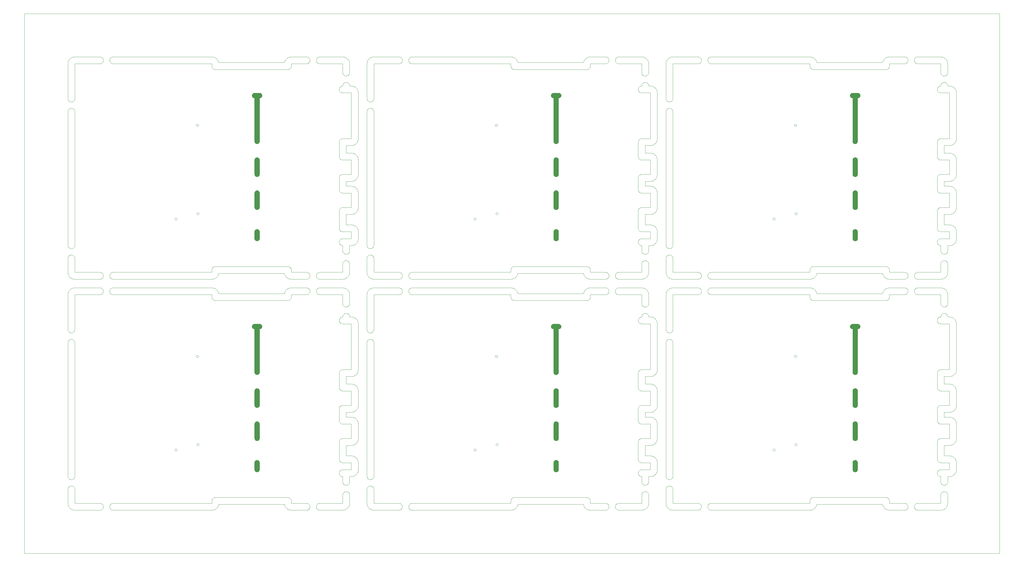
<source format=gbr>
%TF.GenerationSoftware,KiCad,Pcbnew,7.0.5*%
%TF.CreationDate,2023-08-22T12:35:02+01:00*%
%TF.ProjectId,PANELTEST141,50414e45-4c54-4455-9354-3134312e6b69,00.00*%
%TF.SameCoordinates,PX27b9fb5PYc4a79ca*%
%TF.FileFunction,Profile,NP*%
%FSLAX46Y46*%
G04 Gerber Fmt 4.6, Leading zero omitted, Abs format (unit mm)*
G04 Created by KiCad (PCBNEW 7.0.5) date 2023-08-22 12:35:02*
%MOMM*%
%LPD*%
G01*
G04 APERTURE LIST*
%TA.AperFunction,Profile*%
%ADD10C,0.100000*%
%TD*%
%TA.AperFunction,Profile*%
%ADD11C,0.010000*%
%TD*%
G04 APERTURE END LIST*
D10*
X2101Y187226417D02*
X1809Y187226022D01*
X212645615Y143034255D02*
X212646018Y143035435D01*
X108983736Y126108391D02*
X108980669Y126168858D01*
X299060997Y99309824D02*
X299108751Y99276192D01*
X321732440Y37866046D02*
X321682990Y37834732D01*
X319805931Y26639406D02*
X319805488Y26639196D01*
X224577002Y73322534D02*
X224586988Y73264986D01*
X224604634Y17392042D02*
X224605055Y17391790D01*
X214700725Y103796043D02*
X214644433Y103811621D01*
X320393810Y79609406D02*
X320393356Y79609594D01*
X299064826Y172170028D02*
X299121934Y172182852D01*
X64878899Y17396438D02*
X64879087Y17396892D01*
X216792894Y111559760D02*
X216792424Y111559902D01*
X216109284Y162645770D02*
X216130305Y162591275D01*
X318579874Y129045896D02*
X318579871Y129045651D01*
X222863472Y171484026D02*
X222903831Y171526417D01*
X317250819Y162120709D02*
X317310107Y162126641D01*
X320399514Y111552455D02*
X320399395Y111552931D01*
X213149114Y26832597D02*
X213148920Y26832722D01*
X319804634Y106758713D02*
X319804226Y106758440D01*
X316227147Y57225468D02*
X316211971Y57284080D01*
X320396289Y51342919D02*
X320396653Y51343248D01*
X316562329Y107101524D02*
X316562164Y107101685D01*
X219179718Y136753568D02*
X219186883Y136695478D01*
X213768351Y51339579D02*
X213784737Y51339994D01*
X305880565Y90288597D02*
X305849317Y90239251D01*
X111384226Y33842315D02*
X111384634Y33842042D01*
X320397933Y39864733D02*
X320398206Y39865141D01*
X212843539Y160206129D02*
X212808757Y160254508D01*
X214994352Y37460374D02*
X214989738Y37460261D01*
X297564225Y90993497D02*
X297595539Y91042947D01*
X317395782Y82012284D02*
X317396172Y82012594D01*
X17402101Y89706417D02*
X17401809Y89706022D01*
X222369176Y106288597D02*
X222340387Y106339417D01*
X213524788Y31472196D02*
X213523573Y31472478D01*
X109477510Y39623047D02*
X109478515Y39623786D01*
X215809024Y82952107D02*
X215851325Y82911832D01*
X316651825Y81748212D02*
X316652006Y81748356D01*
X108980669Y137648858D02*
X108980254Y137665244D01*
X214980346Y138867824D02*
X214980488Y138867354D01*
X115160499Y137840801D02*
X115194202Y137792947D01*
X316376180Y28465807D02*
X316376300Y28466004D01*
X337793356Y-8839D02*
X337793810Y-8651D01*
X115562351Y45270645D02*
X115579718Y45153568D01*
X222863472Y95856729D02*
X222783988Y95944426D01*
X109176300Y80184751D02*
X109176180Y80184948D01*
X317245168Y51330135D02*
X317246406Y51330292D01*
X111532440Y171824709D02*
X111580294Y171791006D01*
X201492027Y95133246D02*
X201434479Y95123260D01*
X133105536Y16489523D02*
X133121114Y16545815D01*
X216791948Y124980021D02*
X216791467Y124980117D01*
X15169177Y106288597D02*
X15140388Y106339417D01*
X202359284Y96775770D02*
X202380305Y96721275D01*
X218275360Y118090254D02*
X218180294Y118019749D01*
X27218628Y90554940D02*
X27200306Y90499480D01*
X112164797Y165850497D02*
X112118751Y165814563D01*
X195993088Y169827507D02*
X195992741Y169827160D01*
X233788660Y15104633D02*
X233735263Y15080964D01*
X115586883Y31675478D02*
X115591188Y31617106D01*
X236760457Y95844985D02*
X236739436Y95899480D01*
X120998434Y77611987D02*
X120994137Y77553737D01*
X213815009Y136460377D02*
X213784737Y136460761D01*
X214987317Y127380853D02*
X214987793Y127380734D01*
X321478264Y81752036D02*
X321530545Y81725720D01*
X91750015Y95199486D02*
X91693605Y95215097D01*
X215321502Y91564491D02*
X215365822Y91526260D01*
X120998434Y26721987D02*
X120994137Y26663737D01*
X110199223Y106753685D02*
X110199052Y106754154D01*
X193617850Y170230551D02*
X193618338Y170230599D01*
X120764770Y92097390D02*
X120823142Y92101695D01*
X236839176Y171652158D02*
X236870424Y171701504D01*
X299499284Y168564985D02*
X299475615Y168511588D01*
X213710107Y29036641D02*
X213710337Y29036659D01*
X121000842Y17396438D02*
X121001052Y17395995D01*
X201259748Y14990377D02*
X196019206Y14990377D01*
X113190003Y44860261D02*
X113185389Y44860374D01*
X101250424Y95639251D02*
X101219176Y95688597D01*
X109001740Y107900466D02*
X109001729Y107900696D01*
X297893831Y171526417D02*
X297936222Y171566776D01*
X322053519Y62003979D02*
X321965822Y61924495D01*
X317399867Y106745666D02*
X317399741Y106750749D01*
X316183830Y32567147D02*
X316183736Y32568391D01*
X218453519Y46596776D02*
X218495910Y46556417D01*
X216798206Y31435614D02*
X216797933Y31436022D01*
X91009447Y171791006D02*
X91057301Y171824709D01*
X214986847Y129059760D02*
X214986385Y129059594D01*
X17407794Y89710021D02*
X17407318Y89709902D01*
X114117760Y106944395D02*
X114063152Y106923330D01*
X274458601Y16990377D02*
X274458356Y16990374D01*
X17106681Y95130530D02*
X16989604Y95147897D01*
X213710337Y109156659D02*
X213769848Y109159629D01*
X320393356Y79609594D02*
X320392894Y79609760D01*
X223918660Y154286122D02*
X223970831Y154259861D01*
X101055604Y16317018D02*
X101062753Y16374986D01*
X169495262Y19377495D02*
X169553230Y19384644D01*
X298459196Y91825720D02*
X298511477Y91852036D01*
X115053984Y81132009D02*
X115089994Y81085867D01*
X204819176Y15568597D02*
X204790387Y15619417D01*
X195696680Y95130530D02*
X195579603Y95147897D01*
X113195910Y143862607D02*
X113196289Y143862919D01*
X216794686Y109161790D02*
X216795107Y109162042D01*
X65780725Y167866043D02*
X65724433Y167881621D01*
X113197933Y56336022D02*
X113197641Y56336417D01*
X112602100Y26636417D02*
X112601808Y26636022D01*
X65056599Y95119060D02*
X64909171Y95111817D01*
X274040499Y16009954D02*
X273969994Y15914888D01*
X237514433Y95161621D02*
X237458973Y95179943D01*
X67250917Y16990084D02*
X67250436Y16989988D01*
X320693061Y127360225D02*
X320810138Y127342858D01*
X115194202Y62407808D02*
X115160499Y62359954D01*
X317514126Y162699167D02*
X317540387Y162751338D01*
X111755308Y101509134D02*
X111810768Y101490812D01*
X308450424Y170359251D02*
X308419176Y170408597D01*
X204685536Y16489523D02*
X204701114Y16545815D01*
X222212753Y73264986D02*
X222222739Y73322534D01*
X16989604Y95147897D02*
X16931935Y95157903D01*
X320429171Y26641817D02*
X320370535Y26640377D01*
X216799514Y119988300D02*
X216799610Y119988781D01*
X113724915Y138800028D02*
X113839726Y138771269D01*
X101530990Y17156192D02*
X101578744Y17189824D01*
X195032027Y19367509D02*
X195089016Y19354712D01*
X321921502Y27186264D02*
X321875360Y27150254D01*
X224485615Y26271588D02*
X224459354Y26219417D01*
X3453Y-7081D02*
X3832Y-7393D01*
X16189994Y74280377D02*
X16209749Y74280377D01*
X110434056Y82779258D02*
X110469990Y82825304D01*
X223044433Y103459134D02*
X223100725Y103474712D01*
X102007714Y92087509D02*
X102065262Y92097495D01*
X218536269Y27386729D02*
X218495910Y27344338D01*
X316199282Y130454927D02*
X316199502Y130456154D01*
X65149990Y99075304D02*
X65188141Y99119531D01*
X297224998Y170234372D02*
X297225290Y170234766D01*
X170844064Y90115616D02*
X170844316Y90115193D01*
X101731081Y17276122D02*
X101784478Y17299791D01*
X112603831Y162132607D02*
X112604226Y162132315D01*
X27100566Y170408597D02*
X27069318Y170359251D01*
X213533041Y109129953D02*
X213591444Y109141759D01*
X298023919Y171646260D02*
X298068239Y171684491D01*
X109176300Y160304751D02*
X109176180Y160304948D01*
X169860294Y171791006D02*
X169955360Y171720501D01*
X101284056Y95591497D02*
X101250424Y95639251D01*
X216799871Y131475104D02*
X216799871Y136445651D01*
X202179751Y91675304D02*
X202215685Y91629258D01*
X168470981Y89710189D02*
X168470493Y89710237D01*
X234418627Y15834940D02*
X234400305Y15779480D01*
X98848434Y90978768D02*
X98849871Y90920255D01*
X118948416Y154051832D02*
X118990717Y154092107D01*
X217267807Y47212852D02*
X217324915Y47200028D01*
X212694398Y27374507D02*
X212672629Y27429972D01*
X109499690Y28814468D02*
X109548920Y28848033D01*
X110184977Y109160006D02*
X110214769Y109160377D01*
X91208269Y15303884D02*
X91106751Y15364732D01*
X272072894Y97510995D02*
X272073356Y97511161D01*
X297294590Y96814112D02*
X297278979Y96870522D01*
X317514126Y20759167D02*
X317540387Y20811338D01*
X233512027Y15013246D02*
X233454479Y15003260D01*
X320399754Y111550510D02*
X320399730Y111551000D01*
X114117760Y61524395D02*
X114063152Y61503330D01*
X319791188Y97333649D02*
X319786883Y97275277D01*
X318581535Y129055614D02*
X318581283Y129055193D01*
X234034797Y171960258D02*
X234079024Y171922107D01*
X317514126Y82579167D02*
X317540387Y82631338D01*
X212627490Y137344268D02*
X212627147Y137345468D01*
X201968751Y171996192D02*
X202014797Y171960258D01*
X113199395Y44852931D02*
X113199253Y44853401D01*
X26535264Y89800964D02*
X26480769Y89779943D01*
X110191725Y26640302D02*
X110191234Y26640388D01*
X299589871Y89695651D02*
X299589871Y88900500D01*
X322695151Y63044112D02*
X322676791Y62988535D01*
X109581706Y119811718D02*
X109634643Y119841101D01*
X120999871Y73090255D02*
X120999871Y26780500D01*
X214988760Y113960566D02*
X214989248Y113960518D01*
X321096136Y33735658D02*
X321151713Y33717298D01*
X317790717Y85768648D02*
X317748416Y85808923D01*
X216798458Y51345562D02*
X216798689Y51345995D01*
X321921502Y61886264D02*
X321875360Y61850254D01*
X15122951Y170582220D02*
X15162824Y170693659D01*
X216799253Y119987354D02*
X216799395Y119987824D01*
X112594137Y104833737D02*
X112586988Y104775769D01*
X110199592Y162138518D02*
X110199666Y162139011D01*
X318584226Y141458440D02*
X318583831Y141458148D01*
X193995539Y91042947D02*
X194029242Y91090801D01*
X215355308Y85511621D02*
X215299016Y85496043D01*
X213645168Y119970135D02*
X213646406Y119970292D01*
X316562164Y28699070D02*
X316562329Y28699231D01*
X319709284Y24374985D02*
X319685615Y24321588D01*
X16073231Y105716111D02*
X16015263Y105723260D01*
X121007317Y169829902D02*
X121006847Y169829760D01*
X16964798Y23120258D02*
X17009025Y23082107D01*
X115539521Y56865422D02*
X115552345Y56808314D01*
X130240831Y89850894D02*
X130188660Y89824633D01*
X90031279Y16955636D02*
X90026821Y16981907D01*
X319221651Y83091072D02*
X319270997Y83059824D01*
X213417696Y79673255D02*
X213361705Y79693634D01*
X212776180Y28465807D02*
X212776300Y28466004D01*
X67246095Y97107803D02*
X67245731Y97107473D01*
X213815009Y63740377D02*
X216785144Y63740377D01*
X109006216Y80690818D02*
X109006193Y80691048D01*
X216799754Y136450510D02*
X216799730Y136451000D01*
X216200131Y106751974D02*
X216200059Y106751488D01*
X212854261Y39410616D02*
X212855049Y39411583D01*
X308249871Y90920255D02*
X308251307Y90978768D01*
X316699502Y161904333D02*
X316699690Y161904468D01*
X101578744Y91909824D02*
X101628090Y91941072D01*
X219198431Y125009678D02*
X219199871Y124951042D01*
X216214352Y82010381D02*
X216214597Y82010377D01*
X316408757Y107284508D02*
X316408627Y107284699D01*
X66069993Y19390377D02*
X91199748Y19390377D01*
X29639177Y95688597D02*
X29610388Y95739417D01*
X115436918Y45723659D02*
X115476791Y45612220D01*
X215410768Y103829943D02*
X215355308Y103811621D01*
X224577002Y102552534D02*
X224586988Y102494986D01*
X115286364Y46041979D02*
X115315213Y45991052D01*
X92390346Y97517824D02*
X92390488Y97517354D01*
X299597793Y17390734D02*
X299598274Y17390638D01*
X213869436Y82471275D02*
X213890457Y82525770D01*
X316253506Y161283863D02*
X316253574Y161284084D01*
X218615753Y142294426D02*
X218536269Y142206729D01*
X317133041Y159760802D02*
X317132816Y159760853D01*
X305034479Y89723260D02*
X304976511Y89716111D01*
X15480991Y25824563D02*
X15434945Y25860497D01*
X236939990Y171795304D02*
X236978141Y171839531D01*
X16610769Y156669943D02*
X16555309Y156651621D01*
X317399682Y17399267D02*
X317399730Y17399755D01*
X320399514Y109168300D02*
X320399610Y109168781D01*
X219110762Y125620233D02*
X219139521Y125505422D01*
X115286364Y142678776D02*
X115225516Y142577258D01*
X316961490Y109077037D02*
X316961705Y109077121D01*
X114278264Y37718719D02*
X114171270Y37668114D01*
X115510762Y160370233D02*
X115539521Y160255422D01*
X214986385Y58741161D02*
X214986847Y58740995D01*
X216799610Y143868781D02*
X216799682Y143869267D01*
X111389993Y85460377D02*
X111331480Y85461814D01*
X212718570Y39204499D02*
X212719147Y39205605D01*
X272078899Y89704317D02*
X272078689Y89704760D01*
X216790003Y143860494D02*
X216790493Y143860518D01*
X91418471Y15198114D02*
X91311477Y15248719D01*
X98849871Y90920255D02*
X98849871Y90900500D01*
X217324915Y58680028D02*
X217439726Y58651269D01*
X169161081Y167944633D02*
X169108910Y167970894D01*
X318580842Y47266438D02*
X318581052Y47265995D01*
X101101114Y95954940D02*
X101085536Y96011232D01*
X321263152Y117743330D02*
X321151713Y117703457D01*
X224399317Y73751504D02*
X224430565Y73702158D01*
X216201808Y26636022D02*
X216201535Y26635614D01*
X317600424Y166109251D02*
X317569176Y166158597D01*
X29469871Y96320255D02*
X29471308Y96378768D01*
X91638028Y95233457D02*
X91526589Y95273330D01*
X212637311Y80514472D02*
X212624052Y80572563D01*
X109452006Y107022399D02*
X109451825Y107022543D01*
X91693605Y172125658D02*
X91750015Y172141269D01*
X320399514Y79602455D02*
X320399395Y79602931D01*
X213805604Y104833737D02*
X213801307Y104891987D01*
X113199087Y56333863D02*
X113198899Y56334317D01*
X170845869Y90113292D02*
X170846233Y90112961D01*
X112070997Y101359824D02*
X112118751Y101326192D01*
X222314126Y26271588D02*
X222290457Y26324985D01*
X109006193Y108079707D02*
X109006216Y108079937D01*
X214994352Y61340374D02*
X214989738Y61340261D01*
X110222739Y100602534D02*
X110235536Y100659523D01*
X112606847Y162130995D02*
X112607317Y162130853D01*
X109094488Y81276461D02*
X109118994Y81330772D01*
X15001311Y97481077D02*
X14999871Y97539713D01*
X205781480Y97508941D02*
X205839993Y97510377D01*
X213784914Y106760750D02*
X213769848Y106761126D01*
X233396511Y14996111D02*
X233338261Y14991814D01*
X223468261Y74278941D02*
X223526511Y74274644D01*
X319695151Y90406643D02*
X319710762Y90350233D01*
X318582741Y127383595D02*
X318583088Y127383248D01*
X321096136Y81905658D02*
X321151713Y81887298D01*
X217551713Y129183457D02*
X217496136Y129165097D01*
X317124788Y56372196D02*
X317123573Y56372478D01*
X216201808Y106756022D02*
X216201535Y106755614D01*
X214324915Y172170028D02*
X214439726Y172141269D01*
X17400489Y17397354D02*
X17400655Y17396892D01*
X306044137Y90783737D02*
X306036988Y90725769D01*
X322798431Y29011077D02*
X322791188Y28863649D01*
X118612753Y77495769D02*
X118605604Y77553737D01*
X170819521Y96985333D02*
X170790762Y96870522D01*
X215184479Y23653260D02*
X215126511Y23646111D01*
X316294398Y108426248D02*
X316294488Y108426461D01*
X318589738Y33840494D02*
X318594352Y33840381D01*
X64879730Y169821000D02*
X64879682Y169821488D01*
X213799666Y82019011D02*
X213799716Y82019508D01*
X216795515Y143862315D02*
X216795910Y143862607D01*
X216177002Y100602534D02*
X216186988Y100544986D01*
X195696680Y15010530D02*
X195579603Y15027897D01*
X224564205Y22489523D02*
X224577002Y22432534D01*
X202335615Y15671588D02*
X202309354Y15619417D01*
X224251325Y76828923D02*
X224209024Y76788648D01*
X111389248Y48940237D02*
X111388760Y48940189D01*
X218321502Y27186264D02*
X218275360Y27150254D01*
X212776300Y80184751D02*
X212776180Y80184948D01*
X201920997Y95310931D02*
X201871651Y95279683D01*
X317790717Y82952107D02*
X317834944Y82990258D01*
X120155308Y156651621D02*
X120099016Y156636043D01*
X92393088Y97513248D02*
X92393452Y97512919D01*
X115539521Y31965422D02*
X115552345Y31908314D01*
X109217201Y39362738D02*
X109254261Y39410616D01*
X308419176Y16812158D02*
X308450424Y16861504D01*
X223044433Y74229134D02*
X223100725Y74244712D01*
X195990346Y97517824D02*
X195990488Y97517354D01*
X317307884Y44864243D02*
X317306640Y44864337D01*
X318589738Y138860494D02*
X318594352Y138860381D01*
X16209749Y156600377D02*
X16189994Y156600377D01*
X316211689Y119035460D02*
X316211971Y119036675D01*
X92155685Y18909258D02*
X92189317Y18861504D01*
X222208553Y89887106D02*
X222212858Y89945478D01*
X316780631Y125149669D02*
X316729250Y125181696D01*
X237150990Y17156192D02*
X237198744Y17189824D01*
X215941529Y170908771D02*
X215992134Y170801777D01*
X337785389Y187230374D02*
X337785144Y187230377D01*
X215621651Y163211072D02*
X215670997Y163179824D01*
X216186988Y82244986D02*
X216194137Y82187018D01*
X109451825Y159992543D02*
X109406181Y160030843D01*
X120589603Y15027897D02*
X120531934Y15037903D01*
X317399592Y106752237D02*
X317399493Y106752725D01*
X109037311Y108256283D02*
X109037368Y108256506D01*
X215009748Y163380377D02*
X215068261Y163378941D01*
X113192894Y44859760D02*
X113192424Y44859902D01*
X130025308Y169881621D02*
X129969016Y169866043D01*
X316348530Y50738542D02*
X316349162Y50739617D01*
X320810138Y127342858D02*
X320867807Y127332852D01*
X297225815Y90115595D02*
X297226046Y90116028D01*
X64872894Y89709760D02*
X64872424Y89709902D01*
X113190493Y143860518D02*
X113190981Y143860566D01*
X320398458Y51345562D02*
X320398689Y51345995D01*
X297225152Y16985972D02*
X297224860Y16986368D01*
X298068239Y171684491D02*
X298114381Y171720501D01*
X322215753Y142294426D02*
X322136269Y142206729D01*
X16989604Y15027897D02*
X16931935Y15037903D01*
X110215009Y56340377D02*
X110184737Y56340761D01*
X306027002Y16432534D02*
X306036988Y16374986D01*
X15578091Y154231072D02*
X15628911Y154259861D01*
X111380227Y138868300D02*
X111380346Y138867824D01*
X214815262Y23653260D02*
X214757714Y23663246D01*
X224070997Y25790931D02*
X224021651Y25759683D01*
X214989248Y61340237D02*
X214988760Y61340189D01*
X322486364Y112741979D02*
X322515213Y112691052D01*
X168649176Y18812158D02*
X168680424Y18861504D01*
X317185321Y51320966D02*
X317245168Y51330135D01*
X67243438Y170236951D02*
X67243624Y170236496D01*
X113229171Y82008938D02*
X113376599Y82001695D01*
X273362990Y95484732D02*
X273261472Y95423884D01*
X224600011Y169821000D02*
X224599987Y169820510D01*
X216829171Y26641817D02*
X216770535Y26640377D01*
X101250424Y170359251D02*
X101219176Y170408597D01*
X319685615Y162699167D02*
X319709284Y162645770D01*
X318580227Y113968300D02*
X318580346Y113967824D01*
X322253984Y32962009D02*
X322289994Y32915867D01*
X215495910Y95814338D02*
X215453519Y95773979D01*
X217439726Y33751269D02*
X217496136Y33735658D01*
X216791948Y111560021D02*
X216791467Y111560117D01*
X108989956Y32506913D02*
X108983830Y32567147D01*
X299596385Y89709594D02*
X299595931Y89709406D01*
X308878910Y169970894D02*
X308828090Y169999683D01*
X212580669Y50151897D02*
X212583736Y50212364D01*
X113199253Y143867354D02*
X113199395Y143867824D01*
X110045168Y56350620D02*
X109985321Y56359789D01*
X320393810Y143861349D02*
X320394253Y143861559D01*
X112459354Y24269417D02*
X112430565Y24218597D01*
X214148416Y82911832D02*
X214190717Y82952107D01*
X214988274Y61340117D02*
X214987793Y61340021D01*
X112600346Y106752931D02*
X112600227Y106752455D01*
X308931081Y17276122D02*
X308984478Y17299791D01*
X130868434Y171098768D02*
X130869871Y171040255D01*
X216799871Y31425651D02*
X216799867Y31425896D01*
X133270424Y171701504D02*
X133304056Y171749258D01*
X318580227Y127388300D02*
X318580346Y127387824D01*
X118974225Y16107258D02*
X118913377Y16208776D01*
X299108751Y99276192D02*
X299154797Y99240258D01*
X273211480Y87711814D02*
X273153230Y87716111D01*
X65290138Y95147897D02*
X65173061Y95130530D01*
X318583831Y47262607D02*
X318584226Y47262315D01*
X112399317Y24169251D02*
X112365685Y24121497D01*
X15258213Y16311984D02*
X15207608Y16418978D01*
X204719436Y15779480D02*
X204701114Y15834940D01*
X316183736Y45988391D02*
X316180669Y46048858D01*
X97776511Y172224644D02*
X97834479Y172217495D01*
X272071948Y97510734D02*
X272072424Y97510853D01*
X17377003Y153442534D02*
X17386989Y153384986D01*
X212808757Y80134508D02*
X212808627Y80134699D01*
X112329751Y166015451D02*
X112291600Y165971224D01*
X337797000Y-6405D02*
X337797329Y-6041D01*
X111394597Y61340377D02*
X111394352Y61340374D01*
X113199087Y119986892D02*
X113199253Y119987354D01*
X30314434Y15041621D02*
X30258974Y15059943D01*
X316180254Y50135511D02*
X316180669Y50151897D01*
X320810138Y33802858D02*
X320867807Y33792852D01*
X320396289Y124977836D02*
X320395910Y124978148D01*
X212694488Y81276461D02*
X212718994Y81330772D01*
X27218628Y170674940D02*
X27200306Y170619480D01*
X216030565Y86038597D02*
X215999317Y85989251D01*
X237248090Y15159683D02*
X237198744Y15190931D01*
X29521115Y90554940D02*
X29505537Y90611232D01*
X212691906Y57050613D02*
X212691385Y57051747D01*
X119557714Y25613246D02*
X119500725Y25626043D01*
X234379284Y171495770D02*
X234400305Y171441275D01*
X109874852Y79655619D02*
X109817915Y79673181D01*
X195255263Y87800964D02*
X195200768Y87779943D01*
X170851891Y97110204D02*
X170851403Y97110156D01*
X121002412Y89706796D02*
X121002100Y89706417D01*
X90022733Y97108401D02*
X90022324Y97108675D01*
X109337918Y63383212D02*
X109381801Y63424925D01*
X101440717Y95418648D02*
X101398416Y95458923D01*
X109119094Y161450980D02*
X109146277Y161504003D01*
X317399867Y169815896D02*
X317399754Y169820510D01*
X90022464Y90112076D02*
X90022872Y90112348D01*
X115053984Y113082009D02*
X115089994Y113035867D01*
X17408275Y17390638D02*
X17408761Y17390566D01*
X114063152Y61503330D02*
X113951713Y61463457D01*
X111380131Y61331974D02*
X111380059Y61331488D01*
X272194126Y88391588D02*
X272170457Y88444985D01*
X168465389Y169830374D02*
X168465144Y169830377D01*
X317004813Y111626525D02*
X316948036Y111647553D01*
X91374479Y87723260D02*
X91316511Y87716111D01*
X322798431Y79639678D02*
X322799871Y79581042D01*
X319615853Y96592488D02*
X319592134Y96538978D01*
X109072629Y161340783D02*
X109094398Y161396248D01*
X212895323Y111962308D02*
X212894486Y111963233D01*
X320392424Y119980853D02*
X320392894Y119980995D01*
X305092027Y95133246D02*
X305034479Y95123260D01*
X299589871Y98320255D02*
X299589871Y97525104D01*
X195995931Y97511349D02*
X195996385Y97511161D01*
X195990131Y169821974D02*
X195990059Y169821488D01*
X320394686Y44858965D02*
X320394253Y44859196D01*
X216799867Y131474859D02*
X216799871Y131475104D01*
X308450424Y91581504D02*
X308484056Y91629258D01*
X316454261Y143410616D02*
X316455049Y143411583D01*
X120470997Y23189824D02*
X120518751Y23156192D01*
X119178090Y23221072D02*
X119228910Y23249861D01*
X118601310Y169859678D02*
X118608553Y170007106D01*
X215132440Y171824709D02*
X215180294Y171791006D01*
X320394253Y143861559D02*
X320394686Y143861790D01*
X110434971Y15003365D02*
X110376599Y14999060D01*
X202249317Y15519251D02*
X202215685Y15471497D01*
X212601729Y80870059D02*
X212601740Y80870289D01*
X168474253Y17391559D02*
X168474686Y17391790D01*
X218760499Y137840801D02*
X218794202Y137792947D01*
X113610138Y26677897D02*
X113493061Y26660530D01*
X322615853Y50422488D02*
X322592134Y50368978D01*
X113839726Y81921269D02*
X113896136Y81905658D01*
X213769848Y26641126D02*
X213710337Y26644096D01*
X297397607Y16418978D02*
X297373888Y16472488D01*
X134027714Y97487509D02*
X134085262Y97497495D01*
X64970457Y88444985D02*
X64949436Y88499480D01*
X322786883Y79845478D02*
X322791188Y79787106D01*
X216200488Y162137354D02*
X216200654Y162136892D01*
X113198206Y31435614D02*
X113197933Y31436022D01*
X320394253Y39861559D02*
X320394686Y39861790D01*
X216030565Y104338597D02*
X215999317Y104289251D01*
X109176300Y107334751D02*
X109176180Y107334948D01*
X16870998Y154199824D02*
X16918752Y154166192D01*
X113193810Y63741349D02*
X113194253Y63741559D01*
X113951713Y81887298D02*
X114063152Y81847425D01*
X318580842Y113966438D02*
X318581052Y113965995D01*
X320399871Y29055104D02*
X320399871Y31425651D01*
X168470003Y17390494D02*
X168470003Y17390494D01*
X299354770Y172217390D02*
X299413142Y172221695D01*
X113199754Y31430510D02*
X113199730Y31431000D01*
X299520305Y168619480D02*
X299499284Y168564985D01*
X320385144Y159730377D02*
X317414769Y159730377D01*
X234161600Y95501224D02*
X234121325Y95458923D01*
X91418471Y91902641D02*
X91471981Y91926360D01*
X102007714Y15013246D02*
X101950725Y15026043D01*
X65508910Y99369861D02*
X65561081Y99396122D01*
X317399395Y169822931D02*
X317399253Y169823401D01*
X109254261Y125430139D02*
X109217201Y125478017D01*
X118635536Y102609523D02*
X118651114Y102665815D01*
X305815685Y91629258D02*
X305849317Y91581504D01*
X119388973Y154330812D02*
X119444433Y154349134D01*
X318589993Y165580377D02*
X318531480Y165581814D01*
X305034479Y169843260D02*
X304976511Y169836111D01*
X322425516Y57623497D02*
X322486364Y57521979D01*
X216110762Y96870522D02*
X216095151Y96814112D01*
X195989987Y89700510D02*
X195989874Y89695896D01*
X308340457Y95844985D02*
X308319436Y95899480D01*
X213028665Y63465199D02*
X213029632Y63465987D01*
X222222739Y102552534D02*
X222235536Y102609523D01*
X91489016Y19354712D02*
X91545308Y19339134D01*
X236721114Y96665815D02*
X236739436Y96721275D01*
X195255263Y167920964D02*
X195200768Y167899943D01*
X120830565Y73702158D02*
X120859354Y73651338D01*
X213077510Y111797708D02*
X213029632Y111834768D01*
X318580011Y48931000D02*
X318579987Y48930510D01*
X317250819Y79620046D02*
X317250590Y79620075D01*
X118690457Y22655770D02*
X118714126Y22709167D01*
X317978090Y83091072D02*
X318028910Y83119861D01*
X169231713Y91987298D02*
X169343152Y91947425D01*
X316417201Y56838017D02*
X316416462Y56839022D01*
X213149114Y159922597D02*
X213148920Y159922722D01*
X101164126Y170511588D02*
X101140457Y170564985D01*
X92395931Y17391349D02*
X92396385Y17391161D01*
X91471981Y91926360D02*
X91526589Y91947425D01*
X98735615Y16709167D02*
X98759284Y16655770D01*
X17414353Y169830374D02*
X17409739Y169830261D01*
X111394597Y48940377D02*
X111394352Y48940374D01*
X110194958Y162131722D02*
X110195377Y162131992D01*
X320392894Y44859760D02*
X320392424Y44859902D01*
X218082990Y117954732D02*
X217981472Y117893884D01*
X111385931Y48939406D02*
X111385488Y48939196D01*
X217878264Y26898719D02*
X217771270Y26848114D01*
X216203831Y82012607D02*
X216204226Y82012315D01*
X212718994Y107439983D02*
X212694488Y107494294D01*
X67247417Y90112080D02*
X67247838Y90111826D01*
X216795515Y109162315D02*
X216795910Y109162607D01*
X195255263Y19299791D02*
X195308660Y19276122D01*
X109037311Y160634472D02*
X109024052Y160692563D01*
X111380654Y58746892D02*
X111380842Y58746438D01*
X15746223Y171566776D02*
X15833920Y171646260D01*
X337799871Y187215651D02*
X337799867Y187215896D01*
X216791948Y51340734D02*
X216792424Y51340853D01*
X236839176Y96932158D02*
X236870424Y96981504D01*
X170858356Y97110374D02*
X170852381Y97110228D01*
X318583831Y129058148D02*
X318583452Y129057836D01*
X113193810Y39861349D02*
X113194253Y39861559D01*
X316780631Y56509669D02*
X316729250Y56541696D01*
X306027002Y90668221D02*
X306014205Y90611232D01*
X212583736Y118852364D02*
X212583830Y118853608D01*
X318587317Y127380853D02*
X318587793Y127380734D01*
X317634971Y172217390D02*
X317693061Y172210225D01*
X98320997Y95310931D02*
X98271651Y95279683D01*
X108983830Y130333608D02*
X108989956Y130393842D01*
X168479754Y89700510D02*
X168479730Y89701000D01*
X217093061Y47240225D02*
X217210138Y47222858D01*
X110469990Y82825304D02*
X110508141Y82869531D01*
X110190003Y17390494D02*
X110190003Y17390494D01*
X297211140Y90110377D02*
X297211385Y90110381D01*
X110199370Y26633209D02*
X110199223Y26633685D01*
X65347807Y92062852D02*
X65404915Y92050028D01*
X112600842Y162136438D02*
X112601052Y162135995D01*
X217210138Y138822858D02*
X217267807Y138812852D01*
X319170831Y101419861D02*
X319221651Y101391072D01*
X194706751Y95484732D02*
X194657301Y95516046D01*
X109746878Y143772739D02*
X109748036Y143773202D01*
X320399682Y29049267D02*
X320399730Y29049755D01*
X318581472Y171916871D02*
X318682990Y171856023D01*
X110107884Y39856512D02*
X110168351Y39859579D01*
X213051825Y159992543D02*
X213006181Y160030843D01*
X316906585Y79716863D02*
X316906374Y79716958D01*
X237570725Y97474712D02*
X237627714Y97487509D01*
X218825516Y118697258D02*
X218794202Y118647808D01*
X224594137Y77553737D02*
X224586988Y77495769D01*
X213180631Y111729669D02*
X213129250Y111761696D01*
X90030262Y170257804D02*
X90030394Y170258238D01*
X119869196Y15275035D02*
X119818269Y15303884D01*
X101250424Y16861504D02*
X101284056Y16909258D01*
X213646406Y111570463D02*
X213645168Y111570620D01*
X316416462Y125479022D02*
X316381875Y125528715D01*
X272490138Y172192858D02*
X272547807Y172182852D01*
X320392424Y56339902D02*
X320391948Y56340021D01*
X318588760Y129060189D02*
X318588274Y129060117D01*
X212895323Y39458447D02*
X212937036Y39502330D01*
X216015853Y16472488D02*
X215992134Y16418978D01*
X30151082Y172116122D02*
X30204479Y172139791D01*
X16821652Y105879683D02*
X16770832Y105850894D01*
X205130990Y171996192D02*
X205178744Y172029824D01*
X113199682Y159721488D02*
X113199610Y159721974D01*
X213794253Y17391559D02*
X213794686Y17391790D01*
X272388141Y88101224D02*
X272349990Y88145451D01*
X299590059Y17399267D02*
X299590131Y17398781D01*
X316180669Y137648858D02*
X316180254Y137665244D01*
X319748627Y162535815D02*
X319764205Y162479523D01*
X224599874Y169815896D02*
X224599874Y169815896D01*
X213796172Y106758161D02*
X213795782Y106758471D01*
X111389738Y117580261D02*
X111389248Y117580237D01*
X195554797Y19120258D02*
X195599024Y19082107D01*
X110196172Y162132594D02*
X110196545Y162132924D01*
X237248090Y17221072D02*
X237298910Y17249861D01*
X213148920Y159922722D02*
X213099690Y159956287D01*
X109635749Y31579077D02*
X109634643Y31579654D01*
X111384226Y113962315D02*
X111384634Y113962042D01*
X322695151Y108464112D02*
X322676791Y108408535D01*
X214994597Y47260377D02*
X216770535Y47260377D01*
X110169848Y106761126D02*
X110169848Y106761126D01*
X316319147Y56995150D02*
X316318570Y56996256D01*
X29670425Y170359251D02*
X29639177Y170408597D01*
X17399871Y106900500D02*
X17398435Y106841987D01*
X213235749Y56479077D02*
X213234643Y56479654D01*
X317415009Y63740377D02*
X320385144Y63740377D01*
X110191948Y169830021D02*
X110191467Y169830117D01*
X113197933Y29044733D02*
X113198206Y29045141D01*
X223468261Y76481814D02*
X223409748Y76480377D01*
X222680990Y154166192D02*
X222728744Y154199824D01*
X216795910Y79608148D02*
X216795515Y79608440D01*
X213234643Y56479654D02*
X213181706Y56509037D01*
X317394958Y106759033D02*
X317394526Y106759282D01*
X130561600Y90101224D02*
X130521325Y90058923D01*
X213584094Y125000009D02*
X213524788Y125012196D01*
X120999871Y89695651D02*
X120999871Y77670500D01*
X15005605Y73207018D02*
X15012754Y73264986D01*
X115194202Y27707808D02*
X115160499Y27659954D01*
X317396172Y26638161D02*
X317395782Y26638471D01*
X317412753Y166595769D02*
X317405604Y166653737D01*
X201715263Y15080964D02*
X201660768Y15059943D01*
X109217201Y63242738D02*
X109254261Y63290616D01*
X319801535Y82015141D02*
X319801808Y82014733D01*
X214280990Y23874563D02*
X214234944Y23910497D01*
X195018471Y172022641D02*
X195071981Y172046360D01*
X115495151Y112256643D02*
X115510762Y112200233D01*
X109024006Y160692789D02*
X109013660Y160751468D01*
X213532816Y106790853D02*
X213475074Y106805556D01*
X121005931Y169829406D02*
X121005488Y169829196D01*
X299593088Y89707507D02*
X299592741Y89707160D01*
X316651825Y79872543D02*
X316606181Y79910843D01*
X216085615Y104441588D02*
X216059354Y104389417D01*
X110198144Y106755926D02*
X110197863Y106756338D01*
X110199871Y26625417D02*
X110199867Y26625666D01*
X319801535Y106755614D02*
X319801283Y106755193D01*
X299420565Y88288597D02*
X299389317Y88239251D01*
X90274528Y16259703D02*
X90248212Y16311984D01*
X120265263Y74189791D02*
X120318660Y74166122D01*
X318582412Y47263959D02*
X318582741Y47263595D01*
X17164771Y172217390D02*
X17223143Y172221695D01*
X319541529Y16311984D02*
X319515213Y16259703D01*
X133550990Y91876192D02*
X133598744Y91909824D01*
X215615753Y15824426D02*
X215536269Y15736729D01*
X169495262Y99497495D02*
X169553230Y99504644D01*
X90364225Y16107258D02*
X90303377Y16208776D01*
X108979871Y112795516D02*
X108979871Y118745239D01*
X110193356Y89709594D02*
X110192894Y89709760D01*
X318581535Y117575614D02*
X318581283Y117575193D01*
X318580842Y37454317D02*
X318580654Y37453863D01*
X322752345Y112028314D02*
X322762351Y111970645D01*
X319804634Y162132042D02*
X319805055Y162131790D01*
X92354205Y18489523D02*
X92367002Y18432534D01*
X214984634Y117578713D02*
X214984226Y117578440D01*
X110197242Y82013638D02*
X110197562Y82014020D01*
X118690457Y157334985D02*
X118669436Y157389480D01*
X212599502Y32444601D02*
X212599282Y32445828D01*
X319221651Y163211072D02*
X319270997Y163179824D01*
X213591671Y162111800D02*
X213650590Y162120680D01*
X111382741Y138863595D02*
X111383088Y138863248D01*
X218915213Y137591052D02*
X218941529Y137538771D01*
X120999987Y97520245D02*
X120999987Y97520245D01*
X109001729Y160870696D02*
X109000243Y160930262D01*
X92390011Y89701000D02*
X92389987Y89700510D01*
X134027714Y169853246D02*
X133970725Y169866043D01*
X320398689Y143865995D02*
X320398899Y143866438D01*
X119818269Y91796871D02*
X119869196Y91825720D01*
X92396385Y97511161D02*
X92396847Y97510995D01*
X114675360Y81500501D02*
X114721502Y81464491D01*
X219139521Y39335333D02*
X219110762Y39220522D01*
X202335615Y16709167D02*
X202359284Y16655770D01*
X113951713Y117703457D02*
X113896136Y117685097D01*
X16770832Y23249861D02*
X16821652Y23221072D01*
X195997793Y97510734D02*
X195998274Y97510638D01*
X308878910Y97369861D02*
X308931081Y97396122D01*
X113193810Y51341349D02*
X113194253Y51341559D01*
X222680990Y103276192D02*
X222728744Y103309824D01*
X120729751Y22955304D02*
X120765685Y22909258D01*
X92154770Y172217390D02*
X92213142Y172221695D01*
X322791188Y51163649D02*
X322786883Y51105277D01*
X214980059Y37451488D02*
X214980011Y37451000D01*
X195032027Y99487509D02*
X195089016Y99474712D01*
X17129752Y103075304D02*
X17165686Y103029258D01*
X110934478Y103850964D02*
X110881081Y103874633D01*
X193611140Y90110377D02*
X193611385Y90110381D01*
X272514944Y19120258D02*
X272560990Y19156192D01*
X30427715Y172207509D02*
X30485263Y172217495D01*
X110195515Y17392315D02*
X110195910Y17392607D01*
X274446869Y16988407D02*
X274446474Y16988114D01*
X213052006Y107022399D02*
X213051825Y107022543D01*
X321780294Y141899749D02*
X321732440Y141866046D01*
X214980227Y33848300D02*
X214980346Y33847824D01*
X115579718Y39567187D02*
X115562351Y39450110D01*
X115341529Y137538771D02*
X115392134Y137431777D01*
X216793810Y39861349D02*
X216794253Y39861559D01*
X108983736Y45988391D02*
X108980669Y46048858D01*
X234300565Y170408597D02*
X234269317Y170359251D01*
X237458973Y172160812D02*
X237514433Y172179134D01*
X317185321Y131440966D02*
X317245168Y131450135D01*
X66011480Y19388941D02*
X66069993Y19390377D01*
X92391052Y169824760D02*
X92390842Y169824317D01*
X316948036Y136547553D02*
X316946878Y136548016D01*
X214980131Y37451974D02*
X214980059Y37451488D01*
X26480769Y169899943D02*
X26425309Y169881621D01*
X212627147Y32325468D02*
X212611971Y32384080D01*
X109217201Y56838017D02*
X109216462Y56839022D01*
X222881081Y103396122D02*
X222934478Y103419791D01*
X109001740Y160990289D02*
X109006193Y161049707D01*
X201318261Y95111814D02*
X201259748Y95110377D01*
X109599957Y161969227D02*
X109600157Y161969343D01*
X316834643Y51201101D02*
X316835749Y51201678D01*
X66616269Y15736729D02*
X66575910Y15694338D01*
X195681600Y99119531D02*
X195719751Y99075304D01*
X322095910Y138156417D02*
X322136269Y138114026D01*
X214979987Y37450510D02*
X214979874Y37445896D01*
X114063152Y106923330D02*
X113951713Y106883457D01*
X320391467Y56340117D02*
X320390981Y56340189D01*
X111380059Y117571488D02*
X111380011Y117571000D01*
X109580631Y119811086D02*
X109581706Y119811718D01*
X320924915Y129120727D02*
X320867807Y129107903D01*
X320394253Y29041559D02*
X320394686Y29041790D01*
X92338627Y168674940D02*
X92320305Y168619480D01*
X109499502Y79836422D02*
X109452006Y79872399D01*
X115436918Y50477096D02*
X115415853Y50422488D01*
X92320305Y98721275D02*
X92338627Y98665815D01*
X111394597Y47260377D02*
X113170535Y47260377D01*
X113198458Y124975193D02*
X113198206Y124975614D01*
X109635749Y63601678D02*
X109690106Y63628342D01*
X317245168Y143850135D02*
X317246406Y143850292D01*
X320396289Y39862919D02*
X320396653Y39863248D01*
X234464137Y171157018D02*
X234468434Y171098768D01*
X213792211Y26640191D02*
X213791725Y26640302D01*
X26312028Y172207509D02*
X26369017Y172194712D01*
X90274528Y96379703D02*
X90248212Y96431984D01*
X319762351Y97100110D02*
X319752345Y97042441D01*
X317398458Y17395562D02*
X317398689Y17395995D01*
X64865389Y89710374D02*
X64865144Y89710377D01*
X320390981Y143860566D02*
X320391467Y143860638D01*
X318584226Y37458440D02*
X318583831Y37458148D01*
X109119147Y130805605D02*
X109148530Y130858542D01*
X212694488Y161396461D02*
X212718994Y161450772D01*
X115286364Y27858776D02*
X115225516Y27757258D01*
X218653984Y46382009D02*
X218689994Y46335867D01*
X120564797Y74010258D02*
X120609024Y73972107D01*
X224603452Y17392919D02*
X224603831Y17392607D01*
X272079395Y169822931D02*
X272079253Y169823401D01*
X214979874Y141445896D02*
X214979871Y141445651D01*
X114278264Y33582036D02*
X114330545Y33555720D01*
X113376599Y127371695D02*
X113434971Y127367390D01*
X272065144Y97510377D02*
X272065389Y97510381D01*
X212667046Y119212212D02*
X212667509Y119213370D01*
X111381808Y61336022D02*
X111381535Y61335614D01*
X202059024Y95418648D02*
X202014797Y95380497D01*
X216798206Y131465141D02*
X216798458Y131465562D01*
X322095910Y126676417D02*
X322136269Y126634026D01*
X213474852Y28995136D02*
X213475074Y28995199D01*
X15480991Y76714563D02*
X15434945Y76750497D01*
X299576988Y18374986D02*
X299584137Y18317018D01*
X215809024Y104068648D02*
X215764797Y104030497D01*
X64879754Y89700510D02*
X64879730Y89701000D01*
X224603088Y17393248D02*
X224603452Y17392919D01*
X121001808Y89706022D02*
X121001535Y89705614D01*
X109208757Y160254508D02*
X109208627Y160254699D01*
X215999317Y85989251D02*
X215965685Y85941497D01*
X65020387Y98881338D02*
X65049176Y98932158D01*
X109280977Y161701571D02*
X109320403Y161746246D01*
X213306585Y28933892D02*
X213361490Y28957037D01*
X169610545Y171945720D02*
X169661472Y171916871D01*
X113376599Y61349060D02*
X113229171Y61341817D01*
X223755308Y154349134D02*
X223810768Y154330812D01*
X317395782Y162132284D02*
X317396172Y162132594D01*
X67248717Y90111383D02*
X67249171Y90111194D01*
X29818417Y90058923D02*
X29778142Y90101224D01*
X317399871Y162190255D02*
X317401307Y162248768D01*
X219199871Y39889713D02*
X219198431Y39831077D01*
X168479087Y97516892D02*
X168479253Y97517354D01*
X169610545Y91825720D02*
X169661472Y91796871D01*
X272470717Y168138648D02*
X272428416Y168178923D01*
X170858356Y170230381D02*
X170858601Y170230377D01*
X114482990Y161756023D02*
X114532440Y161724709D01*
X168475107Y17392042D02*
X168475515Y17392315D01*
X223642027Y76503246D02*
X223584479Y76493260D01*
X133105536Y90611232D02*
X133092739Y90668221D01*
X316678515Y119743786D02*
X316728208Y119778373D01*
X305815685Y170311497D02*
X305779751Y170265451D01*
X308828090Y95279683D02*
X308778744Y95310931D01*
X119080990Y25824563D02*
X119034944Y25860497D01*
X170756791Y16638535D02*
X170716918Y16527096D01*
X115510762Y56980233D02*
X115539521Y56865422D01*
X109381801Y119664925D02*
X109382726Y119665762D01*
X195849354Y98881338D02*
X195875615Y98829167D01*
X320396289Y143862919D02*
X320396653Y143863248D01*
X321317760Y106944395D02*
X321263152Y106923330D01*
X216791467Y136460117D02*
X216790981Y136460189D01*
X194336222Y171566776D02*
X194423919Y171646260D01*
X30151082Y17276122D02*
X30204479Y17299791D01*
X113191467Y31440117D02*
X113190981Y31440189D01*
X168570457Y168564985D02*
X168549436Y168619480D01*
X201820831Y97369861D02*
X201871651Y97341072D01*
X218275360Y33330501D02*
X218321502Y33294491D01*
X110934478Y85550964D02*
X110881081Y85574633D01*
X194799748Y99510377D02*
X194858261Y99508941D01*
X212817201Y119482738D02*
X212854261Y119530616D01*
X222946222Y15653979D02*
X222903831Y15694338D01*
X115476791Y137212220D02*
X115495151Y137156643D01*
X216799253Y79603401D02*
X216799087Y79603863D01*
X297250220Y90235422D02*
X297278979Y90350233D01*
X15090458Y153665770D02*
X15114127Y153719167D01*
X213585321Y131440966D02*
X213645168Y131450135D01*
X170844451Y97105989D02*
X170844178Y97105581D01*
X15509748Y96034888D02*
X15439243Y96129954D01*
X317064961Y125027654D02*
X317063761Y125027997D01*
X169004915Y95170727D02*
X168947807Y95157903D01*
X133092739Y91152534D02*
X133105536Y91209523D01*
X113195107Y63742042D02*
X113195515Y63742315D01*
X217771270Y37668114D02*
X217717760Y37644395D01*
X212646018Y112385320D02*
X212645615Y112386500D01*
X322515213Y130329703D02*
X322486364Y130278776D01*
X112599874Y26625896D02*
X112599871Y26625651D01*
X316677510Y63503047D02*
X316678515Y63503786D01*
X213799682Y17399267D02*
X213799730Y17399755D01*
X110168351Y44861176D02*
X110107884Y44864243D01*
X218760499Y38479954D02*
X218689994Y38384888D01*
X316190113Y118915080D02*
X316199282Y118974927D01*
X319809248Y162130518D02*
X319809738Y162130494D01*
X120360015Y15079486D02*
X120303605Y15095097D01*
X29584127Y95791588D02*
X29560458Y95844985D01*
X309150725Y97474712D02*
X309207714Y97487509D01*
X299594634Y169828713D02*
X299594226Y169828440D01*
X115579718Y56633568D02*
X115586883Y56575478D01*
X316537036Y45218425D02*
X316495323Y45262308D01*
X317132816Y26670853D02*
X317075074Y26685556D01*
X129738261Y95111814D02*
X129679748Y95110377D01*
X214210138Y95147897D02*
X214093061Y95130530D01*
X101219176Y91532158D02*
X101250424Y91581504D01*
X213148920Y106952722D02*
X213099690Y106986287D01*
X317394526Y162131473D02*
X317394958Y162131722D01*
X109091906Y57050613D02*
X109091385Y57051747D01*
X322541529Y50261984D02*
X322515213Y50209703D01*
X109295323Y143458447D02*
X109337036Y143502330D01*
X219199871Y44831042D02*
X219199871Y39889713D01*
X316520560Y107144339D02*
X316520403Y107144509D01*
X216794686Y39861790D02*
X216795107Y39862042D01*
X113195107Y79608713D02*
X113194686Y79608965D01*
X101838973Y15059943D02*
X101784478Y15080964D01*
X308262753Y96494986D02*
X308272739Y96552534D01*
X16189994Y23390377D02*
X16209749Y23390377D01*
X108980669Y38671897D02*
X108983736Y38732364D01*
X316346277Y28414003D02*
X316346387Y28414205D01*
X168471467Y169830117D02*
X168470981Y169830189D01*
X17259355Y106339417D02*
X17230566Y106288597D01*
X112599871Y162190255D02*
X112599871Y162145104D01*
X109634643Y63601101D02*
X109635749Y63601678D01*
X168478458Y17395562D02*
X168478689Y17395995D01*
X316891240Y56451892D02*
X316890106Y56452413D01*
X109119147Y112215150D02*
X109118570Y112216256D01*
X308301114Y171385815D02*
X308319436Y171441275D01*
X223584479Y103497495D02*
X223642027Y103487509D01*
X17402413Y89706796D02*
X17402101Y89706417D01*
X15200425Y22861504D02*
X15234057Y22909258D01*
X320390981Y44860189D02*
X320390493Y44860237D01*
X115392134Y57311777D02*
X115415853Y57258267D01*
X212895323Y31842308D02*
X212894486Y31843233D01*
X305420831Y17249861D02*
X305471651Y17221072D01*
X217210138Y141497897D02*
X217093061Y141480530D01*
X237104944Y91840258D02*
X237150990Y91876192D01*
X212583830Y118853608D02*
X212589956Y118913842D01*
X316749114Y28848158D02*
X316799957Y28879227D01*
X234464137Y96437018D02*
X234468434Y96378768D01*
X216076791Y96758535D02*
X216036918Y96647096D01*
X308598416Y90058923D02*
X308558141Y90101224D01*
X297503377Y96328776D02*
X297474528Y96379703D01*
X237198744Y15190931D02*
X237150990Y15224563D01*
X109176180Y81435807D02*
X109176300Y81436004D01*
X322053519Y107423979D02*
X321965822Y107344495D01*
X216792424Y63740853D02*
X216792894Y63740995D01*
X318585055Y61338965D02*
X318584634Y61338713D01*
X273095262Y167843260D02*
X273037714Y167853246D01*
X218886364Y46041979D02*
X218915213Y45991052D01*
X129912027Y172207509D02*
X129969016Y172194712D01*
X213524788Y51308559D02*
X213584094Y51320746D01*
X234447002Y91152534D02*
X234456988Y91094986D01*
X92041325Y99161832D02*
X92081600Y99119531D01*
X214108141Y85851224D02*
X214069990Y85895451D01*
X212646018Y45685320D02*
X212645615Y45686500D01*
X113195910Y111558148D02*
X113195515Y111558440D01*
X216798206Y29045141D02*
X216798458Y29045562D01*
X65895262Y87723260D02*
X65837714Y87733246D01*
X109381801Y51024925D02*
X109382726Y51025762D01*
X222728744Y25790931D02*
X222680990Y25824563D01*
X101530990Y15224563D02*
X101484944Y15260497D01*
X212599502Y125984601D02*
X212599282Y125985828D01*
X64875515Y17392315D02*
X64875910Y17392607D01*
X101731081Y97396122D02*
X101784478Y97419791D01*
X112601535Y26635614D02*
X112601283Y26635193D01*
X205130990Y97276192D02*
X205178744Y97309824D01*
X316237368Y81106506D02*
X316253506Y81163863D01*
X98759284Y171495770D02*
X98780305Y171441275D01*
X133698910Y172089861D02*
X133751081Y172116122D01*
X201920997Y170030931D02*
X201871651Y169999683D01*
X319779718Y90003568D02*
X319786883Y89945478D01*
X119524381Y95620254D02*
X119478239Y95656264D01*
X272074253Y89709196D02*
X272073810Y89709406D01*
X224600488Y17397354D02*
X224600654Y17396892D01*
X30258974Y92040812D02*
X30314434Y92059134D01*
X316211971Y32384080D02*
X316211689Y32385295D01*
X297211140Y170230377D02*
X297211385Y170230381D01*
X218915213Y108029703D02*
X218886364Y107978776D01*
X319764205Y86361232D02*
X319748627Y86304940D01*
X98844137Y91037018D02*
X98848434Y90978768D01*
X213791467Y169830117D02*
X213790981Y169830189D01*
X115160499Y27659954D02*
X115089994Y27564888D01*
X115552345Y56808314D02*
X115562351Y56750645D01*
X29560458Y171495770D02*
X29584127Y171549167D01*
X118908141Y106101224D02*
X118869990Y106145451D01*
X213798144Y26635926D02*
X213797863Y26636338D01*
X273895753Y95944426D02*
X273816269Y95856729D01*
X317310337Y29036659D02*
X317369848Y29039629D01*
X115053984Y62218746D02*
X115015753Y62174426D01*
X109243539Y80086129D02*
X109208757Y80134508D01*
X319360499Y91090801D02*
X319394202Y91042947D01*
X202280565Y90288597D02*
X202249317Y90239251D01*
X119524381Y91600501D02*
X119619447Y91671006D01*
X109549114Y106952597D02*
X109548920Y106952722D01*
X196004597Y97510377D02*
X201259748Y97510377D01*
X217210138Y162092858D02*
X217267807Y162082852D01*
X318583088Y47263248D02*
X318583452Y47262919D01*
X299598274Y89710117D02*
X299597793Y89710021D01*
X110205604Y24713737D02*
X110201307Y24771987D01*
X27155616Y96829167D02*
X27179285Y96775770D01*
X318579871Y58755104D02*
X318579874Y58754859D01*
X101678910Y91969861D02*
X101731081Y91996122D01*
X274166364Y171011979D02*
X274195213Y170961052D01*
X318584634Y47262042D02*
X318585055Y47261790D01*
X212611971Y38916675D02*
X212627147Y38975287D01*
X213199957Y28879227D02*
X213200157Y28879343D01*
X130847002Y170788221D02*
X130834205Y170731232D01*
X214481081Y85574633D02*
X214428910Y85600894D01*
X212880829Y160159361D02*
X212843678Y160205945D01*
X274443695Y16984727D02*
X274443485Y16984283D01*
X113896136Y106865097D02*
X113839726Y106849486D01*
X15001308Y102378768D02*
X15005605Y102437018D01*
X212691906Y143150142D02*
X212718570Y143204499D01*
X92390654Y89703863D02*
X92390488Y89703401D01*
X322786883Y28805277D02*
X322779718Y28747187D01*
X298838028Y95233457D02*
X298726589Y95273330D01*
X320390981Y131460566D02*
X320391467Y131460638D01*
X319565685Y85941497D02*
X319529751Y85895451D01*
X299064826Y95170727D02*
X298950015Y95199486D01*
X113199682Y124971488D02*
X113199610Y124971974D01*
X16870998Y103309824D02*
X16918752Y103276192D01*
X320399514Y63748300D02*
X320399610Y63748781D01*
X109817915Y26703181D02*
X109817696Y26703255D01*
X109991671Y159748955D02*
X109991444Y159748996D01*
X194253472Y15736729D02*
X194173988Y15824426D01*
X214981052Y127385995D02*
X214981283Y127385562D01*
X121000346Y17397824D02*
X121000488Y17397354D01*
X214989738Y117580261D02*
X214989248Y117580237D01*
X319748627Y104604940D02*
X319730305Y104549480D01*
X110191948Y89710021D02*
X110191467Y89710117D01*
X17400012Y17399755D02*
X17400060Y17399267D01*
X319739521Y96985333D02*
X319710762Y96870522D01*
X318682990Y95484732D02*
X318581472Y95423884D01*
X109580631Y111729669D02*
X109529250Y111761696D01*
X304918261Y95111814D02*
X304859748Y95110377D01*
X109652691Y28907944D02*
X109706374Y28933797D01*
X224399317Y26119251D02*
X224365685Y26071497D01*
X316294398Y161396248D02*
X316294488Y161396461D01*
X64879754Y97520245D02*
X64879867Y97524859D01*
X318585055Y113961790D02*
X318585488Y113961559D01*
X213792211Y106760191D02*
X213791725Y106760302D01*
X112579718Y97217187D02*
X112562351Y97100110D01*
X215653984Y95988746D02*
X215615753Y95944426D01*
X317391725Y26640302D02*
X317391234Y26640388D01*
X109381801Y136775830D02*
X109337918Y136817543D01*
X317306640Y119976418D02*
X317307884Y119976512D01*
X317693061Y172210225D02*
X317810138Y172192858D01*
X109046018Y130635435D02*
X109067046Y130692212D01*
X299584137Y168903737D02*
X299576988Y168845769D01*
X213707884Y44864243D02*
X213706640Y44864337D01*
X119228910Y103369861D02*
X119281081Y103396122D01*
X101950725Y15026043D02*
X101894433Y15041621D01*
X17051326Y25938923D02*
X17009025Y25898648D01*
X213829171Y92108938D02*
X213976599Y92101695D01*
X118605604Y102437018D02*
X118612753Y102494986D01*
X222340387Y102881338D02*
X222369176Y102932158D01*
X119731480Y74278941D02*
X119789993Y74280377D01*
X113199871Y119995104D02*
X113199871Y124965651D01*
X15439243Y171210801D02*
X15509748Y171305867D01*
X29778142Y15381224D02*
X29739991Y15425451D01*
X322799871Y120009713D02*
X322798431Y119951077D01*
X115476791Y125732220D02*
X115495151Y125676643D01*
X16384480Y156613260D02*
X16326512Y156606111D01*
X114936269Y118326729D02*
X114895910Y118284338D01*
X65576136Y172125658D02*
X65631713Y172107298D01*
X110184737Y31440761D02*
X110168351Y31441176D01*
X112164797Y85730497D02*
X112118751Y85694563D01*
X213795515Y17392315D02*
X213795910Y17392607D01*
X113199682Y131469267D02*
X113199730Y131469755D01*
X215009748Y23640377D02*
X214989993Y23640377D01*
X109280829Y80039361D02*
X109243678Y80085945D01*
X216798689Y79604760D02*
X216798458Y79605193D01*
X170848574Y97109373D02*
X170848131Y97109163D01*
X92390227Y169822455D02*
X92390131Y169821974D01*
X110199730Y169821000D02*
X110199682Y169821488D01*
X236721114Y90554940D02*
X236705536Y90611232D01*
X213797329Y169826796D02*
X213797000Y169827160D01*
X15900726Y156636043D02*
X15844434Y156651621D01*
X222728744Y23189824D02*
X222778090Y23221072D01*
X218275360Y138350501D02*
X218321502Y138314491D01*
X320399867Y111545896D02*
X320399754Y111550510D01*
X112605488Y106759196D02*
X112605055Y106758965D01*
X109243539Y81534626D02*
X109243678Y81534810D01*
X318478264Y95368719D02*
X318371270Y95318114D01*
X224548627Y77324940D02*
X224530305Y77269480D01*
X212672550Y161340566D02*
X212672629Y161340783D01*
X115225516Y107877258D02*
X115194202Y107827808D01*
X111380227Y127388300D02*
X111380346Y127387824D01*
X319801283Y82015562D02*
X319801535Y82015141D01*
X316199282Y137465828D02*
X316190113Y137525675D01*
X337799253Y-2646D02*
X337799395Y-2176D01*
X317401307Y20308768D02*
X317405604Y20367018D01*
X213799052Y162136601D02*
X213799223Y162137070D01*
X110197000Y89707160D02*
X110196653Y89707507D01*
X15258213Y96431984D02*
X15207608Y96538978D01*
X101164126Y171549167D02*
X101190387Y171601338D01*
X219110762Y32080233D02*
X219139521Y31965422D01*
X193622733Y16988401D02*
X193622324Y16988675D01*
X213474852Y106805619D02*
X213417915Y106823181D01*
X316272550Y28250566D02*
X316272629Y28250783D01*
X319615853Y90628267D02*
X319636918Y90573659D01*
X111380227Y129052455D02*
X111380131Y129051974D01*
X321732440Y117986046D02*
X321682990Y117954732D01*
X216796289Y51342919D02*
X216796653Y51343248D01*
X234355615Y170511588D02*
X234329354Y170459417D01*
X319798431Y97481077D02*
X319791188Y97333649D01*
X170846233Y90112961D02*
X170846613Y90112648D01*
X213799395Y17397824D02*
X213799514Y17398300D01*
X111383452Y129057836D02*
X111383088Y129057507D01*
X111384634Y33842042D02*
X111385055Y33841790D01*
X130388751Y170064563D02*
X130340997Y170030931D01*
X121001808Y169826022D02*
X121001535Y169825614D01*
X212667046Y45628543D02*
X212646018Y45685320D01*
X212627490Y119096487D02*
X212645615Y119154255D01*
X109255049Y112009172D02*
X109254261Y112010139D01*
X320391467Y124980117D02*
X320390981Y124980189D01*
X316272550Y160520189D02*
X316253574Y160576671D01*
X111380227Y113968300D02*
X111380346Y113967824D01*
X113198689Y31434760D02*
X113198458Y31435193D01*
X299595931Y17391349D02*
X299596385Y17391161D01*
X109549114Y26832597D02*
X109548920Y26832722D01*
X216206847Y82010995D02*
X216207317Y82010853D01*
X317435536Y20539523D02*
X317451114Y20595815D01*
X204701114Y170674940D02*
X204685536Y170731232D01*
X195920305Y168619480D02*
X195899284Y168564985D01*
X317669990Y21005304D02*
X317708141Y21049531D01*
X305471651Y169999683D02*
X305420831Y169970894D01*
X195992741Y89707160D02*
X195992412Y89706796D01*
X133092739Y170788221D02*
X133082753Y170845769D01*
X118622739Y106668221D02*
X118612753Y106725769D01*
X110199716Y162139508D02*
X110199741Y162140006D01*
X111918660Y83146122D02*
X111970831Y83119861D01*
X318580059Y138869267D02*
X318580131Y138868781D01*
X304918261Y14991814D02*
X304859748Y14990377D01*
X15088980Y16750522D02*
X15060221Y16865333D01*
X212781189Y125529757D02*
X212749162Y125581138D01*
X321263152Y47097425D02*
X321317760Y47076360D01*
X213790493Y97510518D02*
X213790981Y97510566D01*
X92393831Y169828148D02*
X92393452Y169827836D01*
X316891240Y63628863D02*
X316946878Y63652739D01*
X115160499Y38479954D02*
X115089994Y38384888D01*
X113199395Y29047824D02*
X113199514Y29048300D01*
X317390003Y17390494D02*
X317390493Y17390518D01*
X217663152Y47097425D02*
X217717760Y47076360D01*
X115225516Y126263497D02*
X115286364Y126161979D01*
X317398689Y97515995D02*
X317398899Y97516438D01*
X133069871Y90900500D02*
X133069871Y90920255D01*
X320399730Y143869755D02*
X320399754Y143870245D01*
X224548627Y157444940D02*
X224530305Y157389480D01*
X216794686Y136458965D02*
X216794253Y136459196D01*
X218825516Y27757258D02*
X218794202Y27707808D01*
X90037396Y90178314D02*
X90050220Y90235422D01*
X297223646Y90112952D02*
X297224010Y90113282D01*
X66401502Y15536264D02*
X66355360Y15500254D01*
X213200157Y108999343D02*
X213252485Y109027839D01*
X92389871Y169020500D02*
X92388434Y168961987D01*
X114936269Y62086729D02*
X114895910Y62044338D01*
X30601481Y97508941D02*
X30659994Y97510377D01*
X272079754Y89700510D02*
X272079754Y89700510D01*
X101358141Y95501224D02*
X101319990Y95545451D01*
X113198689Y56334760D02*
X113198458Y56335193D01*
X216785144Y29040377D02*
X216785389Y29040381D01*
X90021469Y16989161D02*
X90021024Y16989372D01*
X213799682Y89701488D02*
X213799610Y89701974D01*
X111385931Y47261349D02*
X111386385Y47261161D01*
X298114381Y15500254D02*
X298068239Y15536264D01*
X109362164Y160071685D02*
X109320560Y160114339D01*
X218689994Y137935867D02*
X218760499Y137840801D01*
X195875615Y18709167D02*
X195899284Y18655770D01*
X17401284Y89705193D02*
X17401053Y89704760D01*
X321875360Y81500501D02*
X321921502Y81464491D01*
X319801052Y106754760D02*
X319800842Y106754317D01*
X67246869Y16988407D02*
X67246474Y16988114D01*
X216199871Y162190255D02*
X216199871Y162145104D01*
X169955360Y91600501D02*
X170001502Y91564491D01*
X236739436Y16601275D02*
X236760457Y16655770D01*
X111380488Y113967354D02*
X111380654Y113966892D01*
X214981052Y48934760D02*
X214980842Y48934317D01*
X213795377Y82011992D02*
X213795782Y82012284D01*
X214989248Y58740518D02*
X214989738Y58740494D01*
X306048434Y96241987D02*
X306044137Y96183737D01*
X214980011Y37451000D02*
X214979987Y37450510D01*
X115436918Y80473659D02*
X115476791Y80362220D01*
X308730990Y171996192D02*
X308778744Y172029824D01*
X90011385Y97110374D02*
X90011140Y97110377D01*
X108983736Y118852364D02*
X108983830Y118853608D01*
X114278264Y47002036D02*
X114330545Y46975720D01*
X320399682Y63749267D02*
X320399730Y63749755D01*
X213793164Y162130858D02*
X213793628Y162131040D01*
X133648090Y91941072D02*
X133698910Y91969861D01*
X298689016Y87746043D02*
X298632027Y87733246D01*
X110728744Y163179824D02*
X110778090Y163211072D01*
X320392894Y51340995D02*
X320393356Y51341161D01*
X169558264Y171972036D02*
X169610545Y171945720D01*
X110199754Y89700510D02*
X110199730Y89701000D01*
X297224357Y90113629D02*
X297224686Y90113992D01*
X111380131Y47268781D02*
X111380227Y47268300D01*
X237060717Y15298648D02*
X237018416Y15338923D01*
X218453519Y38123979D02*
X218365822Y38044495D01*
X195990011Y17399755D02*
X195990059Y17399267D01*
X121001283Y17395562D02*
X121001535Y17395141D01*
X17399875Y17404859D02*
X17399988Y17400245D01*
X90024549Y97106749D02*
X90024219Y97107114D01*
X215518660Y21326122D02*
X215570831Y21299861D01*
X113197641Y29044338D02*
X113197933Y29044733D01*
X204958141Y171839531D02*
X204998416Y171881832D01*
X321732440Y58334709D02*
X321780294Y58301006D01*
X195990842Y89704317D02*
X195990654Y89703863D01*
X170845731Y97107473D02*
X170845384Y97107126D01*
X322615853Y32358267D02*
X322636918Y32303659D01*
X195990654Y169823863D02*
X195990488Y169823401D01*
X115591188Y143683649D02*
X115586883Y143625277D01*
X274445522Y170233641D02*
X274445869Y170233292D01*
X90364225Y96227258D02*
X90303377Y96328776D01*
X322676791Y57092220D02*
X322695151Y57036643D01*
X320399610Y143868781D02*
X320399682Y143869267D01*
X195993088Y97513248D02*
X195993452Y97512919D01*
X321371270Y49148114D02*
X321317760Y49124395D01*
X273211480Y99508941D02*
X273269993Y99510377D01*
X134201480Y97508941D02*
X134259993Y97510377D01*
X218760499Y32820801D02*
X218794202Y32772947D01*
X17386989Y106725769D02*
X17377003Y106668221D01*
X317063761Y119932758D02*
X317064961Y119933101D01*
X320399754Y159720510D02*
X320399730Y159721000D01*
X114171270Y49148114D02*
X114117760Y49124395D01*
X202014797Y15260497D02*
X201968751Y15224563D01*
X119433919Y95694495D02*
X119346222Y95773979D01*
X308340457Y171495770D02*
X308364126Y171549167D01*
X110190003Y97510494D02*
X110190493Y97510518D01*
X195755685Y18909258D02*
X195789317Y18861504D01*
X112530305Y86249480D02*
X112509284Y86194985D01*
X14999871Y97539713D02*
X14999871Y102320255D01*
X215495910Y15694338D02*
X215453519Y15653979D01*
X216799514Y136452455D02*
X216799395Y136452931D01*
X109548920Y161938033D02*
X109549114Y161938158D01*
X216194137Y162307018D02*
X216198434Y162248768D01*
X66905516Y171113497D02*
X66966364Y171011979D01*
X112194202Y91042947D02*
X112225516Y90993497D01*
X215275360Y91600501D02*
X215321502Y91564491D01*
X320393356Y124979594D02*
X320392894Y124979760D01*
X27069318Y16861504D02*
X27100566Y16812158D01*
X170843834Y90116051D02*
X170844064Y90115616D01*
X168960990Y168064563D02*
X168914944Y168100497D01*
X215851325Y23988923D02*
X215809024Y23948648D01*
X319360499Y171210801D02*
X319394202Y171162947D01*
X170847008Y170232354D02*
X170847417Y170232080D01*
X201376511Y89716111D02*
X201318261Y89711814D01*
X110839726Y15079486D02*
X110724915Y15050727D01*
X317310107Y159734114D02*
X317250819Y159740046D01*
X299596847Y169829760D02*
X299596385Y169829594D01*
X212718570Y119324499D02*
X212719147Y119325605D01*
X26740998Y95310931D02*
X26691652Y95279683D01*
X212583830Y62613608D02*
X212589956Y62673842D01*
X168680424Y98981504D02*
X168714056Y99029258D01*
X304918261Y92108941D02*
X304976511Y92104644D01*
X273733519Y15653979D02*
X273645822Y15574495D01*
X109091385Y57051747D02*
X109067509Y57107385D01*
X217878264Y37718719D02*
X217771270Y37668114D01*
X216796653Y79607507D02*
X216796289Y79607836D01*
X202179751Y90145451D02*
X202141600Y90101224D01*
X90050220Y170355422D02*
X90078979Y170470233D01*
X110045168Y39850135D02*
X110046406Y39850292D01*
X170842989Y16982898D02*
X170842870Y16982422D01*
X274443926Y16985160D02*
X274443695Y16984727D01*
X213128208Y111762382D02*
X213078515Y111796969D01*
X319710762Y16750522D02*
X319695151Y16694112D01*
X109991671Y29021800D02*
X110050590Y29030680D01*
X129854479Y172217495D02*
X129912027Y172207509D01*
X67244589Y90114783D02*
X67244881Y90114387D01*
X15308142Y73889531D02*
X15348417Y73931832D01*
X15957715Y74257509D02*
X16015263Y74267495D01*
X66575910Y15694338D02*
X66533519Y15653979D01*
X113199867Y56325896D02*
X113199754Y56330510D01*
X322799871Y44831042D02*
X322799871Y39889713D01*
X337785144Y187230377D02*
X14598Y187230377D01*
X29739991Y97075304D02*
X29778142Y97119531D01*
X322799871Y56311042D02*
X322799871Y51369713D01*
X319802741Y162133595D02*
X319803088Y162133248D01*
X212599502Y50336154D02*
X212611689Y50395460D01*
X64873356Y169829594D02*
X64872894Y169829760D01*
X111388274Y113960638D02*
X111388760Y113960566D01*
X219139521Y143335333D02*
X219110762Y143220522D01*
X216794686Y51341790D02*
X216795107Y51342042D01*
X110680990Y163146192D02*
X110728744Y163179824D01*
X102239993Y89710377D02*
X102239993Y89710377D01*
X130834205Y171329523D02*
X130847002Y171272534D01*
X297211140Y16990377D02*
X274458601Y16990377D01*
X15200425Y77009251D02*
X15169177Y77058597D01*
X318583088Y37457507D02*
X318582741Y37457160D01*
X214588973Y83190812D02*
X214644433Y83209134D01*
X305815685Y95591497D02*
X305779751Y95545451D01*
X223409748Y154400377D02*
X223409748Y154400377D01*
X214981052Y37454760D02*
X214980842Y37454317D01*
X316213625Y80631696D02*
X316206216Y80690818D01*
X272249176Y18812158D02*
X272280424Y18861504D01*
X205178744Y97309824D02*
X205228090Y97341072D01*
X212637311Y81106283D02*
X212637368Y81106506D01*
X9739Y187230261D02*
X9739Y187230261D01*
X102239993Y89710377D02*
X102181480Y89711814D01*
X112600842Y26634317D02*
X112600654Y26633863D01*
X110934478Y163289791D02*
X110988973Y163310812D01*
X298618471Y95318114D02*
X298511477Y95368719D01*
X111388760Y141460189D02*
X111388274Y141460117D01*
X214980488Y48933401D02*
X214980346Y48932931D01*
X298516511Y87716111D02*
X298458261Y87711814D01*
X113199730Y79601000D02*
X113199682Y79601488D01*
X109549114Y79802597D02*
X109548920Y79802722D01*
X66840499Y96129954D02*
X66769994Y96034888D01*
X195995931Y169829406D02*
X195995488Y169829196D01*
X213797562Y106756735D02*
X213797242Y106757117D01*
X322762351Y80020645D02*
X322779718Y79903568D01*
X194336222Y15653979D02*
X194293831Y15694338D01*
X305909354Y95739417D02*
X305880565Y95688597D01*
X15788974Y23320812D02*
X15844434Y23339134D01*
X216199874Y82024859D02*
X216199987Y82020245D01*
X318582741Y48937160D02*
X318582412Y48936796D01*
X16116752Y95484732D02*
X16067302Y95516046D01*
X111865263Y103850964D02*
X111810768Y103829943D01*
X217093061Y162110225D02*
X217210138Y162092858D01*
X17348628Y77324940D02*
X17330306Y77269480D01*
X218992134Y32411777D02*
X219015853Y32358267D01*
X318580346Y37452931D02*
X318580227Y37452455D01*
X213784737Y44860761D02*
X213768351Y44861176D01*
X305520997Y89910931D02*
X305471651Y89879683D01*
X274356791Y170582220D02*
X274375151Y170526643D01*
X109011689Y112505295D02*
X108999502Y112564601D01*
X305568751Y89944563D02*
X305520997Y89910931D01*
X216799754Y131470245D02*
X216799867Y131474859D01*
X216059354Y166209417D02*
X216030565Y166158597D01*
X193622324Y16988675D02*
X193621903Y16988929D01*
X308364126Y91429167D02*
X308390387Y91481338D01*
X121006847Y97510995D02*
X121007317Y97510853D01*
X319394202Y91042947D02*
X319425516Y90993497D01*
X30659994Y14990377D02*
X30601481Y14991814D01*
X120651325Y106058923D02*
X120609024Y106018648D01*
X318579874Y47274859D02*
X318579987Y47270245D01*
X119869196Y91825720D02*
X119921477Y91852036D01*
X91860997Y99309824D02*
X91908751Y99276192D01*
X299598760Y89710189D02*
X299598274Y89710117D01*
X119524381Y15500254D02*
X119478239Y15536264D01*
X202448434Y96241987D02*
X202444137Y96183737D01*
X308340457Y90444985D02*
X308319436Y90499480D01*
X322215753Y107594426D02*
X322136269Y107506729D01*
X195991283Y97515562D02*
X195991535Y97515141D01*
X320399610Y111551974D02*
X320399514Y111552455D01*
X306044137Y171157018D02*
X306048434Y171098768D01*
X109529250Y119779059D02*
X109580631Y119811086D01*
X111382412Y61336796D02*
X111382100Y61336417D01*
X212667046Y112328543D02*
X212646018Y112385320D01*
X297230609Y90139195D02*
X297237396Y90178314D01*
X316628665Y63465199D02*
X316629632Y63465987D01*
X318585931Y47261349D02*
X318586385Y47261161D01*
X298511477Y171972036D02*
X298618471Y172022641D01*
X322799871Y109189713D02*
X322798431Y109131077D01*
X320398458Y29045562D02*
X320398689Y29045995D01*
X113199610Y39868781D02*
X113199682Y39869267D01*
X109320403Y107144509D02*
X109280977Y107189184D01*
X168947807Y92062852D02*
X169004915Y92050028D01*
X119615262Y23377495D02*
X119673230Y23384644D01*
X215570831Y101419861D02*
X215621651Y101391072D01*
X214988760Y48940189D02*
X214988274Y48940117D01*
X29471308Y90841987D02*
X29469871Y90900500D01*
X222235536Y102609523D02*
X222251114Y102665815D01*
X109208627Y108636056D02*
X109208757Y108636247D01*
X322360499Y57720801D02*
X322394202Y57672947D01*
X274450436Y16989988D02*
X274449960Y16989869D01*
X67243014Y90118365D02*
X67243132Y90117887D01*
X316294488Y81276461D02*
X316318994Y81330772D01*
X317748416Y23988923D02*
X317708141Y24031224D01*
X305909354Y96881338D02*
X305935615Y96829167D01*
X109119147Y143205605D02*
X109148530Y143258542D01*
X98368751Y171996192D02*
X98414797Y171960258D01*
X92213142Y92101695D02*
X92360570Y92108938D01*
X17407794Y97510734D02*
X17408275Y97510638D01*
X274452534Y90110523D02*
X274458356Y90110381D01*
X218941529Y137538771D02*
X218992134Y137431777D01*
X222934478Y23299791D02*
X222988973Y23320812D01*
X15703832Y91406417D02*
X15746223Y91446776D01*
X218082990Y107134732D02*
X217981472Y107073884D01*
X317306640Y124984337D02*
X317246406Y124990463D01*
X133804478Y17299791D02*
X133858973Y17320812D01*
X318473230Y23646111D02*
X318415262Y23653260D01*
X130869871Y171040255D02*
X130869871Y171020500D01*
X29704057Y170311497D02*
X29670425Y170359251D01*
X16384480Y23377495D02*
X16442028Y23367509D01*
X133160457Y90444985D02*
X133139436Y90499480D01*
X109337036Y131102330D02*
X109337918Y131103212D01*
X320397933Y79606022D02*
X320397641Y79606417D01*
X201376511Y95116111D02*
X201318261Y95111814D01*
X216794686Y31438965D02*
X216794253Y31439196D01*
X234469871Y16180500D02*
X234468434Y16121987D01*
X214815262Y103773260D02*
X214757714Y103783246D01*
X317064961Y111607654D02*
X317063761Y111607997D01*
X318581283Y47265562D02*
X318581535Y47265141D01*
X212611971Y112504080D02*
X212611689Y112505295D01*
X64874253Y97511559D02*
X64874686Y97511790D01*
X109923573Y31472478D02*
X109864961Y31487654D01*
X212606216Y27720818D02*
X212606193Y27721048D01*
X101101114Y90554940D02*
X101085536Y90611232D01*
X274444178Y97105581D02*
X274443926Y97105160D01*
X224329751Y22955304D02*
X224365685Y22909258D01*
X113199754Y51350245D02*
X113199867Y51354859D01*
X319794137Y86533737D02*
X319786988Y86475769D01*
X316199502Y38856154D02*
X316211689Y38915460D01*
X297219158Y16989990D02*
X297218676Y16990087D01*
X101250424Y90239251D02*
X101219176Y90288597D01*
X219036918Y108297096D02*
X219015853Y108242488D01*
X319794137Y100487018D02*
X319798434Y100428768D01*
X195993452Y89707836D02*
X195993088Y89707507D01*
X213770535Y14990377D02*
X205839993Y14990377D01*
X319762351Y90120645D02*
X319779718Y90003568D01*
X321875360Y33330501D02*
X321921502Y33294491D01*
X113724915Y58680028D02*
X113839726Y58651269D01*
X110184737Y119979994D02*
X110215009Y119980377D01*
X272073356Y169829594D02*
X272072894Y169829760D01*
X114936269Y142206729D02*
X114895910Y142164338D01*
X121001535Y17395141D02*
X121001808Y17394733D01*
X29818417Y97161832D02*
X29860718Y97202107D01*
X308419176Y91532158D02*
X308450424Y91581504D01*
X133858973Y15059943D02*
X133804478Y15080964D01*
X101894433Y15041621D02*
X101838973Y15059943D01*
X236870424Y95639251D02*
X236839176Y95688597D01*
X236939990Y91675304D02*
X236978141Y91719531D01*
X111699016Y23676043D02*
X111642027Y23663246D01*
X322541529Y130381984D02*
X322515213Y130329703D01*
X113199867Y51354859D02*
X113199871Y51355104D01*
X204672739Y96068221D02*
X204662753Y96125769D01*
X26834798Y170100497D02*
X26788752Y170064563D01*
X316537918Y143503212D02*
X316581801Y143544925D01*
X212600243Y107960262D02*
X212600243Y107960493D01*
X316349162Y56941138D02*
X316348530Y56942213D01*
X115591188Y136637106D02*
X115598431Y136489678D01*
X322253984Y49818746D02*
X322215753Y49774426D01*
X215242027Y83237509D02*
X215299016Y83224712D01*
X216790003Y119980494D02*
X216790493Y119980518D01*
X215929751Y104195451D02*
X215891600Y104151224D01*
X133184126Y91429167D02*
X133210387Y91481338D01*
X317399741Y82020006D02*
X317399867Y82025089D01*
X322215753Y49774426D02*
X322136269Y49686729D01*
X218794202Y38527808D02*
X218760499Y38479954D01*
X216798458Y136455193D02*
X216798206Y136455614D01*
X67248131Y16989163D02*
X67247698Y16988932D01*
X317396545Y26637831D02*
X317396172Y26638161D01*
X170839479Y97082951D02*
X170839347Y97082517D01*
X112579718Y17097187D02*
X112562351Y16980110D01*
X121007317Y17390853D02*
X121007793Y17390734D01*
X64902739Y98552534D02*
X64915536Y98609523D01*
X15528745Y154199824D02*
X15578091Y154231072D01*
X236692739Y171272534D02*
X236705536Y171329523D01*
X26921326Y90058923D02*
X26879025Y90018648D01*
X91600768Y87779943D02*
X91545308Y87761621D01*
X320634971Y48953365D02*
X320576599Y48949060D01*
X216059354Y82631338D02*
X216085615Y82579167D01*
X168502739Y88668221D02*
X168492753Y88725769D01*
X65576136Y15095097D02*
X65519726Y15079486D01*
X91259196Y171945720D02*
X91311477Y171972036D01*
X109652485Y161997839D02*
X109652691Y161997944D01*
X169119726Y92021269D02*
X169176136Y92005658D01*
X216795515Y79608440D02*
X216795107Y79608713D01*
X109691240Y111671892D02*
X109690106Y111672413D01*
X272719726Y95199486D02*
X272604915Y95170727D01*
X205331081Y172116122D02*
X205384478Y172139791D01*
X64876653Y17393248D02*
X64877000Y17393595D01*
X212613660Y80989287D02*
X212624006Y81047966D01*
X204919990Y90145451D02*
X204884056Y90191497D01*
X320391948Y124980021D02*
X320391467Y124980117D01*
X216793356Y31439594D02*
X216792894Y31439760D01*
X320392894Y111559760D02*
X320392424Y111559902D01*
X318609748Y103760377D02*
X318589993Y103760377D01*
X111380654Y33846892D02*
X111380842Y33846438D01*
X318263152Y95273330D02*
X318151713Y95233457D01*
X169108910Y99369861D02*
X169161081Y99396122D01*
X217210138Y48977897D02*
X217093061Y48960530D01*
X218915213Y62609703D02*
X218886364Y62558776D01*
X119128744Y105910931D02*
X119080990Y105944563D01*
X112251325Y163031832D02*
X112291600Y162989531D01*
X111330545Y95395035D02*
X111278264Y95368719D01*
X321780294Y61779749D02*
X321732440Y61746046D01*
X317398404Y26635500D02*
X317398144Y26635926D01*
X92392412Y169826796D02*
X92392100Y169826417D01*
X98759284Y15724985D02*
X98735615Y15671588D01*
X17285616Y157281588D02*
X17259355Y157229417D01*
X110107884Y56344243D02*
X110106640Y56344337D01*
X119673230Y154394644D02*
X119731480Y154398941D01*
X109985321Y44879789D02*
X109984094Y44880009D01*
X111895910Y171526417D02*
X111936269Y171484026D01*
X118601310Y97481077D02*
X118599871Y97539713D01*
X101628090Y91941072D02*
X101678910Y91969861D01*
X213799087Y169823863D02*
X213798899Y169824317D01*
X216790003Y39860494D02*
X216790493Y39860518D01*
X216799754Y31430510D02*
X216799730Y31431000D01*
X111278264Y171972036D02*
X111330545Y171945720D01*
X110194958Y82011722D02*
X110195377Y82011992D01*
X113192424Y119980853D02*
X113192894Y119980995D01*
X304918261Y89711814D02*
X304859748Y89710377D01*
X237404478Y169920964D02*
X237351081Y169944633D01*
X214980227Y47268300D02*
X214980346Y47267824D01*
X214980227Y113968300D02*
X214980346Y113967824D01*
X112341529Y96431984D02*
X112315213Y96379703D01*
X218941529Y50261984D02*
X218915213Y50209703D01*
X90024686Y90113992D02*
X90024998Y90114372D01*
X130729354Y16761338D02*
X130755615Y16709167D01*
X115089994Y118504888D02*
X115053984Y118458746D01*
X134259993Y172230377D02*
X168450535Y172230377D01*
X320397641Y124976417D02*
X320397329Y124976796D01*
X213795515Y169828440D02*
X213795107Y169828713D01*
X195999248Y97510518D02*
X195999738Y97510494D01*
X111386847Y127380995D02*
X111387317Y127380853D01*
X236671307Y90978768D02*
X236675604Y91037018D01*
X113199867Y119994859D02*
X113199871Y119995104D01*
X317540387Y82631338D02*
X317569176Y82682158D01*
X115225516Y38577258D02*
X115194202Y38527808D01*
X317399867Y26625666D02*
X317399741Y26630749D01*
X195521934Y95157903D02*
X195464826Y95170727D01*
X319809738Y162130494D02*
X319814352Y162130381D01*
X169437714Y87733246D02*
X169380725Y87746043D01*
X27129355Y170459417D02*
X27100566Y170408597D01*
X305849317Y16861504D02*
X305880565Y16812158D01*
X214190717Y165888648D02*
X214148416Y165928923D01*
X237104944Y97240258D02*
X237150990Y97276192D01*
X133210387Y96881338D02*
X133239176Y96932158D01*
X170505516Y16107258D02*
X170474202Y16057808D01*
X91432027Y99487509D02*
X91489016Y99474712D01*
X318028910Y165720894D02*
X317978090Y165749683D01*
X114482990Y138486023D02*
X114532440Y138454709D01*
X26425309Y95161621D02*
X26369017Y95146043D01*
X321151713Y113837298D02*
X321263152Y113797425D01*
X212981801Y143544925D02*
X212982726Y143545762D01*
X218915213Y50209703D02*
X218886364Y50158776D01*
X17403832Y89708148D02*
X17403453Y89707836D01*
X233891651Y89879683D02*
X233840831Y89850894D01*
X320398899Y124974317D02*
X320398689Y124974760D01*
X193797607Y96538978D02*
X193773888Y96592488D01*
X115539521Y125505422D02*
X115552345Y125448314D01*
X212624006Y81047966D02*
X212624052Y81048192D01*
X67232345Y16922441D02*
X67219521Y16865333D01*
X98115263Y17299791D02*
X98168660Y17276122D01*
X322486364Y107978776D02*
X322425516Y107877258D01*
X219198431Y136489678D02*
X219199871Y136431042D01*
X316408757Y27164508D02*
X316408627Y27164699D01*
X217930545Y81725720D02*
X217981472Y81696871D01*
X217551713Y141583457D02*
X217496136Y141565097D01*
X195960570Y172228938D02*
X196019206Y172230377D01*
X201605308Y15041621D02*
X201549016Y15026043D01*
X195200768Y19320812D02*
X195255263Y19299791D01*
X114063152Y49103330D02*
X113951713Y49063457D01*
X317399871Y162145338D02*
X317399871Y162190255D01*
X110195782Y106758471D02*
X110195377Y106758763D01*
X115476791Y143108535D02*
X115436918Y142997096D01*
X213591671Y26658955D02*
X213591444Y26658996D01*
X109181189Y31989757D02*
X109149162Y32041138D01*
X320399253Y119987354D02*
X320399395Y119987824D01*
X27155616Y171549167D02*
X27179285Y171495770D01*
X133418416Y17041832D02*
X133460717Y17082107D01*
X216186883Y89945478D02*
X216191188Y89887106D01*
X224509284Y102775770D02*
X224530305Y102721275D01*
X112600227Y82018300D02*
X112600346Y82017824D01*
X213404813Y136526525D02*
X213348036Y136547553D01*
X318589738Y141460261D02*
X318589248Y141460237D01*
X320399514Y159722455D02*
X320399395Y159722931D01*
X114171270Y61548114D02*
X114117760Y61524395D01*
X109255049Y45309172D02*
X109254261Y45310139D01*
X109406181Y79910843D02*
X109406008Y79910996D01*
X216794253Y63741559D02*
X216794686Y63741790D01*
X133210387Y170459417D02*
X133184126Y170511588D01*
X112021651Y101391072D02*
X112070997Y101359824D01*
X316408757Y81486247D02*
X316443539Y81534626D01*
X316346277Y108534003D02*
X316346387Y108534205D01*
X213710107Y79614114D02*
X213650819Y79620046D01*
X112600488Y82017354D02*
X112600654Y82016892D01*
X320394686Y143861790D02*
X320395107Y143862042D01*
X319804226Y26638440D02*
X319803831Y26638148D01*
X320395107Y63742042D02*
X320395515Y63742315D01*
X109027147Y32325468D02*
X109011971Y32384080D01*
X169214478Y167920964D02*
X169161081Y167944633D01*
X316348530Y119378542D02*
X316349162Y119379617D01*
X15545758Y95988746D02*
X15509748Y96034888D01*
X223469196Y95395035D02*
X223418269Y95423884D01*
X316211689Y38915460D02*
X316211971Y38916675D01*
X318580227Y48932455D02*
X318580131Y48931974D01*
X109581706Y125149037D02*
X109580631Y125149669D01*
X29539437Y171441275D02*
X29560458Y171495770D01*
X108983736Y142732364D02*
X108983830Y142733608D01*
X113197641Y119984338D02*
X113197933Y119984733D01*
X118740387Y22761338D02*
X118769176Y22812158D01*
X92391808Y89706022D02*
X92391535Y89705614D01*
X195990488Y97517354D02*
X195990654Y97516892D01*
X90026727Y16982390D02*
X90026609Y16982868D01*
X133914433Y95161621D02*
X133858973Y95179943D01*
X133139436Y16601275D02*
X133160457Y16655770D01*
X109706374Y159836958D02*
X109652691Y159862811D01*
X317185321Y31459789D02*
X317184094Y31460009D01*
X320370535Y26640377D02*
X319814597Y26640377D01*
X67242989Y16982898D02*
X67242870Y16982422D01*
X298855263Y19299791D02*
X298908660Y19276122D01*
X213790242Y82010267D02*
X213790739Y82010305D01*
X101950725Y169866043D02*
X101894433Y169881621D01*
X317399741Y106750749D02*
X317399716Y106751247D01*
X17401053Y17395995D02*
X17401284Y17395562D01*
X305701325Y15338923D02*
X305659024Y15298648D01*
X113199514Y31432455D02*
X113199395Y31432931D01*
X115586883Y111795478D02*
X115591188Y111737106D01*
X214983452Y37457836D02*
X214983088Y37457507D01*
X274447417Y170232080D02*
X274447838Y170231826D01*
X168890138Y172192858D02*
X168947807Y172182852D01*
X212781189Y45409757D02*
X212749162Y45461138D01*
X213795910Y17392607D02*
X213796289Y17392919D01*
X214588973Y85529943D02*
X214534478Y85550964D01*
X204819176Y95688597D02*
X204790387Y95739417D01*
X217093061Y61360530D02*
X217034971Y61353365D01*
X112089994Y15914888D02*
X112053984Y15868746D01*
X212781189Y56889757D02*
X212749162Y56941138D01*
X26254480Y95123260D02*
X26196512Y95116111D01*
X64877000Y169827160D02*
X64876653Y169827507D01*
X193678979Y170470233D02*
X193694590Y170526643D01*
X316454261Y45310139D02*
X316417201Y45358017D01*
X121002100Y17394338D02*
X121002412Y17393959D01*
X219199871Y111531042D02*
X219199871Y109189713D01*
X168479754Y169820510D02*
X168479730Y169821000D01*
X321682990Y49314732D02*
X321581472Y49253884D01*
X113199871Y136445651D02*
X113199867Y136445896D01*
X204958141Y91719531D02*
X204998416Y91761832D01*
X111865263Y163289791D02*
X111918660Y163266122D01*
X222508141Y76871224D02*
X222469990Y76915451D01*
X223100725Y154364712D02*
X223157714Y154377509D01*
X299560570Y92108938D02*
X299619206Y92110377D01*
X319803831Y162132607D02*
X319804226Y162132315D01*
X216793356Y39861161D02*
X216793810Y39861349D01*
X308262753Y171214986D02*
X308272739Y171272534D01*
X222269436Y26379480D02*
X222251114Y26434940D01*
X217930545Y107045035D02*
X217878264Y107018719D01*
X319599317Y20911504D02*
X319630565Y20862158D01*
X316454261Y136910139D02*
X316417201Y136958017D01*
X320385144Y143860377D02*
X320385389Y143860381D01*
X222400424Y153871504D02*
X222434056Y153919258D01*
X212937918Y45217543D02*
X212937036Y45218425D01*
X320397000Y143863595D02*
X320397329Y143863959D01*
X320394686Y111558965D02*
X320394253Y111559196D01*
X317064961Y31487654D02*
X317063761Y31487997D01*
X101049871Y16180500D02*
X101049871Y16200255D01*
X309038973Y17320812D02*
X309094433Y17339134D01*
X272761081Y99396122D02*
X272814478Y99419791D01*
X223810768Y105779943D02*
X223755308Y105761621D01*
X115539521Y160255422D02*
X115552345Y160198314D01*
X321151713Y117703457D02*
X321096136Y117685097D01*
X319541529Y90788771D02*
X319592134Y90681777D01*
X90011140Y170230377D02*
X90011385Y170230381D01*
X223970831Y25730894D02*
X223918660Y25704633D01*
X218536269Y118326729D02*
X218495910Y118284338D01*
X212599502Y112564601D02*
X212599282Y112565828D01*
X109804813Y125046525D02*
X109748036Y125067553D01*
X30258974Y97440812D02*
X30314434Y97459134D01*
X213585321Y51320966D02*
X213645168Y51330135D01*
X316495323Y31842308D02*
X316494486Y31843233D01*
X115015753Y113126329D02*
X115053984Y113082009D01*
X29818417Y171881832D02*
X29860718Y171922107D01*
X101530990Y97276192D02*
X101578744Y97309824D01*
X213797863Y82014417D02*
X213798144Y82014829D01*
X112608274Y162130638D02*
X112608760Y162130566D01*
X219179718Y51047187D02*
X219162351Y50930110D01*
X113724915Y117640727D02*
X113667807Y117627903D01*
X111385488Y113961559D02*
X111385931Y113961349D01*
X213792691Y106760056D02*
X213792211Y106760191D01*
X109652691Y79742811D02*
X109652485Y79742916D01*
X214982412Y61336796D02*
X214982100Y61336417D01*
X212854261Y31890139D02*
X212817201Y31938017D01*
X215465263Y83169791D02*
X215518660Y83146122D01*
X233735263Y169920964D02*
X233680768Y169899943D01*
X113199871Y111545651D02*
X113199867Y111545896D01*
X169611480Y19388941D02*
X169669993Y19390377D01*
X319800059Y162139267D02*
X319800131Y162138781D01*
X317185321Y111579789D02*
X317184094Y111580009D01*
X17230566Y106288597D02*
X17199318Y106239251D01*
X14999871Y77670500D02*
X14999871Y89681042D01*
X213790003Y17390494D02*
X213790493Y17390518D01*
X217930545Y141745035D02*
X217878264Y141718719D01*
X222778090Y74111072D02*
X222828910Y74139861D01*
X195995055Y97511790D02*
X195995488Y97511559D01*
X234468434Y90841987D02*
X234464137Y90783737D01*
X337799682Y-733D02*
X337799730Y-245D01*
X318579987Y117570510D02*
X318579874Y117565896D01*
X320399754Y56330510D02*
X320399730Y56331000D01*
X17408275Y97510638D02*
X17408761Y97510566D01*
X110199867Y169815896D02*
X110199754Y169820510D01*
X111380654Y48933863D02*
X111380488Y48933401D01*
X110667807Y92062852D02*
X110724915Y92050028D01*
X110197933Y169826022D02*
X110197641Y169826417D01*
X101072739Y16432534D02*
X101085536Y16489523D01*
X112399317Y85989251D02*
X112365685Y85941497D01*
X213006008Y81709759D02*
X213006181Y81709912D01*
X27179285Y171495770D02*
X27200306Y171441275D01*
X168478206Y97515141D02*
X168478458Y97515562D01*
X118601307Y157731987D02*
X118599871Y157790500D01*
X216148627Y162535815D02*
X216164205Y162479523D01*
X224608760Y89710189D02*
X224608274Y89710117D01*
X214983831Y37458148D02*
X214983452Y37457836D01*
X29860718Y95418648D02*
X29818417Y95458923D01*
X316948036Y63653202D02*
X317004813Y63674230D01*
X110197242Y162133638D02*
X110197562Y162134020D01*
X90021024Y16989372D02*
X90020570Y16989561D01*
X120765685Y157081497D02*
X120729751Y157035451D01*
X218082990Y113586023D02*
X218132440Y113554709D01*
X214757714Y85483246D02*
X214700725Y85496043D01*
X214757714Y23663246D02*
X214700725Y23676043D01*
X218689994Y142384888D02*
X218653984Y142338746D01*
X274444178Y16985581D02*
X274443926Y16985160D01*
X317924915Y15050727D02*
X317867807Y15037903D01*
X118800424Y77009251D02*
X118769176Y77058597D01*
X317368351Y111561176D02*
X317307884Y111564243D01*
X130188660Y15104633D02*
X130135263Y15080964D01*
X212748530Y119378542D02*
X212749162Y119379617D01*
X170844064Y170235616D02*
X170844316Y170235193D01*
X212667046Y57108543D02*
X212646018Y57165320D01*
X320397933Y124976022D02*
X320397641Y124976417D01*
X111895910Y95814338D02*
X111853519Y95773979D01*
X272280424Y98981504D02*
X272314056Y99029258D01*
X14999871Y153210255D02*
X15001308Y153268768D01*
X67249635Y90111028D02*
X67250105Y90110884D01*
X320394686Y136458965D02*
X320394253Y136459196D01*
X201376511Y14996111D02*
X201318261Y14991814D01*
X318586847Y113960995D02*
X318587317Y113960853D01*
X133210387Y16761338D02*
X133239176Y16812158D01*
X237351081Y169944633D02*
X237298910Y169970894D01*
X121000346Y97517824D02*
X121000488Y97517354D01*
X320867807Y47212852D02*
X320924915Y47200028D01*
X298068239Y95656264D02*
X298023919Y95694495D01*
X110493061Y95130530D02*
X110434971Y95123365D01*
X29670425Y91581504D02*
X29704057Y91629258D01*
X114675360Y138350501D02*
X114721502Y138314491D01*
X133418416Y171881832D02*
X133460717Y171922107D01*
X110199871Y86650500D02*
X110199871Y89695651D01*
X108999502Y45864601D02*
X108999282Y45865828D01*
X67243131Y16983368D02*
X67242989Y16982898D01*
X320396653Y63743248D02*
X320397000Y63743595D01*
X233512027Y89733246D02*
X233454479Y89723260D01*
X214994352Y129060374D02*
X214989738Y129060261D01*
X118884528Y96379703D02*
X118858212Y96431984D01*
X133550990Y97276192D02*
X133598744Y97309824D01*
X29471308Y96378768D02*
X29475605Y96437018D01*
X216795515Y51342315D02*
X216795910Y51342607D01*
X66401502Y171684491D02*
X66445822Y171646260D01*
X214481081Y83146122D02*
X214534478Y83169791D01*
X316906585Y159836863D02*
X316906374Y159836958D01*
X212719094Y80289775D02*
X212718994Y80289983D01*
X201968751Y97276192D02*
X202014797Y97240258D01*
X114895910Y58036417D02*
X114936269Y57994026D01*
X222574225Y171113497D02*
X222605539Y171162947D01*
X272070003Y89710261D02*
X272065389Y89710374D01*
X101440717Y91802107D02*
X101484944Y91840258D01*
X195988434Y168961987D02*
X195984137Y168903737D01*
X298689016Y167866043D02*
X298632027Y167853246D01*
X65049176Y88288597D02*
X65020387Y88339417D01*
X130635685Y97029258D02*
X130669317Y96981504D01*
X101140457Y90444985D02*
X101119436Y90499480D01*
X217771270Y117788114D02*
X217717760Y117764395D01*
X305935615Y95791588D02*
X305909354Y95739417D01*
X110196172Y106758161D02*
X110195782Y106758471D01*
X98320997Y89910931D02*
X98271651Y89879683D01*
X109635749Y111699077D02*
X109634643Y111699654D01*
X218132440Y61746046D02*
X218082990Y61714732D01*
X216791467Y39860638D02*
X216791948Y39860734D01*
X218132440Y161724709D02*
X218180294Y161691006D01*
X316199502Y32444601D02*
X316199282Y32445828D01*
X111383831Y127382607D02*
X111384226Y127382315D01*
X223215262Y105723260D02*
X223157714Y105733246D01*
X98501325Y90058923D02*
X98459024Y90018648D01*
X317393164Y106759897D02*
X317392691Y106760056D01*
X216799087Y136453863D02*
X216798899Y136454317D01*
X111385488Y33841559D02*
X111385931Y33841349D01*
X234329354Y91481338D02*
X234355615Y91429167D01*
X195990227Y89702455D02*
X195990131Y89701974D01*
X212672550Y160520189D02*
X212653574Y160576671D01*
X195996847Y97510995D02*
X195997317Y97510853D01*
X317390739Y26640450D02*
X317390242Y26640488D01*
X215851325Y85808923D02*
X215809024Y85768648D01*
X214994352Y48940374D02*
X214989738Y48940261D01*
X16703606Y95215097D02*
X16648029Y95233457D01*
X317394526Y82011473D02*
X317394958Y82011722D01*
X216795910Y119982607D02*
X216796289Y119982919D01*
X113610138Y81972858D02*
X113667807Y81962852D01*
X65724433Y19339134D02*
X65780725Y19354712D01*
X91106751Y15364732D02*
X91057301Y15396046D01*
X213796902Y162133273D02*
X213797242Y162133638D01*
X213797562Y162134020D02*
X213797863Y162134417D01*
X202414205Y16489523D02*
X202427002Y16432534D01*
X214980842Y48934317D02*
X214980654Y48933863D01*
X212962164Y28699070D02*
X212962329Y28699231D01*
X218689994Y46335867D02*
X218760499Y46240801D01*
X308484056Y90191497D02*
X308450424Y90239251D01*
X316891240Y44971892D02*
X316890106Y44972413D01*
X113170535Y61340377D02*
X111394597Y61340377D01*
X316190113Y57405675D02*
X316189956Y57406913D01*
X223418269Y171916871D02*
X223469196Y171945720D01*
X320399087Y63746892D02*
X320399253Y63747354D01*
X212749162Y112161138D02*
X212748530Y112162213D01*
X212746277Y28414003D02*
X212746387Y28414205D01*
X109874852Y162085136D02*
X109875074Y162085199D01*
X298950015Y172141269D02*
X299064826Y172170028D01*
X274444064Y170235616D02*
X274444316Y170235193D01*
X216109284Y104494985D02*
X216085615Y104441588D01*
X318582412Y48936796D02*
X318582100Y48936417D01*
X109924788Y31472196D02*
X109923573Y31472478D01*
X170845384Y16987126D02*
X170845055Y16986763D01*
X236810387Y91481338D02*
X236839176Y91532158D01*
X316961705Y106843634D02*
X316961490Y106843718D01*
X320398458Y124975193D02*
X320398206Y124975614D01*
X15628911Y76620894D02*
X15578091Y76649683D01*
X201318261Y92108941D02*
X201376511Y92104644D01*
X318609748Y21440377D02*
X318668261Y21438941D01*
X318579871Y37445651D02*
X318579871Y33855104D01*
X111468261Y163378941D02*
X111526511Y163374644D01*
X133105536Y96011232D02*
X133092739Y96068221D01*
X214980654Y33846892D02*
X214980842Y33846438D01*
X214980488Y61333401D02*
X214980346Y61332931D01*
X319800011Y82019755D02*
X319800059Y82019267D01*
X213940387Y24269417D02*
X213914126Y24321588D01*
X213707884Y56344243D02*
X213706640Y56344337D01*
X218689994Y38384888D02*
X218653984Y38338746D01*
X322425516Y107877258D02*
X322394202Y107827808D01*
X14999871Y102320255D02*
X15001308Y102378768D01*
X218886364Y62558776D02*
X218825516Y62457258D01*
X217771270Y129268114D02*
X217717760Y129244395D01*
X110192211Y82010564D02*
X110192691Y82010699D01*
X109294486Y45263233D02*
X109255049Y45309172D01*
X213869436Y166369480D02*
X213851114Y166424940D01*
X214981535Y61335614D02*
X214981283Y61335193D01*
X217551713Y113837298D02*
X217663152Y113797425D01*
X318151713Y95233457D02*
X318096136Y95215097D01*
X111387793Y127380734D02*
X111388274Y127380638D01*
X215180294Y95549749D02*
X215132440Y95516046D01*
X320396653Y31437507D02*
X320396289Y31437836D01*
X17400132Y89701974D02*
X17400060Y89701488D01*
X196019206Y92110377D02*
X201259748Y92110377D01*
X223960015Y172141269D02*
X224074826Y172170028D01*
X317928744Y101359824D02*
X317978090Y101391072D01*
X26788752Y95344563D02*
X26740998Y95310931D01*
X297219305Y170230767D02*
X297219781Y170230886D01*
X319451325Y104108923D02*
X319409024Y104068648D01*
X17199318Y157129251D02*
X17165686Y157081497D01*
X212667509Y119213370D02*
X212691385Y119269008D01*
X113190981Y29040566D02*
X113191467Y29040638D01*
X272314971Y95123365D02*
X272256599Y95119060D01*
X316246018Y32265320D02*
X316245615Y32266500D01*
X109013625Y80989059D02*
X109013660Y80989287D01*
X111642027Y85483246D02*
X111584479Y85473260D01*
X319804226Y106758440D02*
X319803831Y106758148D01*
X214980654Y117573863D02*
X214980488Y117573401D01*
X306027002Y170788221D02*
X306014205Y170731232D01*
X67244316Y90115193D02*
X67244589Y90114783D01*
X113229171Y48941817D02*
X113170535Y48940377D01*
X216790493Y136460237D02*
X216790003Y136460261D01*
X224399317Y106239251D02*
X224365685Y106191497D01*
X110194526Y106759282D02*
X110194083Y106759510D01*
X218992134Y38888978D02*
X218941529Y38781984D01*
X67175151Y16694112D02*
X67156791Y16638535D01*
X114330545Y33555720D02*
X114381472Y33526871D01*
X214985055Y117578965D02*
X214984634Y117578713D01*
X16189994Y154400377D02*
X16209749Y154400377D01*
X223273230Y23384644D02*
X223331480Y23388941D01*
X213650590Y79620075D02*
X213591671Y79628955D01*
X16481982Y172046360D02*
X16536590Y172067425D01*
X219179718Y31733568D02*
X219186883Y31675478D01*
X26740998Y15190931D02*
X26691652Y15159683D01*
X316537036Y125338425D02*
X316495323Y125382308D01*
X15012754Y102494986D02*
X15022740Y102552534D01*
X111380346Y138867824D02*
X111380488Y138867354D01*
X316780631Y51171086D02*
X316781706Y51171718D01*
X322592134Y160701777D02*
X322615853Y160648267D01*
X92392741Y17393595D02*
X92393088Y17393248D01*
X218825516Y112843497D02*
X218886364Y112741979D01*
X66355360Y171720501D02*
X66401502Y171684491D01*
X316346387Y28414205D02*
X316376180Y28465807D01*
X317392691Y26640056D02*
X317392211Y26640191D01*
X214994597Y113960377D02*
X216770535Y113960377D01*
X110197863Y26636338D02*
X110197562Y26636735D01*
X224600488Y89703401D02*
X224600346Y89702931D01*
X308640717Y15298648D02*
X308598416Y15338923D01*
X224509284Y157334985D02*
X224485615Y157281588D01*
X113199087Y39866892D02*
X113199253Y39867354D01*
X308390387Y171601338D02*
X308419176Y171652158D01*
X216799754Y44850510D02*
X216799730Y44851000D01*
X133092739Y96552534D02*
X133105536Y96609523D01*
X26312028Y97487509D02*
X26369017Y97474712D01*
X113199514Y51348300D02*
X113199610Y51348781D01*
X272997760Y91926360D02*
X273051270Y91902641D01*
X216799253Y39867354D02*
X216799395Y39867824D01*
X115089994Y137935867D02*
X115160499Y137840801D01*
X316189956Y142793842D02*
X316190113Y142795080D01*
X194859196Y95395035D02*
X194808269Y95423884D01*
X30659994Y97510377D02*
X64865144Y97510377D01*
X216130305Y24429480D02*
X216109284Y24374985D01*
X29904945Y89980497D02*
X29860718Y90018648D01*
X234161600Y171839531D02*
X234199751Y171795304D01*
X319118660Y85574633D02*
X319065263Y85550964D01*
X110110337Y162126659D02*
X110169848Y162129629D01*
X317191444Y81991759D02*
X317191671Y81991800D01*
X109294486Y131057522D02*
X109295323Y131058447D01*
X133239176Y95688597D02*
X133210387Y95739417D01*
X318580346Y48932931D02*
X318580227Y48932455D01*
X234300565Y171652158D02*
X234329354Y171601338D01*
X111380131Y58748781D02*
X111380227Y58748300D01*
X305741600Y97119531D02*
X305779751Y97075304D01*
X212817201Y112058017D02*
X212816462Y112059022D01*
X319515213Y90841052D02*
X319541529Y90788771D01*
X309381480Y97508941D02*
X309439993Y97510377D01*
X234456988Y96125769D02*
X234447002Y96068221D01*
X224601535Y169825614D02*
X224601283Y169825193D01*
X273555360Y91600501D02*
X273601502Y91564491D01*
X216798206Y111555614D02*
X216797933Y111556022D01*
X317391725Y82010453D02*
X317392211Y82010564D01*
X212611689Y142915460D02*
X212611971Y142916675D01*
X234329354Y90339417D02*
X234300565Y90288597D01*
X316319094Y160409775D02*
X316318994Y160409983D01*
X322791188Y45037106D02*
X322798431Y44889678D01*
X318588274Y129060117D02*
X318587793Y129060021D01*
X213405993Y44926122D02*
X213404813Y44926525D01*
X214983088Y47263248D02*
X214983452Y47262919D01*
X130340997Y172029824D02*
X130388751Y171996192D01*
X308301114Y16545815D02*
X308319436Y16601275D01*
X114580294Y113521006D02*
X114675360Y113450501D01*
X319807793Y26640021D02*
X319807317Y26639902D01*
X319807793Y106760021D02*
X319807317Y106759902D01*
X305701325Y97161832D02*
X305741600Y97119531D01*
X214984634Y113962042D02*
X214985055Y113961790D01*
X272349990Y168265451D02*
X272314056Y168311497D01*
X272102739Y168788221D02*
X272092753Y168845769D01*
X115579718Y28747187D02*
X115562351Y28630110D01*
X115510762Y63100522D02*
X115495151Y63044112D01*
X214190717Y21132107D02*
X214234944Y21170258D01*
X316291385Y137171747D02*
X316267509Y137227385D01*
X316291906Y57050613D02*
X316291385Y57051747D01*
X218082990Y58366023D02*
X218132440Y58334709D01*
X16131481Y76481814D02*
X16073231Y76486111D01*
X214982100Y117576417D02*
X214981808Y117576022D01*
X110185164Y82010014D02*
X110190242Y82010267D01*
X27269871Y16180500D02*
X27268435Y16121987D01*
X216770535Y117580377D02*
X214994597Y117580377D01*
X168749990Y18955304D02*
X168788141Y18999531D01*
X170369994Y15914888D02*
X170333984Y15868746D01*
X120318660Y103396122D02*
X120370831Y103369861D01*
X214148416Y23988923D02*
X214108141Y24031224D01*
X305368660Y169944633D02*
X305315263Y169920964D01*
X317540387Y24269417D02*
X317514126Y24321588D01*
X320399754Y29050245D02*
X320399867Y29054859D01*
X195989871Y17405104D02*
X195989874Y17404859D01*
X118740387Y102881338D02*
X118769176Y102932158D01*
X109149162Y56941138D02*
X109148530Y56942213D01*
X308931081Y97396122D02*
X308984478Y97419791D01*
X216796289Y143862919D02*
X216796653Y143863248D01*
X321581472Y129373884D02*
X321530545Y129345035D01*
X113198458Y79605193D02*
X113198206Y79605614D01*
X111384634Y117578713D02*
X111384226Y117578440D01*
X224586988Y153384986D02*
X224594137Y153327018D01*
X224608274Y169830117D02*
X224607793Y169830021D01*
X299589987Y89700510D02*
X299589874Y89695896D01*
X215068261Y163378941D02*
X215126511Y163374644D01*
X321530545Y141745035D02*
X321478264Y141718719D01*
X316948036Y125067553D02*
X316946878Y125068016D01*
X318580011Y33849755D02*
X318580059Y33849267D01*
X110196289Y97512919D02*
X110196653Y97513248D01*
X64879087Y89703863D02*
X64878899Y89704317D01*
X64902739Y18432534D02*
X64915536Y18489523D01*
X120706680Y172210225D02*
X120764770Y172217390D01*
X90653472Y15736729D02*
X90573988Y15824426D01*
X218615753Y27474426D02*
X218536269Y27386729D01*
X215891600Y24031224D02*
X215851325Y23988923D01*
X213252485Y28907839D02*
X213252691Y28907944D01*
X215929751Y82825304D02*
X215965685Y82779258D01*
X216794253Y29041559D02*
X216794686Y29041790D01*
X109748036Y39773202D02*
X109804813Y39794230D01*
X305849317Y90239251D02*
X305815685Y90191497D01*
X213798206Y97515141D02*
X213798458Y97515562D01*
X113199253Y136453401D02*
X113199087Y136453863D01*
X216799867Y159715896D02*
X216799754Y159720510D01*
X213799370Y26633209D02*
X213799223Y26633685D01*
X218992134Y160701777D02*
X219015853Y160648267D01*
X113724915Y47200028D02*
X113839726Y47171269D01*
X322786883Y119745277D02*
X322779718Y119687187D01*
X233625308Y172179134D02*
X233680768Y172160812D01*
X213795910Y97512607D02*
X213796289Y97512919D01*
X319804226Y82012315D02*
X319804634Y82012042D01*
X17403453Y97512919D02*
X17403832Y97512607D01*
X213306585Y109053892D02*
X213361490Y109077037D01*
X316211689Y137405295D02*
X316199502Y137464601D01*
X316749114Y161938158D02*
X316799957Y161969227D01*
X272070493Y169830237D02*
X272070003Y169830261D01*
X317369848Y79611126D02*
X317310337Y79614096D01*
X195255263Y99419791D02*
X195308660Y99396122D01*
X213791467Y97510638D02*
X213791948Y97510734D01*
X317397562Y162134020D02*
X317397863Y162134417D01*
X272092753Y88725769D02*
X272085604Y88783737D01*
X213463761Y44907997D02*
X213405993Y44926122D01*
X320393356Y109161161D02*
X320393810Y109161349D01*
X216202741Y162133595D02*
X216203088Y162133248D01*
X218321502Y118126264D02*
X218275360Y118090254D01*
X170843438Y170236951D02*
X170843624Y170236496D01*
X15200425Y157129251D02*
X15169177Y157178597D01*
X216200227Y82018300D02*
X216200346Y82017824D01*
X113199395Y51347824D02*
X113199514Y51348300D01*
X67243273Y90117415D02*
X67243438Y90116951D01*
X195032027Y167853246D02*
X194974479Y167843260D01*
X120970570Y172228938D02*
X121029206Y172230377D01*
X64909171Y14991817D02*
X64850535Y14990377D01*
X110508141Y21049531D02*
X110548416Y21091832D01*
X110881081Y83146122D02*
X110934478Y83169791D01*
X214980131Y117571974D02*
X214980059Y117571488D01*
X216799253Y31433401D02*
X216799087Y31433863D01*
X64909171Y172228938D02*
X65056599Y172221695D01*
X133184126Y170511588D02*
X133160457Y170564985D01*
X216795107Y136458713D02*
X216794686Y136458965D01*
X297225907Y97104704D02*
X297225677Y97105139D01*
X97718261Y89711814D02*
X97659748Y89710377D01*
X213475074Y28995199D02*
X213532816Y29009902D01*
X274439228Y97082041D02*
X274439132Y97081560D01*
X112600059Y106751488D02*
X112600011Y106751000D01*
X214481081Y163266122D02*
X214534478Y163289791D01*
X216790493Y63740518D02*
X216790981Y63740566D01*
X109382726Y143545762D02*
X109428665Y143585199D01*
X168828416Y168178923D02*
X168788141Y168221224D01*
X223124381Y91600501D02*
X223219447Y91671006D01*
X111810768Y163310812D02*
X111865263Y163289791D01*
X101284056Y91629258D02*
X101319990Y91675304D01*
X193623128Y16988107D02*
X193622733Y16988401D01*
X308390387Y91481338D02*
X308419176Y91532158D01*
X213799741Y106750749D02*
X213799716Y106751247D01*
X202436988Y170845769D02*
X202427002Y170788221D01*
X322053519Y81346776D02*
X322095910Y81306417D01*
X274105516Y16107258D02*
X274074202Y16057808D01*
X216201052Y162135995D02*
X216201283Y162135562D01*
X213791234Y26640388D02*
X213790739Y26640450D01*
X216770535Y113960377D02*
X216829171Y113958938D01*
X121009738Y97510494D02*
X121014352Y97510381D01*
X102181480Y92108941D02*
X102239993Y92110377D01*
X17398435Y106841987D02*
X17394138Y106783737D01*
X92395055Y169828965D02*
X92394634Y169828713D01*
X113199514Y124972455D02*
X113199395Y124972931D01*
X98005308Y89761621D02*
X97949016Y89746043D01*
X213129250Y111761696D02*
X213128208Y111762382D01*
X27200306Y96721275D02*
X27218628Y96665815D01*
X98780305Y16601275D02*
X98798627Y16545815D01*
X309439993Y95110377D02*
X309439993Y95110377D01*
X318581052Y141454760D02*
X318580842Y141454317D01*
X115053984Y46382009D02*
X115089994Y46335867D01*
X214981808Y33844733D02*
X214982100Y33844338D01*
X205550725Y172194712D02*
X205607714Y172207509D01*
X223642027Y154377509D02*
X223699016Y154364712D01*
X67190762Y16750522D02*
X67175151Y16694112D01*
X222269436Y157389480D02*
X222251114Y157444940D01*
X121009738Y169830261D02*
X121009248Y169830237D01*
X16870998Y156800931D02*
X16821652Y156769683D01*
X115015753Y142294426D02*
X114936269Y142206729D01*
X218992134Y112531777D02*
X219015853Y112478267D01*
X317074852Y159775619D02*
X317017915Y159793181D01*
X112599871Y82025104D02*
X112599874Y82024859D01*
X169008744Y19189824D02*
X169058090Y19221072D01*
X212894486Y56743233D02*
X212855049Y56789172D01*
X114330545Y49225035D02*
X114278264Y49198719D01*
X212613660Y160751468D02*
X212613625Y160751696D01*
X319730305Y24429480D02*
X319709284Y24374985D01*
X299108751Y19156192D02*
X299154797Y19120258D01*
X120421651Y25759683D02*
X120370831Y25730894D01*
X111380346Y58747824D02*
X111380488Y58747354D01*
X90026046Y170236028D02*
X90026256Y170236472D01*
X298408269Y171916871D02*
X298459196Y171945720D01*
X109817915Y109097574D02*
X109874852Y109115136D01*
X168479754Y89700510D02*
X168479754Y89700510D01*
X217981472Y81696871D02*
X218082990Y81636023D01*
X234300565Y95688597D02*
X234269317Y95639251D01*
X316729250Y45061696D02*
X316728208Y45062382D01*
X322615853Y125898267D02*
X322636918Y125843659D01*
X212667046Y137228543D02*
X212646018Y137285320D01*
X224399317Y157129251D02*
X224365685Y157081497D01*
X213790981Y169830189D02*
X213790493Y169830237D01*
X130291651Y95279683D02*
X130240831Y95250894D01*
X109181875Y143312040D02*
X109216462Y143361733D01*
X213792691Y82010699D02*
X213793164Y82010858D01*
X214328744Y83059824D02*
X214378090Y83091072D01*
X320397933Y131464733D02*
X320398206Y131465141D01*
X120248028Y95233457D02*
X120136589Y95273330D01*
X212981801Y119664925D02*
X212982726Y119665762D01*
X101731081Y172116122D02*
X101784478Y172139791D01*
X216209738Y82010494D02*
X216214352Y82010381D01*
X216201808Y162134733D02*
X216202100Y162134338D01*
X130864137Y90783737D02*
X130856988Y90725769D01*
X318588760Y47260566D02*
X318589248Y47260518D01*
X133075604Y96437018D02*
X133082753Y96494986D01*
X213791948Y89710021D02*
X213791467Y89710117D01*
X26740998Y17189824D02*
X26788752Y17156192D01*
X115341529Y57418771D02*
X115392134Y57311777D01*
X224577002Y22432534D02*
X224586988Y22374986D01*
X110728744Y103960931D02*
X110680990Y103994563D01*
X319799871Y86650500D02*
X319798434Y86591987D01*
X337795515Y-7685D02*
X337795910Y-7393D01*
X316346387Y80236550D02*
X316346277Y80236752D01*
X236669871Y90900500D02*
X236669871Y90920255D01*
X15140388Y77109417D02*
X15114127Y77161588D01*
X109208627Y107284699D02*
X109176300Y107334751D01*
X317017915Y79673181D02*
X317017696Y79673255D01*
X320391948Y136460021D02*
X320391467Y136460117D01*
X109000243Y27840262D02*
X109000243Y27840493D01*
X216201283Y162135562D02*
X216201535Y162135141D01*
X222548416Y23041832D02*
X222590717Y23082107D01*
X317394526Y106759282D02*
X317394083Y106759510D01*
X319786988Y82244986D02*
X319794137Y82187018D01*
X316606008Y79910996D02*
X316562329Y79951524D01*
X212667046Y32208543D02*
X212646018Y32265320D01*
X320390981Y79610189D02*
X320390493Y79610237D01*
X316480829Y161701394D02*
X316480977Y161701571D01*
X193626444Y170236925D02*
X193626610Y170237387D01*
X316780631Y31609669D02*
X316729250Y31641696D01*
X213199957Y108999227D02*
X213200157Y108999343D01*
X299598274Y97510638D02*
X299598760Y97510566D01*
X66695753Y91276329D02*
X66733984Y91232009D01*
X29739991Y171795304D02*
X29778142Y171839531D01*
X111380654Y117573863D02*
X111380488Y117573401D01*
X115053984Y129938746D02*
X115015753Y129894426D01*
X201549016Y95146043D02*
X201492027Y95133246D01*
X134143230Y97504644D02*
X134201480Y97508941D01*
X299319751Y18955304D02*
X299355685Y18909258D01*
X272092753Y98494986D02*
X272102739Y98552534D01*
X217324915Y26700727D02*
X217267807Y26687903D01*
X113493061Y61360530D02*
X113434971Y61353365D01*
X111117760Y172046360D02*
X111171270Y172022641D01*
X113194253Y39861559D02*
X113194686Y39861790D01*
X214989993Y103760377D02*
X214931480Y103761814D01*
X114381472Y107073884D02*
X114330545Y107045035D01*
X15022740Y157558221D02*
X15012754Y157615769D01*
X214984634Y61338713D02*
X214984226Y61338440D01*
X109146277Y160356752D02*
X109119094Y160409775D01*
X110050819Y29030709D02*
X110110107Y29036641D01*
X316267509Y130693370D02*
X316291385Y130749008D01*
X272761081Y87824633D02*
X272708910Y87850894D01*
X216206385Y26639594D02*
X216205931Y26639406D01*
X316443539Y81534626D02*
X316443678Y81534810D01*
X319170831Y85600894D02*
X319118660Y85574633D01*
X129969016Y97474712D02*
X130025308Y97459134D01*
X337799514Y187222455D02*
X337799395Y187222931D01*
X92390488Y169823401D02*
X92390346Y169822931D01*
X170672134Y170801777D02*
X170695853Y170748267D01*
X320395910Y136458148D02*
X320395515Y136458440D01*
X317191671Y162111800D02*
X317250590Y162120680D01*
X237514433Y17339134D02*
X237570725Y17354712D01*
X297230262Y90137804D02*
X297230394Y90138238D01*
X319786988Y100544986D02*
X319794137Y100487018D01*
X65743152Y172067425D02*
X65797760Y172046360D01*
X120370831Y156740894D02*
X120318660Y156714633D01*
X319053519Y91446776D02*
X319095910Y91406417D01*
X316494486Y131057522D02*
X316495323Y131058447D01*
X204958141Y95501224D02*
X204919990Y95545451D01*
X223960015Y95199486D02*
X223903605Y95215097D01*
X317397562Y82014020D02*
X317397863Y82014417D01*
X223267301Y95516046D02*
X223219447Y95549749D01*
X97892027Y15013246D02*
X97834479Y15003260D01*
X133069871Y96320255D02*
X133071307Y96378768D01*
X316781706Y45029037D02*
X316780631Y45029669D01*
X109146387Y80236550D02*
X109146277Y80236752D01*
X318357714Y21417509D02*
X318415262Y21427495D01*
X322615853Y62822488D02*
X322592134Y62768978D01*
X202280565Y15568597D02*
X202249317Y15519251D01*
X318589738Y58740494D02*
X318594352Y58740381D01*
X17259355Y153771338D02*
X17285616Y153719167D01*
X133075604Y96183737D02*
X133071307Y96241987D01*
X16218270Y15303884D02*
X16116752Y15364732D01*
X214979987Y48930510D02*
X214979874Y48925896D01*
X27200306Y90499480D02*
X27179285Y90444985D01*
X16665264Y25680964D02*
X16610769Y25659943D01*
X274390762Y16750522D02*
X274375151Y16694112D01*
X120885615Y153719167D02*
X120909284Y153665770D01*
X216201808Y82014733D02*
X216202100Y82014338D01*
X216199871Y106745651D02*
X216199871Y104950500D01*
X29860718Y170138648D02*
X29818417Y170178923D01*
X30204479Y17299791D02*
X30258974Y17320812D01*
X118599871Y102320255D02*
X118601307Y102378768D01*
X120474826Y15050727D02*
X120360015Y15079486D01*
X320693061Y141480530D02*
X320634971Y141473365D01*
X218653984Y107638746D02*
X218615753Y107594426D01*
X319565685Y82779258D02*
X319599317Y82731504D01*
X64870981Y169830189D02*
X64870493Y169830237D01*
X321530545Y127095720D02*
X321581472Y127066871D01*
X204649871Y96300500D02*
X204649871Y96320255D01*
X115598431Y109131077D02*
X115591188Y108983649D01*
X130479024Y15298648D02*
X130434797Y15260497D01*
X216798206Y124975614D02*
X216797933Y124976022D01*
X216792424Y56339902D02*
X216791948Y56340021D01*
X216095151Y96814112D02*
X216076791Y96758535D01*
X216795910Y131462607D02*
X216796289Y131462919D01*
X223267301Y15396046D02*
X223219447Y15429749D01*
X168481307Y168961987D02*
X168479871Y169020500D01*
X111381535Y61335614D02*
X111381283Y61335193D01*
X320394253Y44859196D02*
X320393810Y44859406D01*
X299354770Y15003365D02*
X299296680Y15010530D01*
X299599738Y169830261D02*
X299599248Y169830237D01*
X318188973Y101490812D02*
X318244433Y101509134D01*
X90024860Y16986368D02*
X90024549Y16986749D01*
X322095910Y81306417D02*
X322136269Y81264026D01*
X213234643Y44999654D02*
X213181706Y45029037D01*
X305034479Y172217495D02*
X305092027Y172207509D01*
X216790493Y79610237D02*
X216790003Y79610261D01*
X216796289Y31437836D02*
X216795910Y31438148D01*
X317669990Y101125304D02*
X317708141Y101169531D01*
X322799871Y159701042D02*
X322799871Y143889713D01*
X169231713Y15113457D02*
X169176136Y15095097D01*
X114675360Y49450254D02*
X114580294Y49379749D01*
X215570831Y21299861D02*
X215621651Y21271072D01*
X204884056Y15471497D02*
X204850424Y15519251D01*
X195508751Y19156192D02*
X195554797Y19120258D01*
X110107884Y119976512D02*
X110168351Y119979579D01*
X133270424Y90239251D02*
X133239176Y90288597D01*
X316699502Y26866422D02*
X316652006Y26902399D01*
X272490138Y15027897D02*
X272373061Y15010530D01*
X317398144Y82014829D02*
X317398404Y82015255D01*
X204819176Y171652158D02*
X204850424Y171701504D01*
X316455049Y125429172D02*
X316454261Y125430139D01*
X101072739Y171272534D02*
X101085536Y171329523D01*
X120930305Y73491275D02*
X120948627Y73435815D01*
X114936269Y57994026D02*
X115015753Y57906329D01*
X272081307Y88841987D02*
X272079871Y88900500D01*
X224329751Y73845304D02*
X224365685Y73799258D01*
X115415853Y62822488D02*
X115392134Y62768978D01*
X219162351Y31850645D02*
X219179718Y31733568D01*
X216198431Y17361077D02*
X216191188Y17213649D01*
X318581808Y141456022D02*
X318581535Y141455614D01*
X110046406Y63730292D02*
X110106640Y63736418D01*
X213650819Y29030709D02*
X213710107Y29036641D01*
X233680768Y97440812D02*
X233735263Y97419791D01*
X120729751Y76915451D02*
X120691600Y76871224D01*
X215355308Y163329134D02*
X215410768Y163310812D01*
X297226610Y90117387D02*
X297226752Y90117857D01*
X272065389Y169830374D02*
X272065144Y169830377D01*
X318581808Y117576022D02*
X318581535Y117575614D01*
X109067046Y125748543D02*
X109046018Y125805320D01*
X111379987Y138870245D02*
X111380011Y138869755D01*
X319803831Y82012607D02*
X319804226Y82012315D01*
X321530545Y81725720D02*
X321581472Y81696871D01*
X322215753Y27474426D02*
X322136269Y27386729D01*
X92389987Y169820510D02*
X92389874Y169815896D01*
X212606193Y108079707D02*
X212606216Y108079937D01*
X319814597Y106760377D02*
X319814352Y106760374D01*
X90026967Y90118815D02*
X90030262Y90137804D01*
X236675604Y96437018D02*
X236682753Y96494986D01*
X113839726Y49029486D02*
X113724915Y49000727D01*
X110198642Y162135693D02*
X110198859Y162136142D01*
X130818627Y96665815D02*
X130834205Y96609523D01*
X101051307Y16258768D02*
X101055604Y16317018D01*
X319799871Y162190255D02*
X319799871Y162145104D01*
X121000131Y169821974D02*
X121000059Y169821488D01*
X202280565Y96932158D02*
X202309354Y96881338D01*
X219076791Y160482220D02*
X219095151Y160426643D01*
X224607317Y169829902D02*
X224606847Y169829760D01*
X15140388Y157229417D02*
X15114127Y157281588D01*
X320395107Y51342042D02*
X320395515Y51342315D01*
X101119436Y171441275D02*
X101140457Y171495770D01*
X109429632Y125254768D02*
X109428665Y125255556D01*
X299576988Y98494986D02*
X299584137Y98437018D01*
X218365822Y107344495D02*
X218321502Y107306264D01*
X204740457Y91375770D02*
X204764126Y91429167D01*
X317132816Y29009902D02*
X317133041Y29009953D01*
X217324915Y106820727D02*
X217267807Y106807903D01*
X109406008Y107060996D02*
X109362329Y107101524D01*
X299589874Y97524859D02*
X299589987Y97520245D01*
X133071307Y170961987D02*
X133069871Y171020500D01*
X223389993Y76480377D02*
X223331480Y76481814D01*
X274448574Y97109373D02*
X274448131Y97109163D01*
X316408757Y80134508D02*
X316408627Y80134699D01*
X66966364Y16208776D02*
X66905516Y16107258D01*
X90152823Y90573659D02*
X90173888Y90628267D01*
X109452006Y81748356D02*
X109499502Y81784333D01*
X130635685Y16909258D02*
X130669317Y16861504D01*
X90017850Y170230551D02*
X90018338Y170230599D01*
X120859354Y157229417D02*
X120830565Y157178597D01*
X130729354Y171601338D02*
X130755615Y171549167D01*
X321732440Y113554709D02*
X321780294Y113521006D01*
X274439132Y16961560D02*
X274432345Y16922441D01*
X320399682Y31431488D02*
X320399610Y31431974D01*
X213235749Y63601678D02*
X213290106Y63628342D01*
X219095151Y130764112D02*
X219076791Y130708535D01*
X216199871Y97539713D02*
X216198431Y97481077D01*
X316346277Y161504003D02*
X316346387Y161504205D01*
X168594126Y18709167D02*
X168620387Y18761338D01*
X113195515Y31438440D02*
X113195107Y31438713D01*
X64892753Y168845769D02*
X64885604Y168903737D01*
X216790493Y31440237D02*
X216790003Y31440261D01*
X67095853Y90628267D02*
X67116918Y90573659D01*
X317397863Y26636338D02*
X317397562Y26636735D01*
X216795107Y44858713D02*
X216794686Y44858965D01*
X317004813Y44926525D02*
X316948036Y44947553D01*
X67095853Y170748267D02*
X67116918Y170693659D01*
X320399087Y39866892D02*
X320399253Y39867354D01*
X113190981Y143860566D02*
X113191467Y143860638D01*
X214428910Y21299861D02*
X214481081Y21326122D01*
X15114127Y22709167D02*
X15140388Y22761338D01*
X320391467Y111560117D02*
X320390981Y111560189D01*
X213799871Y162190255D02*
X213801307Y162248768D01*
X98844137Y16317018D02*
X98848434Y16258768D01*
X108989956Y142793842D02*
X108990113Y142795080D01*
X111380011Y138869755D02*
X111380059Y138869267D01*
X216795910Y124978148D02*
X216795515Y124978440D01*
X317250590Y79620075D02*
X317191671Y79628955D01*
X320397000Y63743595D02*
X320397329Y63743959D01*
X234464137Y90783737D02*
X234456988Y90725769D01*
X223642027Y74257509D02*
X223699016Y74244712D01*
X64881307Y98378768D02*
X64885604Y98437018D01*
X317399716Y162139508D02*
X317399741Y162140006D01*
X317880990Y163146192D02*
X317928744Y163179824D01*
X113197000Y111557160D02*
X113196653Y111557507D01*
X113185389Y159730374D02*
X113185144Y159730377D01*
X216976599Y37469060D02*
X216829171Y37461817D01*
X214987793Y47260734D02*
X214988274Y47260638D01*
X213306374Y162023797D02*
X213306585Y162023892D01*
X92384137Y18317018D02*
X92388434Y18258768D01*
X130479024Y91802107D02*
X130521325Y91761832D01*
X102065262Y15003260D02*
X102007714Y15013246D01*
X222340387Y157229417D02*
X222314126Y157281588D01*
X274316918Y16527096D02*
X274295853Y16472488D01*
X110050819Y162120709D02*
X110110107Y162126641D01*
X108979871Y142625239D02*
X108980254Y142655511D01*
X119926511Y154394644D02*
X119984479Y154387495D01*
X110196902Y26637482D02*
X110196545Y26637831D01*
X114278264Y81752036D02*
X114330545Y81725720D01*
X120999987Y17400245D02*
X121000011Y17399755D01*
X318580488Y129053401D02*
X318580346Y129052931D01*
X317123573Y136492478D02*
X317064961Y136507654D01*
X272079395Y97517824D02*
X272079514Y97518300D01*
X217771270Y26848114D02*
X217717760Y26824395D01*
X224605488Y89709196D02*
X224605055Y89708965D01*
X213523573Y111592478D02*
X213464961Y111607654D01*
X274221529Y96431984D02*
X274195213Y96379703D01*
X30427715Y17367509D02*
X30485263Y17377495D01*
X120564797Y154130258D02*
X120609024Y154092107D01*
X219110762Y50700522D02*
X219095151Y50644112D01*
X224586988Y22374986D02*
X224594137Y22317018D01*
X234469871Y171040255D02*
X234469871Y171020500D01*
X195696680Y92090225D02*
X195754770Y92097390D01*
X224599871Y106900500D02*
X224598434Y106841987D01*
X130135263Y92019791D02*
X130188660Y91996122D01*
X67244881Y170234387D02*
X67245192Y170234006D01*
X17399871Y73090255D02*
X17399871Y26780500D01*
X216179718Y90003568D02*
X216186883Y89945478D01*
X320396653Y111557507D02*
X320396289Y111557836D01*
X318580011Y138869755D02*
X318580059Y138869267D01*
X29610388Y170459417D02*
X29584127Y170511588D01*
X217496136Y141565097D02*
X217439726Y141549486D01*
X195145308Y19339134D02*
X195200768Y19320812D01*
X115341529Y160808771D02*
X115392134Y160701777D01*
X318588274Y47260638D02*
X318588760Y47260566D01*
X64873810Y97511349D02*
X64874253Y97511559D01*
X29639177Y170408597D02*
X29610388Y170459417D01*
X170839228Y97082041D02*
X170839132Y97081560D01*
X202427002Y15948221D02*
X202414205Y15891232D01*
X222828910Y103369861D02*
X222881081Y103396122D01*
X169058090Y99341072D02*
X169108910Y99369861D01*
X213785144Y169830377D02*
X205839993Y169830377D01*
X15047397Y90178314D02*
X15060221Y90235422D01*
X109863761Y119932758D02*
X109864961Y119933101D01*
X109295323Y131058447D02*
X109337036Y131102330D01*
X114765822Y27224495D02*
X114721502Y27186264D01*
X216797329Y29043959D02*
X216797641Y29044338D01*
X29860718Y91802107D02*
X29904945Y91840258D01*
X168479871Y98320255D02*
X168481307Y98378768D01*
X201549016Y172194712D02*
X201605308Y172179134D01*
X317064961Y44907654D02*
X317063761Y44907997D01*
X212579871Y137695516D02*
X212579871Y142625239D01*
X119005539Y171162947D02*
X119039242Y171210801D01*
X317399514Y17398300D02*
X317399610Y17398781D01*
X109805993Y31506122D02*
X109804813Y31506525D01*
X299598760Y17390566D02*
X299599248Y17390518D01*
X64877329Y169826796D02*
X64877000Y169827160D01*
X317310337Y162126659D02*
X317369848Y162129629D01*
X322095910Y49644338D02*
X322053519Y49603979D01*
X317391948Y89710021D02*
X317391467Y89710117D01*
X130340997Y89910931D02*
X130291651Y89879683D01*
X109581706Y143691718D02*
X109634643Y143721101D01*
X109320403Y108776246D02*
X109320560Y108776416D01*
X297853472Y91364026D02*
X297893831Y91406417D01*
X320391467Y159730117D02*
X320390981Y159730189D01*
X216194137Y82187018D02*
X216198434Y82128768D01*
X316906585Y81903892D02*
X316961490Y81927037D01*
X317384737Y51339994D02*
X317415009Y51340377D01*
X316267046Y45628543D02*
X316246018Y45685320D01*
X224609738Y169830261D02*
X224609248Y169830237D01*
X109320403Y79994509D02*
X109280977Y80039184D01*
X112365685Y82779258D02*
X112399317Y82731504D01*
X273775910Y91406417D02*
X273816269Y91364026D01*
X120609024Y106018648D02*
X120564797Y105980497D01*
X213200157Y159891412D02*
X213199957Y159891528D01*
X317634056Y162899258D02*
X317669990Y162945304D01*
X110185389Y97510381D02*
X110190003Y97510494D01*
X17285616Y73599167D02*
X17309285Y73545770D01*
X114482990Y49314732D02*
X114381472Y49253884D01*
X29505537Y15891232D02*
X29492740Y15948221D01*
X133970725Y15026043D02*
X133914433Y15041621D01*
X98459024Y171922107D02*
X98501325Y171881832D01*
X236721114Y91265815D02*
X236739436Y91321275D01*
X219110762Y112200233D02*
X219139521Y112085422D01*
X193624010Y170233282D02*
X193624357Y170233629D01*
X214234944Y163110258D02*
X214280990Y163146192D01*
X218453519Y49603979D02*
X218365822Y49524495D01*
X120964205Y73379523D02*
X120977002Y73322534D01*
X213791948Y17390734D02*
X213792424Y17390853D01*
X170849960Y97109869D02*
X170849490Y97109726D01*
X170843834Y170236051D02*
X170844064Y170235616D01*
X109382726Y119665762D02*
X109428665Y119705199D01*
X316211689Y130515460D02*
X316211971Y130516675D01*
X317540387Y100931338D02*
X317569176Y100982158D01*
X114482990Y113586023D02*
X114532440Y113554709D01*
X217981472Y46946871D02*
X218082990Y46886023D01*
X214496136Y15095097D02*
X214439726Y15079486D01*
X170505516Y96227258D02*
X170474202Y96177808D01*
X318955308Y83209134D02*
X319010768Y83190812D01*
X16665264Y156690964D02*
X16610769Y156669943D01*
X212672550Y80400189D02*
X212653574Y80456671D01*
X213533041Y81979953D02*
X213591444Y81991759D01*
X298618471Y91902641D02*
X298671981Y91926360D01*
X212672629Y107549972D02*
X212672550Y107550189D01*
X113190981Y109160566D02*
X113191467Y109160638D01*
X193630262Y90137804D02*
X193630394Y90138238D01*
X337792424Y187229902D02*
X337791948Y187230021D01*
X65958264Y171972036D02*
X66010545Y171945720D01*
X213235749Y119841678D02*
X213290106Y119868342D01*
X299589987Y169820510D02*
X299589874Y169815896D01*
X92299284Y98775770D02*
X92320305Y98721275D01*
X213805604Y24713737D02*
X213801307Y24771987D01*
X29670425Y15519251D02*
X29639177Y15568597D01*
X213791725Y162130453D02*
X213792211Y162130564D01*
X223903605Y92005658D02*
X223960015Y92021269D01*
X319777002Y20482534D02*
X319786988Y20424986D01*
X320385144Y124980377D02*
X317415009Y124980377D01*
X130669317Y170359251D02*
X130635685Y170311497D01*
X110590717Y101252107D02*
X110634944Y101290258D01*
X115053984Y27518746D02*
X115015753Y27474426D01*
X195411651Y167999683D02*
X195360831Y167970894D01*
X214234944Y85730497D02*
X214190717Y85768648D01*
X274446613Y90112648D02*
X274447008Y90112354D01*
X113197933Y44856022D02*
X113197641Y44856417D01*
X214034971Y15003365D02*
X213976599Y14999060D01*
X118599871Y77670500D02*
X118599871Y89681042D01*
X90914381Y91600501D02*
X91009447Y91671006D01*
X316606181Y28739912D02*
X316651825Y28778212D01*
X201920997Y97309824D02*
X201968751Y97276192D01*
X318586385Y129059594D02*
X318585931Y129059406D01*
X237801480Y169831814D02*
X237743230Y169836111D01*
X121008760Y169830189D02*
X121008274Y169830117D01*
X168649176Y168408597D02*
X168620387Y168459417D01*
X202427002Y16432534D02*
X202436988Y16374986D01*
X212894486Y119577522D02*
X212895323Y119578447D01*
X316537918Y119623212D02*
X316581801Y119664925D01*
X213790739Y162130305D02*
X213791234Y162130367D01*
X322289994Y126455867D02*
X322360499Y126360801D01*
X15348417Y25938923D02*
X15308142Y25981224D01*
X219015853Y32358267D02*
X219036918Y32303659D01*
X168492753Y18374986D02*
X168502739Y18432534D01*
X193712950Y16638535D02*
X193694590Y16694112D01*
X319801535Y162135141D02*
X319801808Y162134733D01*
X130561600Y91719531D02*
X130599751Y91675304D01*
X322289994Y38384888D02*
X322253984Y38338746D01*
X320396653Y79607507D02*
X320396289Y79607836D01*
X223389993Y74280377D02*
X223409748Y74280377D01*
X272070493Y97510518D02*
X272070981Y97510566D01*
X319794137Y162307018D02*
X319798434Y162248768D01*
X108989956Y50273842D02*
X108990113Y50275080D01*
X274444881Y170234387D02*
X274445192Y170234006D01*
X109761705Y162047121D02*
X109817696Y162067500D01*
X118651114Y22545815D02*
X118669436Y22601275D01*
X216797000Y44857160D02*
X216796653Y44857507D01*
X237859993Y17390377D02*
X272065144Y17390377D01*
X205040717Y171922107D02*
X205084944Y171960258D01*
X130800305Y95899480D02*
X130779284Y95844985D01*
X109991444Y106778996D02*
X109933041Y106790802D01*
X317074852Y162085136D02*
X317075074Y162085199D01*
X318587793Y58740734D02*
X318588274Y58740638D01*
X90094590Y170526643D02*
X90112950Y170582220D01*
X222469990Y26025451D02*
X222434056Y26071497D01*
X216799514Y63748300D02*
X216799610Y63748781D01*
X118807607Y170801777D02*
X118858212Y170908771D01*
X109091906Y50630142D02*
X109118570Y50684499D01*
X224070997Y74079824D02*
X224118751Y74046192D01*
X318588274Y141460117D02*
X318587793Y141460021D01*
X212781875Y125528715D02*
X212781189Y125529757D01*
X212667509Y125747385D02*
X212667046Y125748543D01*
X98680565Y96932158D02*
X98709354Y96881338D01*
X91979603Y15027897D02*
X91921934Y15037903D01*
X222484528Y16259703D02*
X222458212Y16311984D01*
X215068261Y83258941D02*
X215126511Y83254644D01*
X169611480Y87711814D02*
X169553230Y87716111D01*
X213812753Y24655769D02*
X213805604Y24713737D01*
X216799395Y56332931D02*
X216799253Y56333401D01*
X212580254Y38655511D02*
X212580669Y38671897D01*
X318580011Y129051000D02*
X318579987Y129050510D01*
X272079087Y17396892D02*
X272079253Y17397354D01*
X212855049Y39411583D02*
X212894486Y39457522D01*
X113199514Y109168300D02*
X113199610Y109168781D01*
X170216269Y15736729D02*
X170175910Y15694338D01*
X213591444Y162111759D02*
X213591671Y162111800D01*
X114675360Y46750501D02*
X114721502Y46714491D01*
X317399682Y97519267D02*
X317399730Y97519755D01*
X204958141Y15381224D02*
X204919990Y15425451D01*
X110988973Y85529943D02*
X110934478Y85550964D01*
X29704057Y90191497D02*
X29670425Y90239251D01*
X318594352Y117580374D02*
X318589738Y117580261D01*
X214985931Y127381349D02*
X214986385Y127381161D01*
X318579874Y58754859D02*
X318579987Y58750245D01*
X317392211Y26640191D02*
X317391725Y26640302D01*
X29475605Y90783737D02*
X29471308Y90841987D01*
X15788974Y105779943D02*
X15734479Y105800964D01*
X168478206Y169825614D02*
X168477933Y169826022D01*
X213523573Y31472478D02*
X213464961Y31487654D01*
X219186883Y131225277D02*
X219179718Y131167187D01*
X217771270Y58532641D02*
X217878264Y58482036D01*
X90078979Y96870522D02*
X90050214Y96985358D01*
X17409249Y89710237D02*
X17408761Y89710189D01*
X118688979Y170470233D02*
X118704590Y170526643D01*
X201768660Y89824633D02*
X201715263Y89800964D01*
X223219447Y95549749D02*
X223124381Y95620254D01*
X317399370Y82017546D02*
X317399493Y82018030D01*
X113199087Y136453863D02*
X113198899Y136454317D01*
X316581801Y56655830D02*
X316537918Y56697543D01*
X223219447Y171791006D02*
X223267301Y171824709D01*
X109146277Y28414003D02*
X109146387Y28414205D01*
X168492753Y168845769D02*
X168485604Y168903737D01*
X170848131Y16989163D02*
X170847698Y16988932D01*
X318587317Y117579902D02*
X318586847Y117579760D01*
X27069318Y15519251D02*
X27035686Y15471497D01*
X213290106Y44972413D02*
X213235749Y44999077D01*
X118637390Y90120645D02*
X118647396Y90178314D01*
X29539437Y91321275D02*
X29560458Y91375770D01*
X113197329Y124976796D02*
X113197000Y124977160D01*
X222728744Y103309824D02*
X222778090Y103341072D01*
X114063152Y129223330D02*
X113951713Y129183457D01*
X216199871Y17419713D02*
X216198431Y17361077D01*
X213798458Y17395562D02*
X213798689Y17395995D01*
X320399754Y39870245D02*
X320399867Y39874859D01*
X17405056Y169828965D02*
X17404635Y169828713D01*
X92397317Y169829902D02*
X92396847Y169829760D01*
X318580654Y141453863D02*
X318580488Y141453401D01*
X108990113Y118915080D02*
X108999282Y118974927D01*
X222369176Y102932158D02*
X222400424Y102981504D01*
X212962329Y79951524D02*
X212962164Y79951685D01*
X16189994Y103510377D02*
X16209749Y103510377D01*
X309439993Y169830377D02*
X309381480Y169831814D01*
X98541600Y97119531D02*
X98579751Y97075304D01*
X322541529Y45938771D02*
X322592134Y45831777D01*
X195976988Y168845769D02*
X195967002Y168788221D01*
X317398899Y89704317D02*
X317398689Y89704760D01*
X29778142Y95501224D02*
X29739991Y95545451D01*
X195200768Y87779943D02*
X195145308Y87761621D01*
X65953230Y167836111D02*
X65895262Y167843260D01*
X110988973Y83190812D02*
X111044433Y83209134D01*
X92389871Y18200255D02*
X92389871Y17405104D01*
X321875360Y37970254D02*
X321780294Y37899749D01*
X215689994Y96034888D02*
X215653984Y95988746D01*
X273460294Y171791006D02*
X273555360Y171720501D01*
X218321502Y129606264D02*
X218275360Y129570254D01*
X317132816Y106790853D02*
X317075074Y106805556D01*
X133075604Y170903737D02*
X133071307Y170961987D01*
X67243695Y97104727D02*
X67243485Y97104283D01*
X213869436Y162591275D02*
X213890457Y162645770D01*
X170844316Y170235193D02*
X170844589Y170234783D01*
X321965822Y138276260D02*
X322053519Y138196776D01*
X115415853Y38942488D02*
X115392134Y38888978D01*
X112603088Y162133248D02*
X112603452Y162132919D01*
X299108751Y168064563D02*
X299060997Y168030931D01*
X214983452Y113962919D02*
X214983831Y113962607D01*
X115562351Y108750110D02*
X115552345Y108692441D01*
X113951713Y141583457D02*
X113896136Y141565097D01*
X201376511Y97504644D02*
X201434479Y97497495D01*
X317307884Y131456512D02*
X317368351Y131459579D01*
X170852534Y90110523D02*
X170858356Y90110381D01*
X272076289Y169827836D02*
X272075910Y169828148D01*
X91864826Y95170727D02*
X91750015Y95199486D01*
X320385389Y119980381D02*
X320390003Y119980494D01*
X168479395Y17397824D02*
X168479514Y17398300D01*
X237018416Y95458923D02*
X236978141Y95501224D01*
X133751081Y97396122D02*
X133804478Y97419791D01*
X15734479Y156690964D02*
X15681082Y156714633D01*
X320399087Y29046892D02*
X320399253Y29047354D01*
X213180631Y56509669D02*
X213129250Y56541696D01*
X236671307Y96378768D02*
X236675604Y96437018D01*
X115194202Y161062947D02*
X115225516Y161013497D01*
X195989874Y97524859D02*
X195989987Y97520245D01*
X305471651Y97341072D02*
X305520997Y97309824D01*
X110590717Y21132107D02*
X110634944Y21170258D01*
X98615685Y95591497D02*
X98579751Y95545451D01*
X101219176Y95688597D02*
X101190387Y95739417D01*
X29778142Y170221224D02*
X29739991Y170265451D01*
X317004813Y131394230D02*
X317005993Y131394633D01*
X110199052Y106754154D02*
X110198859Y106754613D01*
X15545758Y91232009D02*
X15583989Y91276329D01*
X224606847Y89709760D02*
X224606385Y89709594D01*
X316582726Y63425762D02*
X316628665Y63465199D01*
X113198206Y44855614D02*
X113197933Y44856022D01*
X272073356Y89709594D02*
X272072894Y89709760D01*
X109146277Y161504003D02*
X109146387Y161504205D01*
X212600243Y80810493D02*
X212601729Y80870059D01*
X15528745Y74079824D02*
X15578091Y74111072D01*
X114580294Y161691006D02*
X114675360Y161620501D01*
X193712950Y170582220D02*
X193752823Y170693659D01*
X213969176Y104338597D02*
X213940387Y104389417D01*
X113190981Y111560189D02*
X113190493Y111560237D01*
X15578091Y25759683D02*
X15528745Y25790931D01*
X215999317Y162851504D02*
X216030565Y162802158D01*
X272131114Y88554940D02*
X272115536Y88611232D01*
X212719094Y107439775D02*
X212718994Y107439983D01*
X216797641Y124976417D02*
X216797329Y124976796D01*
X16536590Y172067425D02*
X16648029Y172107298D01*
X316294398Y107494507D02*
X316272629Y107549972D01*
X217930545Y113675720D02*
X217981472Y113646871D01*
X216785389Y131460381D02*
X216790003Y131460494D01*
X317469436Y166369480D02*
X317451114Y166424940D01*
X67243834Y90116051D02*
X67244064Y90115616D01*
X112548627Y166424940D02*
X112530305Y166369480D01*
X204649871Y90920255D02*
X204649871Y90920255D01*
X109027490Y32324268D02*
X109027147Y32325468D01*
X317834944Y163110258D02*
X317880990Y163146192D01*
X26740998Y89910931D02*
X26691652Y89879683D01*
X320391948Y159730021D02*
X320391467Y159730117D01*
X308878910Y89850894D02*
X308828090Y89879683D01*
X321965822Y107344495D02*
X321921502Y107306264D01*
X212746277Y81384003D02*
X212746387Y81384205D01*
X113493061Y33820225D02*
X113610138Y33802858D01*
X169380725Y87746043D02*
X169324433Y87761621D01*
X219191188Y119803649D02*
X219186883Y119745277D01*
X168502739Y98552534D02*
X168515536Y98609523D01*
X17401053Y97515995D02*
X17401284Y97515562D01*
X91760831Y167970894D02*
X91708660Y167944633D01*
X216799730Y109169755D02*
X216799754Y109170245D01*
X320390003Y29040494D02*
X320390493Y29040518D01*
X168475910Y17392607D02*
X168476289Y17392919D01*
X111379874Y48925896D02*
X111379871Y48925651D01*
X111918660Y163266122D02*
X111970831Y163239861D01*
X109208757Y161606247D02*
X109243539Y161654626D01*
X316852691Y26772811D02*
X316852485Y26772916D01*
X215184479Y165593260D02*
X215126511Y165586111D01*
X109875074Y109115199D02*
X109932816Y109129902D01*
X113376599Y37469060D02*
X113229171Y37461817D01*
X111755308Y21389134D02*
X111810768Y21370812D01*
X214700725Y163344712D02*
X214757714Y163357509D01*
X109176300Y81436004D02*
X109208627Y81486056D01*
X120589603Y95147897D02*
X120531934Y95157903D01*
X213078515Y31676969D02*
X213077510Y31677708D01*
X316180669Y46048858D02*
X316180254Y46065244D01*
X194293831Y15694338D02*
X194253472Y15736729D01*
X213646406Y136470463D02*
X213645168Y136470620D01*
X218992134Y130488978D02*
X218941529Y130381984D01*
X319730305Y162591275D02*
X319748627Y162535815D01*
X213799395Y169822931D02*
X213799253Y169823401D01*
X114063152Y117743330D02*
X113951713Y117703457D01*
X134259993Y97510377D02*
X168465144Y97510377D01*
X15434945Y25860497D02*
X15390718Y25898648D01*
X110212753Y82244986D02*
X110222739Y82302534D01*
X318580059Y47269267D02*
X318580131Y47268781D01*
X316891240Y119868863D02*
X316946878Y119892739D01*
X212613625Y28019059D02*
X212613660Y28019287D01*
X17165686Y157081497D02*
X17129752Y157035451D01*
X216793356Y131461161D02*
X216793810Y131461349D01*
X272079871Y18200255D02*
X272081307Y18258768D01*
X321581472Y26953884D02*
X321530545Y26925035D01*
X274443132Y90117887D02*
X274443273Y90117415D01*
X130856988Y91094986D02*
X130864137Y91037018D01*
X15069437Y157389480D02*
X15051115Y157444940D01*
X317074852Y81965136D02*
X317075074Y81965199D01*
X109477510Y111797708D02*
X109429632Y111834768D01*
X112594137Y86533737D02*
X112586988Y86475769D01*
X17259355Y77109417D02*
X17230566Y77058597D01*
X318531480Y85461814D02*
X318473230Y85466111D01*
X317184094Y111580009D02*
X317124788Y111592196D01*
X64879610Y89701974D02*
X64879514Y89702455D01*
X110680990Y165814563D02*
X110634944Y165850497D01*
X98849871Y96300500D02*
X98848434Y96241987D01*
X316267509Y32207385D02*
X316267046Y32208543D01*
X320392424Y111559902D02*
X320391948Y111560021D01*
X109046018Y39035435D02*
X109067046Y39092212D01*
X319786988Y162364986D02*
X319794137Y162307018D01*
X115089994Y113035867D02*
X115160499Y112940801D01*
X233279748Y169830377D02*
X224614597Y169830377D01*
X316199282Y50334927D02*
X316199502Y50336154D01*
X274447417Y90112080D02*
X274447838Y90111826D01*
X110269436Y24429480D02*
X110251114Y24484940D01*
X213464961Y56387654D02*
X213463761Y56387997D01*
X16384480Y74267495D02*
X16442028Y74257509D01*
X317399867Y17404859D02*
X317399871Y17405104D01*
X169119726Y172141269D02*
X169176136Y172125658D01*
X216790981Y143860566D02*
X216791467Y143860638D01*
X110110107Y79614114D02*
X110050819Y79620046D01*
X214980654Y61333863D02*
X214980488Y61333401D01*
X297595539Y16057808D02*
X297564225Y16107258D01*
X114330545Y58455720D02*
X114381472Y58426871D01*
X112399317Y166109251D02*
X112365685Y166061497D01*
X237298910Y172089861D02*
X237351081Y172116122D01*
X202398627Y91265815D02*
X202414205Y91209523D01*
X121007793Y97510734D02*
X121008274Y97510638D01*
X318357714Y23663246D02*
X318300725Y23676043D01*
X121005488Y89709196D02*
X121005055Y89708965D01*
X316189956Y62673842D02*
X316190113Y62675080D01*
X204649871Y171040255D02*
X204651307Y171098768D01*
X317399730Y169821000D02*
X317399682Y169821488D01*
X214985055Y129058965D02*
X214984634Y129058713D01*
X316318570Y56996256D02*
X316291906Y57050613D01*
X193964225Y16107258D02*
X193903377Y16208776D01*
X205228090Y89879683D02*
X205178744Y89910931D01*
X321965822Y113376260D02*
X322053519Y113296776D01*
X111381283Y117575193D02*
X111381052Y117574760D01*
X298800768Y19320812D02*
X298855263Y19299791D01*
X101119436Y16601275D02*
X101140457Y16655770D01*
X109477510Y131223047D02*
X109478515Y131223786D01*
X317978090Y85629683D02*
X317928744Y85660931D01*
X317978090Y165749683D02*
X317928744Y165780931D01*
X223468261Y25591814D02*
X223409748Y25590377D01*
X110634944Y165850497D02*
X110590717Y165888648D01*
X118990717Y25898648D02*
X118948416Y25938923D01*
X111381808Y33844733D02*
X111382100Y33844338D01*
X98168660Y97396122D02*
X98220831Y97369861D01*
X17309285Y77214985D02*
X17285616Y77161588D01*
X109428665Y31715556D02*
X109382726Y31754993D01*
X112089994Y171305867D02*
X112160499Y171210801D01*
X318580227Y129052455D02*
X318580131Y129051974D01*
X119034944Y156870497D02*
X118990717Y156908648D01*
X216794686Y44858965D02*
X216794253Y44859196D01*
X216791467Y124980117D02*
X216790981Y124980189D01*
X297397607Y90681777D02*
X297448212Y90788771D01*
X214979987Y113970245D02*
X214980011Y113969755D01*
X318134478Y163289791D02*
X318188973Y163310812D01*
X212653506Y81163863D02*
X212653574Y81164084D01*
X195993088Y17393248D02*
X195993452Y17392919D01*
X111381808Y113964733D02*
X111382100Y113964338D01*
X30601481Y92108941D02*
X30659994Y92110377D01*
X110215009Y124980377D02*
X110184737Y124980761D01*
X202101325Y15338923D02*
X202059024Y15298648D01*
X118690457Y153665770D02*
X118714126Y153719167D01*
X113191948Y111560021D02*
X113191467Y111560117D01*
X222484528Y90841052D02*
X222513377Y90891979D01*
X297225290Y90114766D02*
X297225563Y90115174D01*
X114381472Y26953884D02*
X114330545Y26925035D01*
X130291651Y15159683D02*
X130240831Y15130894D01*
X214190717Y163072107D02*
X214234944Y163110258D01*
X30048091Y95279683D02*
X29998745Y95310931D01*
X322762351Y108750110D02*
X322752345Y108692441D01*
X119926511Y103504644D02*
X119984479Y103497495D01*
X272831713Y172107298D02*
X272943152Y172067425D01*
X113195107Y111558713D02*
X113194686Y111558965D01*
X119034944Y105980497D02*
X118990717Y106018648D01*
X215992134Y16418978D02*
X215941529Y16311984D01*
X112548627Y20595815D02*
X112564205Y20539523D01*
X90039873Y97030314D02*
X90031279Y97075636D01*
X212653574Y27486671D02*
X212653506Y27486892D01*
X216207793Y106760021D02*
X216207317Y106759902D01*
X27129355Y96881338D02*
X27155616Y96829167D01*
X111381283Y58745562D02*
X111381535Y58745141D01*
X170846613Y170232648D02*
X170847008Y170232354D01*
X193903377Y171011979D02*
X193964225Y171113497D01*
X272079871Y17405104D02*
X272079871Y18200255D01*
X337797329Y187226796D02*
X337797000Y187227160D01*
X110185389Y169830374D02*
X110185144Y169830377D01*
X204790387Y170459417D02*
X204764126Y170511588D01*
X316183830Y137587147D02*
X316183736Y137588391D01*
X319799874Y162144859D02*
X319799987Y162140245D01*
X222220023Y170123568D02*
X222237390Y170240645D01*
X112599871Y106745651D02*
X112599871Y104950500D01*
X170845522Y170233641D02*
X170845869Y170233292D01*
X66695753Y95944426D02*
X66616269Y95856729D01*
X114721502Y58194491D02*
X114765822Y58156260D01*
X110198458Y89705193D02*
X110198206Y89705614D01*
X29505537Y96011232D02*
X29492740Y96068221D01*
X108983736Y57468391D02*
X108980669Y57528858D01*
X216799730Y29049755D02*
X216799754Y29050245D01*
X111278264Y15248719D02*
X111171270Y15198114D01*
X64878206Y17395141D02*
X64878458Y17395562D01*
X114117760Y47076360D02*
X114171270Y47052641D01*
X98320997Y15190931D02*
X98271651Y15159683D01*
X217496136Y162025658D02*
X217551713Y162007298D01*
X91374479Y167843260D02*
X91316511Y167836111D01*
X112365685Y85941497D02*
X112329751Y85895451D01*
X316253574Y160576671D02*
X316253506Y160576892D01*
X224604634Y89708713D02*
X224604226Y89708440D01*
X212748530Y39258542D02*
X212749162Y39259617D01*
X319486364Y96328776D02*
X319425516Y96227258D01*
X237458973Y169899943D02*
X237404478Y169920964D01*
X111044433Y21389134D02*
X111100725Y21404712D01*
X299591535Y17395141D02*
X299591808Y17394733D01*
X110106640Y56344337D02*
X110046406Y56350463D01*
X297211385Y90110381D02*
X297217360Y90110527D01*
X212606216Y80690818D02*
X212606193Y80691048D01*
X212601740Y160990289D02*
X212606193Y161049707D01*
X65958264Y91852036D02*
X66010545Y91825720D01*
X224570570Y172228938D02*
X224629206Y172230377D01*
X168472424Y17390853D02*
X168472894Y17390995D01*
X272073810Y17391349D02*
X272074253Y17391559D01*
X120248028Y91987298D02*
X120303605Y92005658D01*
X92390842Y89704317D02*
X92390654Y89703863D01*
X67252534Y170230523D02*
X67258356Y170230381D01*
X217034971Y37473365D02*
X216976599Y37469060D01*
X316179871Y57575516D02*
X316179871Y62505239D01*
X216214597Y82010377D02*
X216770535Y82010377D01*
X214930545Y95395035D02*
X214878264Y95368719D01*
X16555309Y76531621D02*
X16499017Y76516043D01*
X272073356Y17391161D02*
X272073810Y17391349D01*
X26999752Y170265451D02*
X26961601Y170221224D01*
X322541529Y80688771D02*
X322592134Y80581777D01*
X272065144Y17390377D02*
X272065389Y17390381D01*
X318842027Y23663246D02*
X318784479Y23653260D01*
X322289994Y113035867D02*
X322360499Y112940801D01*
X212580254Y50135511D02*
X212580669Y50151897D01*
X214069990Y162945304D02*
X214108141Y162989531D01*
X101055604Y96183737D02*
X101051307Y96241987D01*
X110434056Y166061497D02*
X110400424Y166109251D01*
X213591444Y29021759D02*
X213591671Y29021800D01*
X316237311Y81106283D02*
X316237368Y81106506D01*
X193624860Y97106368D02*
X193624549Y97106749D01*
X98680565Y170408597D02*
X98649317Y170359251D01*
X120859354Y106339417D02*
X120830565Y106288597D01*
X224605488Y97511559D02*
X224605931Y97511349D01*
X110222739Y20482534D02*
X110235536Y20539523D01*
X111865263Y165670964D02*
X111810768Y165649943D01*
X213799730Y89701000D02*
X213799682Y89701488D01*
X272943152Y15153330D02*
X272831713Y15113457D01*
X112089994Y96034888D02*
X112053984Y95988746D01*
X195938627Y88554940D02*
X195920305Y88499480D01*
X215689994Y171305867D02*
X215760499Y171210801D01*
X113194686Y44858965D02*
X113194253Y44859196D01*
X109254261Y143410616D02*
X109255049Y143411583D01*
X134085262Y172217495D02*
X134143230Y172224644D01*
X321780294Y49379749D02*
X321732440Y49346046D01*
X92391283Y97515562D02*
X92391535Y97515141D01*
X15051115Y77324940D02*
X15035537Y77381232D01*
X29482754Y96494986D02*
X29492740Y96552534D01*
X214979874Y117565896D02*
X214979871Y117565651D01*
X133914433Y92059134D02*
X133970725Y92074712D01*
X212718570Y63084499D02*
X212719147Y63085605D01*
X113198206Y119985141D02*
X113198458Y119985562D01*
X26138262Y89711814D02*
X26079749Y89710377D01*
X193626303Y97103804D02*
X193626117Y97104259D01*
X316206216Y27720818D02*
X316206193Y27721048D01*
X110199730Y89701000D02*
X110199682Y89701488D01*
X110197641Y169826417D02*
X110197329Y169826796D01*
X109599957Y81849227D02*
X109600157Y81849343D01*
X202141600Y15381224D02*
X202101325Y15338923D01*
X216797000Y29043595D02*
X216797329Y29043959D01*
X101164126Y15671588D02*
X101140457Y15724985D01*
X320399395Y39867824D02*
X320399514Y39868300D01*
X111044433Y85511621D02*
X110988973Y85529943D01*
X320393810Y56339406D02*
X320393356Y56339594D01*
X213463761Y125027997D02*
X213405993Y125046122D01*
X322799871Y51369713D02*
X322798431Y51311077D01*
X272073356Y97511161D02*
X272073810Y97511349D01*
X213796172Y26638161D02*
X213795782Y26638471D01*
X274448131Y16989163D02*
X274447698Y16988932D01*
X320576599Y37469060D02*
X320429171Y37461817D01*
X218760499Y46240801D02*
X218794202Y46192947D01*
X214982741Y47263595D02*
X214983088Y47263248D01*
X219191188Y39683649D02*
X219186883Y39625277D01*
X317245168Y63730135D02*
X317246406Y63730292D01*
X212583830Y126107147D02*
X212583736Y126108391D01*
X110269436Y20651275D02*
X110290457Y20705770D01*
X130779284Y171495770D02*
X130800305Y171441275D01*
X223418269Y15303884D02*
X223316751Y15364732D01*
X17405932Y89709406D02*
X17405489Y89709196D01*
X113185389Y131460381D02*
X113190003Y131460494D01*
X272428416Y88058923D02*
X272388141Y88101224D01*
X216793810Y143861349D02*
X216794253Y143861559D01*
X299011651Y99341072D02*
X299060997Y99309824D01*
X205494433Y89761621D02*
X205438973Y89779943D01*
X316267509Y62973370D02*
X316291385Y63029008D01*
X118620023Y97217187D02*
X118612858Y97275277D01*
X318580227Y141452455D02*
X318580131Y141451974D01*
X110050819Y79620046D02*
X110050590Y79620075D01*
X216799871Y143875104D02*
X216799871Y159715651D01*
X318585931Y127381349D02*
X318586385Y127381161D01*
X108999282Y112565828D02*
X108990113Y112625675D01*
X272075910Y17392607D02*
X272076289Y17392919D01*
X218495910Y113256417D02*
X218536269Y113214026D01*
X308730990Y17156192D02*
X308778744Y17189824D01*
X319270997Y101359824D02*
X319318751Y101326192D01*
X113839726Y113871269D02*
X113896136Y113855658D01*
X109011689Y130515460D02*
X109011971Y130516675D01*
X316183736Y118852364D02*
X316183830Y118853608D01*
X204998416Y97161832D02*
X205040717Y97202107D01*
X115476791Y50588535D02*
X115436918Y50477096D01*
X213348036Y143773202D02*
X213404813Y143794230D01*
X109863761Y31487997D02*
X109805993Y31506122D01*
X216793356Y29041161D02*
X216793810Y29041349D01*
X321039726Y33751269D02*
X321096136Y33735658D01*
X322798431Y136489678D02*
X322799871Y136431042D01*
X16384480Y25603260D02*
X16326512Y25596111D01*
X168680424Y18861504D02*
X168714056Y18909258D01*
X321682990Y107134732D02*
X321581472Y107073884D01*
X201768660Y169944633D02*
X201715263Y169920964D01*
X15374226Y16107258D02*
X15313378Y16208776D01*
X110290457Y24374985D02*
X110269436Y24429480D01*
X113190003Y131460494D02*
X113190493Y131460518D01*
X98115263Y92019791D02*
X98168660Y91996122D01*
X322095910Y62044338D02*
X322053519Y62003979D01*
X194858261Y99508941D02*
X194916511Y99504644D01*
X109254261Y131010616D02*
X109255049Y131011583D01*
X297225563Y170235174D02*
X297225815Y170235595D01*
X111380059Y48931488D02*
X111380011Y48931000D01*
X212600243Y107960493D02*
X212601729Y108020059D01*
X320395515Y131462315D02*
X320395910Y131462607D01*
X168477641Y169826417D02*
X168477329Y169826796D01*
X110194958Y106759033D02*
X110194526Y106759282D01*
X320398689Y119985995D02*
X320398899Y119986438D01*
X317412753Y100544986D02*
X317422739Y100602534D01*
X90693831Y95814338D02*
X90653472Y95856729D01*
X213235749Y39721678D02*
X213290106Y39748342D01*
X133069871Y16200255D02*
X133071307Y16258768D01*
X214980346Y48932931D02*
X214980227Y48932455D01*
X109932816Y159760853D02*
X109875074Y159775556D01*
X224601808Y97514733D02*
X224602100Y97514338D01*
X205384478Y97419791D02*
X205438973Y97440812D01*
X16015263Y23377495D02*
X16073231Y23384644D01*
X109634643Y44999654D02*
X109581706Y45029037D01*
X202359284Y95844985D02*
X202335615Y95791588D01*
X214994352Y117580374D02*
X214989738Y117580261D01*
X112602412Y26636796D02*
X112602100Y26636417D01*
X212611971Y45804080D02*
X212611689Y45805295D01*
X308340457Y91375770D02*
X308364126Y91429167D01*
X9249Y187230237D02*
X8761Y187230189D01*
X273895753Y91276329D02*
X273933984Y91232009D01*
X212981801Y39544925D02*
X212982726Y39545762D01*
X118948416Y103161832D02*
X118990717Y103202107D01*
X316267046Y57108543D02*
X316246018Y57165320D01*
X118669436Y77269480D02*
X118651114Y77324940D01*
X318096136Y95215097D02*
X318039726Y95199486D01*
X320429171Y138858938D02*
X320576599Y138851695D01*
X308484056Y171749258D02*
X308519990Y171795304D01*
X318134478Y165670964D02*
X318081081Y165694633D01*
X318580227Y58748300D02*
X318580346Y58747824D01*
X237351081Y172116122D02*
X237404478Y172139791D01*
X110290457Y162645770D02*
X110314126Y162699167D01*
X234434205Y96609523D02*
X234447002Y96552534D01*
X168509171Y172228938D02*
X168656599Y172221695D01*
X322592134Y80581777D02*
X322615853Y80528267D01*
X212746387Y27266550D02*
X212746277Y27266752D01*
X299576988Y88725769D02*
X299567002Y88668221D01*
X29469871Y16180500D02*
X29469871Y16200255D01*
X110839726Y172141269D02*
X110896136Y172125658D01*
X109580631Y63571086D02*
X109581706Y63571718D01*
X109985321Y119960966D02*
X110045168Y119970135D01*
X319786988Y166595769D02*
X319777002Y166538221D01*
X109528208Y39658373D02*
X109529250Y39659059D01*
X120651325Y23041832D02*
X120691600Y22999531D01*
X92354205Y98609523D02*
X92367002Y98552534D01*
X224599874Y17404859D02*
X224599987Y17400245D01*
X90022043Y90111823D02*
X90022464Y90112076D01*
X316455049Y50891583D02*
X316494486Y50937522D01*
X216198434Y162248768D02*
X216199871Y162190255D01*
X195813142Y14999060D02*
X195754770Y15003365D01*
X195126589Y91947425D02*
X195238028Y91987298D01*
X201549016Y97474712D02*
X201605308Y97459134D01*
X111380059Y61331488D02*
X111380011Y61331000D01*
X318580059Y117571488D02*
X318580011Y117571000D01*
X316417201Y50842738D02*
X316454261Y50890616D01*
X110199223Y26633685D02*
X110199052Y26634154D01*
X218365822Y61924495D02*
X218321502Y61886264D01*
X109746878Y63652739D02*
X109748036Y63653202D01*
X317398404Y162135255D02*
X317398642Y162135693D01*
X109037368Y27544249D02*
X109037311Y27544472D01*
X318478264Y91852036D02*
X318530545Y91825720D01*
X115089994Y27564888D02*
X115053984Y27518746D01*
X98220831Y95250894D02*
X98168660Y95224633D01*
X214000424Y162851504D02*
X214034056Y162899258D01*
X213129250Y56541696D02*
X213128208Y56542382D01*
X320395107Y119982042D02*
X320395515Y119982315D01*
X110045168Y119970135D02*
X110046406Y119970292D01*
X214644433Y21389134D02*
X214700725Y21404712D01*
X119926511Y156606111D02*
X119868261Y156601814D01*
X214815262Y85473260D02*
X214757714Y85483246D01*
X111380842Y113966438D02*
X111381052Y113965995D01*
X109053506Y108313863D02*
X109053574Y108314084D01*
X215851325Y21091832D02*
X215891600Y21049531D01*
X217267807Y81962852D02*
X217324915Y81950028D01*
X224070997Y154199824D02*
X224118751Y154166192D01*
X212981801Y131144925D02*
X212982726Y131145762D01*
X317399871Y166770500D02*
X317399871Y169815651D01*
X205278910Y91969861D02*
X205331081Y91996122D01*
X170474202Y96177808D02*
X170440499Y96129954D01*
X317435536Y86361232D02*
X317422739Y86418221D01*
X111386847Y117579760D02*
X111386385Y117579594D01*
X215965685Y20959258D02*
X215999317Y20911504D01*
X168450535Y14990377D02*
X134259993Y14990377D01*
X109280977Y107189184D02*
X109280829Y107189361D01*
X120830565Y77058597D02*
X120799317Y77009251D01*
X115586883Y108925277D02*
X115579718Y108867187D01*
X216194137Y166653737D02*
X216186988Y166595769D01*
X212843539Y81534626D02*
X212843678Y81534810D01*
X320576599Y82001695D02*
X320634971Y81997390D01*
X224530305Y153611275D02*
X224548627Y153555815D01*
X26480769Y97440812D02*
X26535264Y97419791D01*
X318589248Y113960518D02*
X318589738Y113960494D01*
X214988760Y129060189D02*
X214988274Y129060117D01*
X15051115Y73435815D02*
X15069437Y73491275D01*
X212981801Y63424925D02*
X212982726Y63425762D01*
X202380305Y171441275D02*
X202398627Y171385815D01*
X64870003Y169830261D02*
X64865389Y169830374D01*
X319409024Y104068648D02*
X319364797Y104030497D01*
X318581535Y141455614D02*
X318581283Y141455193D01*
X91811651Y19221072D02*
X91860997Y19189824D01*
X317978090Y21271072D02*
X318028910Y21299861D01*
X317708141Y165971224D02*
X317669990Y166015451D01*
X17401809Y97514733D02*
X17402101Y97514338D01*
X318589738Y61340261D02*
X318589248Y61340237D01*
X212645615Y45686500D02*
X212627490Y45744268D01*
X26196512Y92104644D02*
X26254480Y92097495D01*
X130669317Y90239251D02*
X130635685Y90191497D01*
X216198434Y82128768D02*
X216199871Y82070255D01*
X222340387Y26219417D02*
X222314126Y26271588D01*
X16821652Y23221072D02*
X16870998Y23189824D01*
X316629632Y136734768D02*
X316628665Y136735556D01*
X215965685Y85941497D02*
X215929751Y85895451D01*
X318587317Y141459902D02*
X318586847Y141459760D01*
X64871467Y169830117D02*
X64870981Y169830189D01*
X15012754Y22374986D02*
X15022740Y22432534D01*
X217093061Y33820225D02*
X217210138Y33802858D01*
X115225516Y62457258D02*
X115194202Y62407808D01*
X111380059Y33849267D02*
X111380131Y33848781D01*
X120999874Y169815896D02*
X120999874Y169815896D01*
X217771270Y127172641D02*
X217878264Y127122036D01*
X98798627Y171385815D02*
X98814205Y171329523D01*
X26196512Y97504644D02*
X26254480Y97497495D01*
X305260768Y15059943D02*
X305205308Y15041621D01*
X109580631Y31609669D02*
X109529250Y31641696D01*
X109805993Y44926122D02*
X109804813Y44926525D01*
X316652006Y107022399D02*
X316651825Y107022543D01*
X114936269Y138114026D02*
X115015753Y138026329D01*
X316213625Y27661696D02*
X316206216Y27720818D01*
X299598760Y169830189D02*
X299598274Y169830117D01*
X308878910Y95250894D02*
X308828090Y95279683D01*
X215518660Y165694633D02*
X215465263Y165670964D01*
X120518751Y74046192D02*
X120564797Y74010258D01*
X216793810Y119981349D02*
X216794253Y119981559D01*
X98579751Y91675304D02*
X98615685Y91629258D01*
X64872424Y17390853D02*
X64872894Y17390995D01*
X317017915Y28977574D02*
X317074852Y28995136D01*
X120998434Y157731987D02*
X120994137Y157673737D01*
X205130990Y95344563D02*
X205084944Y95380497D01*
X322515213Y137591052D02*
X322541529Y137538771D01*
X321581472Y113646871D02*
X321682990Y113586023D01*
X214108141Y104151224D02*
X214069990Y104195451D01*
X234121325Y17041832D02*
X234161600Y16999531D01*
X92391808Y169826022D02*
X92391535Y169825614D01*
X213799867Y89695896D02*
X213799754Y89700510D01*
X224164797Y156870497D02*
X224118751Y156834563D01*
X110680990Y103994563D02*
X110634944Y104030497D01*
X222251114Y77324940D02*
X222235536Y77381232D01*
X17394138Y157673737D02*
X17386989Y157615769D01*
X112430565Y20862158D02*
X112459354Y20811338D01*
X67244743Y16986383D02*
X67244451Y16985989D01*
X317399253Y17397354D02*
X317399395Y17397824D01*
X308419176Y90288597D02*
X308390387Y90339417D01*
X212601729Y27780696D02*
X212600243Y27840262D01*
X317397641Y17394338D02*
X317397933Y17394733D01*
X65056599Y172221695D02*
X65114971Y172217390D01*
X216199871Y162145104D02*
X216199874Y162144859D01*
X274443131Y97103368D02*
X274442989Y97102898D01*
X321371270Y58532641D02*
X321478264Y58482036D01*
X119984479Y74267495D02*
X120042027Y74257509D01*
X212606216Y160810818D02*
X212606193Y160811048D01*
X317390242Y162130267D02*
X317390739Y162130305D01*
X30204479Y172139791D02*
X30258974Y172160812D01*
X111379874Y37445896D02*
X111379871Y37445651D01*
X112614352Y162130381D02*
X112614597Y162130377D01*
X130135263Y89800964D02*
X130080768Y89779943D01*
X109746878Y136548016D02*
X109691240Y136571892D01*
X317017696Y159793255D02*
X316961705Y159813634D01*
X222828910Y74139861D02*
X222881081Y74166122D01*
X320429171Y37461817D02*
X320370535Y37460377D01*
X17400843Y97516438D02*
X17401053Y97515995D01*
X64879871Y169020500D02*
X64879871Y169815651D01*
X193620570Y16989561D02*
X193620106Y16989727D01*
X110469990Y21005304D02*
X110508141Y21049531D01*
X320390981Y56340189D02*
X320390493Y56340237D01*
X168549436Y98721275D02*
X168570457Y98775770D01*
X318473230Y21434644D02*
X318531480Y21438941D01*
X320867807Y48987903D02*
X320810138Y48977897D01*
X195849354Y168459417D02*
X195820565Y168408597D01*
X219036918Y125843659D02*
X219076791Y125732220D01*
X317978090Y101391072D02*
X318028910Y101419861D01*
X17309285Y106444985D02*
X17285616Y106391588D01*
X214981808Y113964733D02*
X214982100Y113964338D01*
X216795515Y31438440D02*
X216795107Y31438713D01*
X272074686Y169828965D02*
X272074253Y169829196D01*
X224606385Y169829594D02*
X224605931Y169829406D01*
X317576599Y14999060D02*
X317429171Y14991817D01*
X193626256Y170236472D02*
X193626444Y170236925D01*
X109528208Y143658373D02*
X109529250Y143659059D01*
X110190493Y169830237D02*
X110190003Y169830261D01*
X109243539Y160206129D02*
X109208757Y160254508D01*
X316946878Y44948016D02*
X316891240Y44971892D01*
X322394202Y137792947D02*
X322425516Y137743497D01*
X321875360Y107270254D02*
X321780294Y107199749D01*
X322791188Y159907106D02*
X322798431Y159759678D01*
X320370535Y47260377D02*
X320429171Y47258938D01*
X17399871Y22200255D02*
X17399871Y17405104D01*
X299281600Y88101224D02*
X299241325Y88058923D01*
X170839347Y97082517D02*
X170839228Y97082041D01*
X213793810Y17391349D02*
X213794253Y17391559D01*
X27247003Y96068221D02*
X27234206Y96011232D01*
X219076791Y32192220D02*
X219095151Y32136643D01*
X120210768Y23320812D02*
X120265263Y23299791D01*
X112415853Y96592488D02*
X112392134Y96538978D01*
X212583830Y45987147D02*
X212583736Y45988391D01*
X108980254Y126185244D02*
X108979871Y126215516D01*
X322710762Y45500233D02*
X322739521Y45385422D01*
X65049176Y18812158D02*
X65080424Y18861504D01*
X113193356Y39861161D02*
X113193810Y39861349D01*
X109011971Y50396675D02*
X109027147Y50455287D01*
X26196512Y14996111D02*
X26138262Y14991814D01*
X110590717Y23948648D02*
X110548416Y23988923D01*
X218992134Y137431777D02*
X219015853Y137378267D01*
X98005308Y95161621D02*
X97949016Y95146043D01*
X274442920Y170238848D02*
X274443014Y170238365D01*
X118704590Y90406643D02*
X118722950Y90462220D01*
X65080424Y88239251D02*
X65049176Y88288597D01*
X29670425Y90239251D02*
X29639177Y90288597D01*
X118660220Y96985333D02*
X118647396Y97042441D01*
X320399682Y44851488D02*
X320399610Y44851974D01*
X92155685Y168311497D02*
X92119751Y168265451D01*
X111387793Y138860734D02*
X111388274Y138860638D01*
X316179871Y50105239D02*
X316180254Y50135511D01*
X115015753Y49774426D02*
X114936269Y49686729D01*
X109149162Y32041138D02*
X109148530Y32042213D01*
X318586847Y33840995D02*
X318587317Y33840853D01*
X109984094Y119960746D02*
X109985321Y119960966D01*
X109706374Y28933797D02*
X109706585Y28933892D01*
X119281081Y103396122D02*
X119334478Y103419791D01*
X299554205Y168731232D02*
X299538627Y168674940D01*
X317397242Y162133638D02*
X317397562Y162134020D01*
X130856988Y170845769D02*
X130847002Y170788221D01*
X317307884Y119976512D02*
X317368351Y119979579D01*
X193752823Y96647096D02*
X193712950Y96758535D01*
X195990488Y17397354D02*
X195990654Y17396892D01*
X194609447Y91671006D02*
X194657301Y91704709D01*
X218321502Y126834491D02*
X218365822Y126796260D01*
X109581706Y111729037D02*
X109580631Y111729669D01*
X109006193Y107841048D02*
X109001740Y107900466D01*
X213078515Y143623786D02*
X213128208Y143658373D01*
X129912027Y97487509D02*
X129969016Y97474712D01*
X316799957Y81849227D02*
X316800157Y81849343D01*
X213940387Y162751338D02*
X213969176Y162802158D01*
X112599871Y97539713D02*
X112598431Y97481077D01*
X193626609Y97102868D02*
X193626468Y97103340D01*
X320398689Y136454760D02*
X320398458Y136455193D01*
X320399682Y136451488D02*
X320399610Y136451974D01*
X90023508Y16987794D02*
X90023128Y16988107D01*
X109477510Y31677708D02*
X109429632Y31714768D01*
X218536269Y126634026D02*
X218615753Y126546329D01*
X223810768Y74210812D02*
X223865263Y74189791D01*
X113194686Y124978965D02*
X113194253Y124979196D01*
X216799087Y109166892D02*
X216799253Y109167354D01*
X219095151Y45556643D02*
X219110762Y45500233D01*
X212937918Y131103212D02*
X212981801Y131144925D01*
X212776180Y161555807D02*
X212776300Y161556004D01*
X111380227Y37452455D02*
X111380131Y37451974D01*
X214982412Y138863959D02*
X214982741Y138863595D01*
X320398899Y131466438D02*
X320399087Y131466892D01*
X320576599Y26649060D02*
X320429171Y26641817D01*
X113199610Y63748781D02*
X113199682Y63749267D01*
X298068239Y15536264D02*
X298023919Y15574495D01*
X299604597Y97510377D02*
X304859748Y97510377D01*
X318583452Y113962919D02*
X318583831Y113962607D01*
X237627714Y97487509D02*
X237685262Y97497495D01*
X316346277Y81384003D02*
X316346387Y81384205D01*
X214983831Y33842607D02*
X214984226Y33842315D01*
X212583736Y32568391D02*
X212580669Y32628858D01*
X223215262Y23377495D02*
X223273230Y23384644D01*
X98579751Y171795304D02*
X98615685Y171749258D01*
X213799871Y89695651D02*
X213799867Y89695896D01*
X321096136Y127275658D02*
X321151713Y127257298D01*
X297222872Y170232348D02*
X297223267Y170232641D01*
X218180294Y129499749D02*
X218132440Y129466046D01*
X216976599Y33831695D02*
X217034971Y33827390D01*
X233512027Y97487509D02*
X233569016Y97474712D01*
X308419176Y170408597D02*
X308390387Y170459417D01*
X216200654Y82016892D02*
X216200842Y82016438D01*
X305998627Y15834940D02*
X305980305Y15779480D01*
X213798689Y97515995D02*
X213798899Y97516438D01*
X111380488Y141453401D02*
X111380346Y141452931D01*
X110199592Y106752237D02*
X110199493Y106752725D01*
X110198899Y169824317D02*
X110198689Y169824760D01*
X316606181Y107060843D02*
X316606008Y107060996D01*
X112604226Y26638440D02*
X112603831Y26638148D01*
X216162351Y16980110D02*
X216152345Y16922441D01*
X113191467Y44860117D02*
X113190981Y44860189D01*
X237685262Y17377495D02*
X237743230Y17384644D01*
X216795910Y56338148D02*
X216795515Y56338440D01*
X213252691Y79742811D02*
X213252485Y79742916D01*
X272470717Y99202107D02*
X272514944Y99240258D01*
X212937036Y56698425D02*
X212895323Y56742308D01*
X29704057Y95591497D02*
X29670425Y95639251D01*
X90025290Y170234766D02*
X90025563Y170235174D01*
X217093061Y138840225D02*
X217210138Y138822858D01*
X212627147Y38975287D02*
X212627490Y38976487D01*
X109181875Y31988715D02*
X109181189Y31989757D01*
X213784737Y51339994D02*
X213815009Y51340377D01*
X317369848Y162129629D02*
X317384914Y162130005D01*
X30370726Y172194712D02*
X30427715Y172207509D01*
X202427002Y91152534D02*
X202436988Y91094986D01*
X224586988Y106725769D02*
X224577002Y106668221D01*
X119388973Y76549943D02*
X119334478Y76570964D01*
X101051307Y170961987D02*
X101049871Y171020500D01*
X64870003Y17390494D02*
X64870493Y17390518D01*
X222574225Y96227258D02*
X222513377Y96328776D01*
X318965822Y91526260D02*
X319053519Y91446776D01*
X194974479Y87723260D02*
X194916511Y87716111D01*
X114532440Y33434709D02*
X114580294Y33401006D01*
X316200243Y27840493D02*
X316201729Y27900059D01*
X15900726Y105746043D02*
X15844434Y105761621D01*
X91471981Y172046360D02*
X91526589Y172067425D01*
X111380131Y113968781D02*
X111380227Y113968300D01*
X130800305Y90499480D02*
X130779284Y90444985D01*
X316201740Y160870466D02*
X316201729Y160870696D01*
X297226046Y90116028D02*
X297226256Y90116472D01*
X318579987Y61330510D02*
X318579874Y61325896D01*
X114853519Y142123979D02*
X114765822Y142044495D01*
X316291906Y130750142D02*
X316318570Y130804499D01*
X67219521Y96985333D02*
X67190762Y96870522D01*
X217551713Y33717298D02*
X217663152Y33677425D01*
X316749114Y26832597D02*
X316748920Y26832722D01*
X109119094Y81330980D02*
X109146277Y81384003D01*
X222709747Y96034888D02*
X222639242Y96129954D01*
X316272550Y27430189D02*
X316253574Y27486671D01*
X113951713Y127257298D02*
X114063152Y127217425D01*
X317401307Y104891987D02*
X317399871Y104950500D01*
X319752345Y90178314D02*
X319762351Y90120645D01*
X317569176Y24218597D02*
X317540387Y24269417D01*
X109337036Y125338425D02*
X109295323Y125382308D01*
X218915213Y142729703D02*
X218886364Y142678776D01*
X90022324Y16988675D02*
X90021903Y16988929D01*
X317600424Y104289251D02*
X317569176Y104338597D01*
X274448717Y170231383D02*
X274449171Y170231194D01*
X133339990Y90145451D02*
X133304056Y90191497D01*
X213797933Y169826022D02*
X213797641Y169826417D01*
X318580654Y129053863D02*
X318580488Y129053401D01*
X224608274Y89710117D02*
X224607793Y89710021D01*
X111387317Y61339902D02*
X111386847Y61339760D01*
X16665264Y154309791D02*
X16718661Y154286122D01*
X109451825Y79872543D02*
X109406181Y79910843D01*
X120909284Y73545770D02*
X120930305Y73491275D01*
X224598434Y102378768D02*
X224599871Y102320255D01*
X214989248Y37460237D02*
X214988760Y37460189D01*
X219036918Y80473659D02*
X219076791Y80362220D01*
X320393356Y63741161D02*
X320393810Y63741349D01*
X213969176Y162802158D02*
X214000424Y162851504D01*
X299241325Y168178923D02*
X299199024Y168138648D01*
X109634643Y39721101D02*
X109635749Y39721678D01*
X168620387Y168459417D02*
X168594126Y168511588D01*
X319221651Y165749683D02*
X319170831Y165720894D01*
X26640832Y91969861D02*
X26691652Y91941072D01*
X318580059Y58749267D02*
X318580131Y58748781D01*
X109046018Y62915435D02*
X109067046Y62972212D01*
X212920403Y28656246D02*
X212920560Y28656416D01*
X113193356Y63741161D02*
X113193810Y63741349D01*
X111580294Y95549749D02*
X111532440Y95516046D01*
X90024010Y90113282D02*
X90024357Y90113629D01*
X168481307Y88841987D02*
X168479871Y88900500D01*
X217771270Y106968114D02*
X217717760Y106944395D01*
X134201480Y92108941D02*
X134259993Y92110377D01*
X316494486Y63337522D02*
X316495323Y63338447D01*
X214984226Y127382315D02*
X214984634Y127382042D01*
X213417915Y81947574D02*
X213474852Y81965136D01*
X320693061Y129080530D02*
X320634971Y129073365D01*
X316408757Y108636247D02*
X316443539Y108684626D01*
X213077510Y63503047D02*
X213078515Y63503786D01*
X168478458Y169825193D02*
X168478206Y169825614D01*
X17407794Y17390734D02*
X17408275Y17390638D01*
X195820565Y18812158D02*
X195849354Y18761338D01*
X194974479Y99497495D02*
X195032027Y99487509D01*
X214267807Y172182852D02*
X214324915Y172170028D01*
X317397863Y162134417D02*
X317398144Y162134829D01*
X90019305Y90110767D02*
X90019781Y90110886D01*
X16131481Y154398941D02*
X16189994Y154400377D01*
X168479087Y169823863D02*
X168478899Y169824317D01*
X92367002Y98552534D02*
X92376988Y98494986D01*
X320634971Y37473365D02*
X320576599Y37469060D01*
X111409748Y163380377D02*
X111468261Y163378941D01*
X322710762Y119340522D02*
X322695151Y119284112D01*
X316537036Y39502330D02*
X316537918Y39503212D01*
X17377003Y22432534D02*
X17386989Y22374986D01*
X110828910Y103900894D02*
X110778090Y103929683D01*
X272170457Y168564985D02*
X272149436Y168619480D01*
X109805993Y63674633D02*
X109863761Y63692758D01*
X316291385Y57051747D02*
X316267509Y57107385D01*
X168478689Y89704760D02*
X168478458Y89705193D01*
X17129752Y157035451D02*
X17091601Y156991224D01*
X308519990Y171795304D02*
X308558141Y171839531D01*
X97892027Y95133246D02*
X97834479Y95123260D01*
X168788141Y88101224D02*
X168749990Y88145451D01*
X214985488Y113961559D02*
X214985931Y113961349D01*
X218495910Y107464338D02*
X218453519Y107423979D01*
X29584127Y90391588D02*
X29560458Y90444985D01*
X213768351Y119979579D02*
X213784737Y119979994D01*
X212653574Y160576671D02*
X212653506Y160576892D01*
X222458212Y16311984D02*
X222407607Y16418978D01*
X121006385Y97511161D02*
X121006847Y97510995D01*
X121003452Y169827836D02*
X121003088Y169827507D01*
X308558141Y91719531D02*
X308598416Y91761832D01*
X318300725Y21404712D02*
X318357714Y21417509D01*
X15001308Y26721987D02*
X14999871Y26780500D01*
X316417201Y130962738D02*
X316454261Y131010616D01*
X65408744Y168030931D02*
X65360990Y168064563D01*
X201820831Y91969861D02*
X201871651Y91941072D01*
X215915213Y16259703D02*
X215886364Y16208776D01*
X213405993Y136526122D02*
X213404813Y136526525D01*
X113192424Y44859902D02*
X113191948Y44860021D01*
X320394253Y124979196D02*
X320393810Y124979406D01*
X130700565Y91532158D02*
X130729354Y91481338D01*
X119818269Y95423884D02*
X119716751Y95484732D01*
X322739521Y31965422D02*
X322752345Y31908314D01*
X272085604Y88783737D02*
X272081307Y88841987D01*
X113193810Y143861349D02*
X113194253Y143861559D01*
X274221529Y170908771D02*
X274272134Y170801777D01*
X213799610Y17398781D02*
X213799682Y17399267D01*
X205781480Y95111814D02*
X205723230Y95116111D01*
X224600059Y169821488D02*
X224600011Y169821000D01*
X17223143Y95119060D02*
X17164771Y95123365D01*
X170843485Y16984283D02*
X170843297Y16983830D01*
X109146387Y108534205D02*
X109176180Y108585807D01*
X115495151Y57036643D02*
X115510762Y56980233D01*
X213181706Y56509037D02*
X213180631Y56509669D01*
X98814205Y16489523D02*
X98827002Y16432534D01*
X120136589Y15153330D02*
X120081981Y15174395D01*
X299591052Y97515995D02*
X299591283Y97515562D01*
X317397000Y169827160D02*
X317396653Y169827507D01*
X90019781Y170230886D02*
X90020251Y170231029D01*
X195089016Y87746043D02*
X195032027Y87733246D01*
X222590717Y73972107D02*
X222634944Y74010258D01*
X92389871Y169815651D02*
X92389871Y169020500D01*
X318081081Y101446122D02*
X318134478Y101469791D01*
X133751081Y169944633D02*
X133698910Y169970894D01*
X109094488Y107494294D02*
X109094398Y107494507D01*
X168479253Y97517354D02*
X168479395Y97517824D01*
X170843132Y90117887D02*
X170843273Y90117415D01*
X236669871Y96300500D02*
X236669871Y96320255D01*
X15051115Y102665815D02*
X15069437Y102721275D01*
X212781875Y119432040D02*
X212816462Y119481733D01*
X317396653Y89707507D02*
X317396289Y89707836D01*
X319565685Y101079258D02*
X319599317Y101031504D01*
X308684944Y91840258D02*
X308730990Y91876192D01*
X26921326Y95458923D02*
X26879025Y95418648D01*
X305205308Y17339134D02*
X305260768Y17320812D01*
X30543231Y89716111D02*
X30485263Y89723260D01*
X216208274Y82010638D02*
X216208760Y82010566D01*
X90050220Y90235422D02*
X90078979Y90350233D01*
X169610545Y95395035D02*
X169558264Y95368719D01*
X213585321Y39840966D02*
X213645168Y39850135D01*
X212719147Y119325605D02*
X212748530Y119378542D01*
X224600654Y17396892D02*
X224600842Y17396438D01*
X118769176Y106288597D02*
X118740387Y106339417D01*
X319253984Y15868746D02*
X319215753Y15824426D01*
X202014797Y171960258D02*
X202059024Y171922107D01*
X322676791Y45612220D02*
X322695151Y45556643D01*
X224564205Y153499523D02*
X224577002Y153442534D01*
X113185389Y29040381D02*
X113190003Y29040494D01*
X320399514Y143868300D02*
X320399610Y143868781D01*
X216796289Y159727836D02*
X216795910Y159728148D01*
X320867807Y33792852D02*
X320924915Y33780028D01*
X212982726Y63425762D02*
X213028665Y63465199D01*
X213706640Y31444337D02*
X213646406Y31450463D01*
X224586988Y26605769D02*
X224577002Y26548221D01*
X297223872Y97107463D02*
X297223508Y97107794D01*
X319748627Y20595815D02*
X319764205Y20539523D01*
X316213660Y80631468D02*
X316213625Y80631696D01*
X97659748Y89710377D02*
X92404597Y89710377D01*
X308301114Y15834940D02*
X308285536Y15891232D01*
X101062753Y16374986D02*
X101072739Y16432534D01*
X16718661Y156714633D02*
X16665264Y156690964D01*
X320393356Y31439594D02*
X320392894Y31439760D01*
X216201535Y82015141D02*
X216201808Y82014733D01*
X299593831Y169828148D02*
X299593452Y169827836D01*
X316348530Y45462213D02*
X316319147Y45515150D01*
X109027490Y50456487D02*
X109045615Y50514255D01*
X317399493Y26632725D02*
X317399370Y26633209D01*
X222745757Y15868746D02*
X222709747Y15914888D01*
X316190113Y130395080D02*
X316199282Y130454927D01*
X317063761Y143812758D02*
X317064961Y143813101D01*
X15509748Y171305867D02*
X15545758Y171352009D01*
X317399867Y82025089D02*
X317399871Y82025338D01*
X130847002Y96552534D02*
X130856988Y96494986D01*
X168479087Y89703863D02*
X168478899Y89704317D01*
X216797641Y119984338D02*
X216797933Y119984733D01*
X223078239Y15536264D02*
X223033919Y15574495D01*
X309439993Y95110377D02*
X309381480Y95111814D01*
X234199751Y95545451D02*
X234161600Y95501224D01*
X17400843Y169824317D02*
X17400655Y169823863D01*
X67258356Y97110374D02*
X67252381Y97110228D01*
X201715263Y97419791D02*
X201768660Y97396122D01*
X215794202Y96177808D02*
X215760499Y96129954D01*
X316267046Y50572212D02*
X316267509Y50573370D01*
X214878264Y171972036D02*
X214930545Y171945720D01*
X26480769Y92040812D02*
X26535264Y92019791D01*
X15578091Y74111072D02*
X15628911Y74139861D01*
X112603452Y82012919D02*
X112603831Y82012607D01*
X297278979Y170470233D02*
X297294590Y170526643D01*
X26834798Y15260497D02*
X26788752Y15224563D01*
X216790493Y111560237D02*
X216790003Y111560261D01*
X320867807Y117627903D02*
X320810138Y117617897D01*
X113199395Y56332931D02*
X113199253Y56333401D01*
X120081981Y91926360D02*
X120136589Y91947425D01*
X109216462Y143361733D02*
X109217201Y143362738D01*
X316835749Y63601678D02*
X316890106Y63628342D01*
X17398435Y22258768D02*
X17399871Y22200255D01*
X111331480Y103761814D02*
X111273230Y103766111D01*
X109027490Y137344268D02*
X109027147Y137345468D01*
X134259993Y89710377D02*
X134201480Y89711814D01*
X213346878Y119892739D02*
X213348036Y119893202D01*
X319807793Y82010734D02*
X319808274Y82010638D01*
X202380305Y170619480D02*
X202359284Y170564985D01*
X113191948Y39860734D02*
X113192424Y39860853D01*
X109295323Y63338447D02*
X109337036Y63382330D01*
X222728744Y105910931D02*
X222680990Y105944563D01*
X109864961Y119933101D02*
X109923573Y119948277D01*
X316699502Y79836422D02*
X316652006Y79872399D01*
X109748036Y44947553D02*
X109746878Y44948016D01*
X109118570Y112216256D02*
X109091906Y112270613D01*
X195899284Y88444985D02*
X195875615Y88391588D01*
X114765822Y107344495D02*
X114721502Y107306264D01*
X195991535Y169825614D02*
X195991283Y169825193D01*
X236721114Y170674940D02*
X236705536Y170731232D01*
X316206193Y80691048D02*
X316201740Y80750466D01*
X316227490Y112444268D02*
X316227147Y112445468D01*
X222881081Y74166122D02*
X222934478Y74189791D01*
X205384478Y92019791D02*
X205438973Y92040812D01*
X113198458Y51345562D02*
X113198689Y51345995D01*
X308828090Y17221072D02*
X308878910Y17249861D01*
X133121114Y171385815D02*
X133139436Y171441275D01*
X15348417Y76828923D02*
X15308142Y76871224D01*
X213815009Y143860377D02*
X216785144Y143860377D01*
X168773061Y172210225D02*
X168890138Y172192858D01*
X212748530Y50738542D02*
X212749162Y50739617D01*
X218653984Y137982009D02*
X218689994Y137935867D01*
X216799395Y131467824D02*
X216799514Y131468300D01*
X121003831Y17392607D02*
X121004226Y17392315D01*
X297224010Y90113282D02*
X297224357Y90113629D01*
X218495910Y118284338D02*
X218453519Y118243979D01*
X169437714Y99487509D02*
X169495262Y99497495D01*
X318588274Y37460117D02*
X318587793Y37460021D01*
X216791948Y39860734D02*
X216792424Y39860853D01*
X236939990Y90145451D02*
X236904056Y90191497D01*
X92395931Y89709406D02*
X92395488Y89709196D01*
X168478689Y97515995D02*
X168478899Y97516438D01*
X317422739Y100602534D02*
X317435536Y100659523D01*
X27069318Y96981504D02*
X27100566Y96932158D01*
X15900726Y76516043D02*
X15844434Y76531621D01*
X317392424Y89709902D02*
X317391948Y89710021D01*
X322592134Y119008978D02*
X322541529Y118901984D01*
X274452381Y16990228D02*
X274451891Y16990204D01*
X316267509Y143093370D02*
X316291385Y143149008D01*
X120081981Y95294395D02*
X120028471Y95318114D01*
X318583088Y117577507D02*
X318582741Y117577160D01*
X316537918Y111917543D02*
X316537036Y111918425D01*
X109691240Y44971892D02*
X109690106Y44972413D01*
X133160457Y95844985D02*
X133139436Y95899480D01*
X299589874Y89695896D02*
X299589871Y89695651D01*
X90736222Y91446776D02*
X90823919Y91526260D01*
X120977002Y153442534D02*
X120986988Y153384986D01*
X212580669Y130271897D02*
X212583736Y130332364D01*
X216797933Y56336022D02*
X216797641Y56336417D01*
X202059024Y97202107D02*
X202101325Y97161832D01*
X113195515Y143862315D02*
X113195910Y143862607D01*
X120099016Y25626043D02*
X120042027Y25613246D01*
X316376180Y108585807D02*
X316376300Y108586004D01*
X113839726Y106849486D02*
X113724915Y106820727D01*
X119868261Y103508941D02*
X119926511Y103504644D01*
X223044433Y154349134D02*
X223100725Y154364712D01*
X337799395Y187222931D02*
X337799253Y187223401D01*
X130864137Y16317018D02*
X130868434Y16258768D01*
X213200157Y28879343D02*
X213252485Y28907839D01*
X320395515Y39862315D02*
X320395910Y39862607D01*
X212627490Y130576487D02*
X212645615Y130634255D01*
X213029632Y136734768D02*
X213028665Y136735556D01*
X304976511Y14996111D02*
X304918261Y14991814D01*
X272079682Y89701488D02*
X272079610Y89701974D01*
X213234643Y111699654D02*
X213181706Y111729037D01*
X217210138Y37497897D02*
X217093061Y37480530D01*
X112601808Y82014733D02*
X112602100Y82014338D01*
X110839726Y95199486D02*
X110724915Y95170727D01*
X218082990Y127006023D02*
X218132440Y126974709D01*
X112015753Y171396329D02*
X112053984Y171352009D01*
X297218189Y16990159D02*
X297217699Y16990207D01*
X64872894Y169829760D02*
X64872424Y169829902D01*
X119731480Y156601814D02*
X119673230Y156606111D01*
X272075107Y97512042D02*
X272075515Y97512315D01*
X297223128Y97108107D02*
X297222733Y97108401D01*
X233338261Y89711814D02*
X233279748Y89710377D01*
X113199871Y143875104D02*
X113199871Y159715651D01*
X113194686Y159728965D02*
X113194253Y159729196D01*
X222881081Y105824633D02*
X222828910Y105850894D01*
X17400655Y97516892D02*
X17400843Y97516438D01*
X317392211Y106760191D02*
X317391725Y106760302D01*
X213645168Y44870620D02*
X213585321Y44879789D01*
X113196289Y44857836D02*
X113195910Y44858148D01*
X111389738Y33840494D02*
X111394352Y33840381D01*
X223970831Y74139861D02*
X224021651Y74111072D01*
X118622739Y77438221D02*
X118612753Y77495769D01*
X318371270Y15198114D02*
X318317760Y15174395D01*
X101838973Y97440812D02*
X101894433Y97459134D01*
X222201307Y102378768D02*
X222205604Y102437018D01*
X316852691Y106892811D02*
X316852485Y106892916D01*
X202449871Y90900500D02*
X202448434Y90841987D01*
X216799682Y63749267D02*
X216799730Y63749755D01*
X118948416Y76828923D02*
X118908141Y76871224D01*
X274439228Y16962041D02*
X274439132Y16961560D01*
X317250590Y109150680D02*
X317250819Y109150709D01*
X112164797Y21170258D02*
X112209024Y21132107D01*
X214663152Y95273330D02*
X214551713Y95233457D01*
X169380725Y19354712D02*
X169437714Y19367509D01*
X195999738Y89710261D02*
X195999248Y89710237D01*
X109991444Y79628996D02*
X109933041Y79640802D01*
X193619158Y16989990D02*
X193618676Y16990087D01*
X272075107Y89708713D02*
X272074686Y89708965D01*
X213306585Y26746863D02*
X213306374Y26746958D01*
X109635749Y131321678D02*
X109690106Y131348342D01*
X27155616Y91429167D02*
X27179285Y91375770D01*
X64877329Y89706796D02*
X64877000Y89707160D01*
X212718994Y80289983D02*
X212694488Y80344294D01*
X64879867Y169815896D02*
X64879754Y169820510D01*
X214983831Y141458148D02*
X214983452Y141457836D01*
X319221651Y23809683D02*
X319170831Y23780894D01*
X236870424Y91581504D02*
X236904056Y91629258D01*
X216799871Y109175104D02*
X216799871Y111545651D01*
X213797863Y162134417D02*
X213798144Y162134829D01*
X216798458Y31435193D02*
X216798206Y31435614D01*
X110050819Y109150709D02*
X110110107Y109156641D01*
X308984478Y89800964D02*
X308931081Y89824633D01*
X111100725Y83224712D02*
X111157714Y83237509D01*
X120994137Y77553737D02*
X120986988Y77495769D01*
X224074826Y172170028D02*
X224131934Y172182852D01*
X214034056Y162899258D02*
X214069990Y162945304D01*
X109119147Y50685605D02*
X109148530Y50738542D01*
X110192894Y97510995D02*
X110193356Y97511161D01*
X321478264Y127122036D02*
X321530545Y127095720D01*
X316834643Y39721101D02*
X316835749Y39721678D01*
X319565685Y24121497D02*
X319529751Y24075451D01*
X110045168Y44870620D02*
X109985321Y44879789D01*
X110168351Y51339579D02*
X110184737Y51339994D01*
X195071981Y91926360D02*
X195126589Y91947425D01*
X109024006Y107722789D02*
X109013660Y107781468D01*
X109924788Y44892196D02*
X109923573Y44892478D01*
X317369848Y109159629D02*
X317384977Y109160006D01*
X299520305Y88499480D02*
X299499284Y88444985D01*
X213851114Y166424940D02*
X213835536Y166481232D01*
X90011140Y16990377D02*
X67258601Y16990377D01*
X222828910Y25730894D02*
X222778090Y25759683D01*
X115598431Y63711077D02*
X115591188Y63563649D01*
X111383452Y47262919D02*
X111383831Y47262607D01*
X133339990Y95545451D02*
X133304056Y95591497D01*
X213793356Y17391161D02*
X213793810Y17391349D01*
X90868239Y91564491D02*
X90914381Y91600501D01*
X318584634Y129058713D02*
X318584226Y129058440D01*
X237018416Y171881832D02*
X237060717Y171922107D01*
X213798144Y162134829D02*
X213798404Y162135255D01*
X110199741Y162140006D02*
X110199867Y162145089D01*
X113197641Y109164338D02*
X113197933Y109164733D01*
X319806847Y82010995D02*
X319807317Y82010853D01*
X216790003Y51340494D02*
X216790493Y51340518D01*
X119080990Y103276192D02*
X119128744Y103309824D01*
X213464961Y51293101D02*
X213523573Y51308277D01*
X16499017Y76516043D02*
X16442028Y76503246D01*
X272514944Y99240258D02*
X272560990Y99276192D01*
X15169177Y153822158D02*
X15200425Y153871504D01*
X318134478Y103850964D02*
X318081081Y103874633D01*
X318589738Y48940261D02*
X318589248Y48940237D01*
X223918660Y23276122D02*
X223970831Y23249861D01*
X305315263Y89800964D02*
X305260768Y89779943D01*
X305368660Y97396122D02*
X305420831Y97369861D01*
X316246018Y39035435D02*
X316267046Y39092212D01*
X112586988Y100544986D02*
X112594137Y100487018D01*
X98649317Y90239251D02*
X98615685Y90191497D01*
X305701325Y91761832D02*
X305741600Y91719531D01*
X216790981Y111560189D02*
X216790493Y111560237D01*
X308285536Y96609523D02*
X308301114Y96665815D01*
X26196512Y169836111D02*
X26138262Y169831814D01*
X115586883Y131225277D02*
X115579718Y131167187D01*
X222269436Y153611275D02*
X222290457Y153665770D01*
X113170535Y106760377D02*
X112614597Y106760377D01*
X29639177Y91532158D02*
X29670425Y91581504D01*
X114381472Y81696871D02*
X114482990Y81636023D01*
X195992100Y169826417D02*
X195991808Y169826022D01*
X65895262Y167843260D02*
X65837714Y167853246D01*
X320397641Y39864338D02*
X320397933Y39864733D01*
X317184094Y56360009D02*
X317124788Y56372196D01*
X213769848Y109159629D02*
X213784977Y109160006D01*
X317395107Y89708713D02*
X317394686Y89708965D01*
X224600488Y169823401D02*
X224600346Y169822931D01*
X15924382Y171720501D02*
X16019448Y171791006D01*
X316183830Y118853608D02*
X316189956Y118913842D01*
X195993452Y169827836D02*
X195993088Y169827507D01*
X113199682Y111551488D02*
X113199610Y111551974D01*
X110205604Y20367018D02*
X110212753Y20424986D01*
X212637311Y108256283D02*
X212637368Y108256506D01*
X115598431Y143831077D02*
X115591188Y143683649D01*
X64874253Y17391559D02*
X64874686Y17391790D01*
X110106640Y136464337D02*
X110046406Y136470463D01*
X308364126Y90391588D02*
X308340457Y90444985D01*
X320392424Y29040853D02*
X320392894Y29040995D01*
X66212440Y171824709D02*
X66260294Y171791006D01*
X15583989Y95944426D02*
X15545758Y95988746D01*
X213149114Y161938158D02*
X213199957Y161969227D01*
X319170831Y103900894D02*
X319118660Y103874633D01*
X111385055Y58741790D02*
X111385488Y58741559D01*
X217267807Y26687903D02*
X217210138Y26677897D01*
X212718994Y81330772D02*
X212719094Y81330980D01*
X212579871Y50105239D02*
X212580254Y50135511D01*
X317074852Y28995136D02*
X317075074Y28995199D01*
X120799317Y106239251D02*
X120765685Y106191497D01*
X112602741Y26637160D02*
X112602412Y26636796D01*
X316237368Y160634249D02*
X316237311Y160634472D01*
X216795910Y44858148D02*
X216795515Y44858440D01*
X318579987Y113970245D02*
X318580011Y113969755D01*
X193625290Y170234766D02*
X193625563Y170235174D01*
X109027147Y62855287D02*
X109027490Y62856487D01*
X213052006Y79872399D02*
X213051825Y79872543D01*
X320394686Y56338965D02*
X320394253Y56339196D01*
X130755615Y96829167D02*
X130779284Y96775770D01*
X214983831Y138862607D02*
X214984226Y138862315D01*
X217771270Y113752641D02*
X217878264Y113702036D01*
X170621529Y90788771D02*
X170672134Y90681777D01*
X-129Y5104D02*
X-125Y4859D01*
X322695151Y28344112D02*
X322676791Y28288535D01*
X309381480Y169831814D02*
X309323230Y169836111D01*
X27179285Y16655770D02*
X27200306Y16601275D01*
X213792894Y89709760D02*
X213792424Y89709902D01*
X216795107Y31438713D02*
X216794686Y31438965D01*
X113667807Y162082852D02*
X113724915Y162070028D01*
X299389317Y98981504D02*
X299420565Y98932158D01*
X212894486Y63337522D02*
X212895323Y63338447D01*
X119346222Y171566776D02*
X119433919Y171646260D01*
X112495151Y96814112D02*
X112476791Y96758535D01*
X317390493Y89710237D02*
X317390003Y89710261D01*
X237404478Y95200964D02*
X237351081Y95224633D01*
X109635749Y136599077D02*
X109634643Y136599654D01*
X216199871Y100370255D02*
X216199871Y97539713D01*
X205839993Y95110377D02*
X205781480Y95111814D01*
X216798206Y39865141D02*
X216798458Y39865562D01*
X114117760Y26824395D02*
X114063152Y26803330D01*
X108983830Y50213608D02*
X108989956Y50273842D01*
X112600654Y106753863D02*
X112600488Y106753401D01*
X64873810Y169829406D02*
X64873356Y169829594D01*
X112605931Y26639406D02*
X112605488Y26639196D01*
X274040499Y96129954D02*
X273969994Y96034888D01*
X214980488Y47267354D02*
X214980654Y47266892D01*
X17165686Y103029258D02*
X17199318Y102981504D01*
X118660220Y16865333D02*
X118647396Y16922441D01*
X27269871Y16200255D02*
X27269871Y16180500D01*
X110235536Y166481232D02*
X110222739Y166538221D01*
X234199751Y91675304D02*
X234235685Y91629258D01*
X316291385Y125691747D02*
X316267509Y125747385D01*
X213798642Y106755062D02*
X213798404Y106755500D01*
X195998760Y17390566D02*
X195999248Y17390518D01*
X118948416Y106058923D02*
X118908141Y106101224D01*
X317245168Y131450135D02*
X317246406Y131450292D01*
X322360499Y27659954D02*
X322289994Y27564888D01*
X217717760Y161946360D02*
X217771270Y161922641D01*
X320867807Y127332852D02*
X320924915Y127320028D01*
X133071307Y16121987D02*
X133069871Y16180500D01*
X215915213Y96379703D02*
X215886364Y96328776D01*
X111382741Y37457160D02*
X111382412Y37456796D01*
X216793810Y131461349D02*
X216794253Y131461559D01*
X214987317Y47260853D02*
X214987793Y47260734D01*
X224601535Y17395141D02*
X224601808Y17394733D01*
X195755685Y168311497D02*
X195719751Y168265451D01*
X92384137Y98437018D02*
X92388434Y98378768D01*
X318842027Y21417509D02*
X318899016Y21404712D01*
X111918660Y101446122D02*
X111970831Y101419861D01*
X90023646Y90112952D02*
X90024010Y90113282D01*
X115015753Y126546329D02*
X115053984Y126502009D01*
X16116752Y15364732D02*
X16067302Y15396046D01*
X98615685Y15471497D02*
X98579751Y15425451D01*
X109337918Y131103212D02*
X109381801Y131144925D01*
X317184094Y51320746D02*
X317185321Y51320966D01*
X213790003Y17390494D02*
X213790003Y17390494D01*
X212937036Y39502330D02*
X212937918Y39503212D01*
X320398206Y56335614D02*
X320397933Y56336022D01*
X317191671Y106778955D02*
X317191444Y106778996D01*
X195018471Y15198114D02*
X194911477Y15248719D01*
X92360570Y14991817D02*
X92213142Y14999060D01*
X119005539Y96177808D02*
X118974225Y96227258D01*
X115552345Y45328314D02*
X115562351Y45270645D01*
X15308142Y76871224D02*
X15269991Y76915451D01*
X170474202Y91042947D02*
X170505516Y90993497D01*
X316213625Y80989059D02*
X316213660Y80989287D01*
X316651825Y161868212D02*
X316652006Y161868356D01*
X195899284Y18655770D02*
X195920305Y18601275D01*
X320395910Y159728148D02*
X320395515Y159728440D01*
X305815685Y16909258D02*
X305849317Y16861504D01*
X212637368Y80514249D02*
X212637311Y80514472D01*
X215718751Y85694563D02*
X215670997Y85660931D01*
X111380059Y138869267D02*
X111380131Y138868781D01*
X111380842Y33846438D02*
X111381052Y33845995D01*
X98368751Y17156192D02*
X98414797Y17120258D01*
X272076653Y17393248D02*
X272077000Y17393595D01*
X216796289Y119982919D02*
X216796653Y119983248D01*
X112118751Y83026192D02*
X112164797Y82990258D01*
X319529751Y21005304D02*
X319565685Y20959258D01*
X202448434Y90978768D02*
X202449871Y90920255D01*
X216798899Y124974317D02*
X216798689Y124974760D01*
X90024860Y97106368D02*
X90024549Y97106749D01*
X218495910Y38164338D02*
X218453519Y38123979D01*
X318317760Y172046360D02*
X318371270Y172022641D01*
X217267807Y117627903D02*
X217210138Y117617897D01*
X64879514Y89702455D02*
X64879395Y89702931D01*
X120360015Y95199486D02*
X120303605Y95215097D01*
X92389871Y98320255D02*
X92389871Y97525104D01*
X111382100Y47264338D02*
X111382412Y47263959D01*
X212611689Y137405295D02*
X212599502Y137464601D01*
X317396172Y106758161D02*
X317395782Y106758471D01*
X317576599Y95119060D02*
X317429171Y95111817D01*
X321921502Y118126264D02*
X321875360Y118090254D01*
X316224006Y27602789D02*
X316213660Y27661468D01*
X272373061Y92090225D02*
X272490138Y92072858D01*
X113194253Y109161559D02*
X113194686Y109161790D01*
X29739991Y91675304D02*
X29778142Y91719531D01*
X321317760Y47076360D02*
X321371270Y47052641D01*
X111331480Y21438941D02*
X111389993Y21440377D01*
X108979871Y118745239D02*
X108980254Y118775511D01*
X115539521Y50815333D02*
X115510762Y50700522D01*
X130291651Y169999683D02*
X130240831Y169970894D01*
X114117760Y138676360D02*
X114171270Y138652641D01*
X195992741Y169827160D02*
X195992412Y169826796D01*
X119444433Y25641621D02*
X119388973Y25659943D01*
X202380305Y90499480D02*
X202359284Y90444985D01*
X111379874Y138874859D02*
X111379987Y138870245D01*
X217878264Y49198719D02*
X217771270Y49148114D01*
X322053519Y113296776D02*
X322095910Y113256417D01*
X320392424Y63740853D02*
X320392894Y63740995D01*
X30258974Y15059943D02*
X30204479Y15080964D01*
X109118994Y28360772D02*
X109119094Y28360980D01*
X98680565Y91532158D02*
X98709354Y91481338D01*
X320393810Y29041349D02*
X320394253Y29041559D01*
X317398859Y26634613D02*
X317398642Y26635062D01*
X98836988Y90725769D02*
X98827002Y90668221D01*
X113185389Y56340374D02*
X113185144Y56340377D01*
X316319147Y39205605D02*
X316348530Y39258542D01*
X115539521Y130935333D02*
X115510762Y130820522D01*
X115160499Y118599954D02*
X115089994Y118504888D01*
X101140457Y171495770D02*
X101164126Y171549167D01*
X111379987Y129050510D02*
X111379874Y129045896D01*
X319809738Y106760261D02*
X319809248Y106760237D01*
X318587317Y58740853D02*
X318587793Y58740734D01*
X212590113Y57405675D02*
X212589956Y57406913D01*
X318582412Y58743959D02*
X318582741Y58743595D01*
X316480829Y80039361D02*
X316443678Y80085945D01*
X91057301Y95516046D02*
X91009447Y95549749D01*
X213405993Y51274633D02*
X213463761Y51292758D01*
X201715263Y95200964D02*
X201660768Y95179943D01*
X134201480Y17388941D02*
X134259993Y17390377D01*
X309323230Y172224644D02*
X309381480Y172228941D01*
X320397933Y109164733D02*
X320398206Y109165141D01*
X274446095Y16987803D02*
X274445731Y16987473D01*
X216976599Y61349060D02*
X216829171Y61341817D01*
X133239176Y90288597D02*
X133210387Y90339417D01*
X321780294Y37899749D02*
X321732440Y37866046D01*
X320397933Y159726022D02*
X320397641Y159726417D01*
X30659994Y95110377D02*
X30601481Y95111814D01*
X111532440Y95516046D02*
X111482990Y95484732D01*
X320395515Y143862315D02*
X320395910Y143862607D01*
X205494433Y92059134D02*
X205550725Y92074712D01*
X306048434Y171098768D02*
X306049871Y171040255D01*
X29521115Y95954940D02*
X29505537Y96011232D01*
X215355308Y23691621D02*
X215299016Y23676043D01*
X97834479Y95123260D02*
X97776511Y95116111D01*
X216200059Y106751488D02*
X216200011Y106751000D01*
X213796289Y97512919D02*
X213796653Y97513248D01*
X213180631Y119811086D02*
X213181706Y119811718D01*
X111642027Y83237509D02*
X111699016Y83224712D01*
X114117760Y49124395D02*
X114063152Y49103330D01*
X298068239Y91564491D02*
X298114381Y91600501D01*
X233680768Y95179943D02*
X233625308Y95161621D01*
X216797000Y159727160D02*
X216796653Y159727507D01*
X319491600Y104151224D02*
X319451325Y104108923D01*
X316852485Y79742916D02*
X316800157Y79771412D01*
X308301114Y90554940D02*
X308285536Y90611232D01*
X67249171Y170231194D02*
X67249635Y170231028D01*
X64949436Y18601275D02*
X64970457Y18655770D01*
X215365822Y15574495D02*
X215321502Y15536264D01*
X64879871Y17405104D02*
X64879871Y18200255D01*
X316581801Y119664925D02*
X316582726Y119665762D01*
X16269197Y171945720D02*
X16321478Y171972036D01*
X111380059Y113969267D02*
X111380131Y113968781D01*
X193964225Y96227258D02*
X193903377Y96328776D01*
X272065144Y169830377D02*
X237859993Y169830377D01*
X308285536Y90611232D02*
X308272739Y90668221D01*
X316318570Y50684499D02*
X316319147Y50685605D01*
X222362823Y96647096D02*
X222322950Y96758535D01*
X133648090Y169999683D02*
X133598744Y170030931D01*
X111389248Y138860518D02*
X111389738Y138860494D01*
X222728744Y156800931D02*
X222680990Y156834563D01*
X212854261Y50890616D02*
X212855049Y50891583D01*
X113434971Y106773365D02*
X113376599Y106769060D01*
X110212753Y104775769D02*
X110205604Y104833737D01*
X316224006Y80572789D02*
X316213660Y80631468D01*
X64876653Y169827507D02*
X64876289Y169827836D01*
X219076791Y125732220D02*
X219095151Y125676643D01*
X115476791Y45612220D02*
X115495151Y45556643D01*
X216797329Y51343959D02*
X216797641Y51344338D01*
X224600131Y97518781D02*
X224600227Y97518300D01*
X17400228Y169822455D02*
X17400132Y169821974D01*
X216799253Y143867354D02*
X216799395Y143867824D01*
X204764126Y91429167D02*
X204790387Y91481338D01*
X317399052Y82016601D02*
X317399223Y82017070D01*
X297312950Y170582220D02*
X297352823Y170693659D01*
X317390242Y26640488D02*
X317385164Y26640741D01*
X17399871Y97525104D02*
X17399875Y97524859D01*
X98271651Y15159683D02*
X98220831Y15130894D01*
X66695753Y171396329D02*
X66733984Y171352009D01*
X118714126Y106391588D02*
X118690457Y106444985D01*
X193617850Y90110551D02*
X193618338Y90110599D01*
X29469871Y90900500D02*
X29469871Y90920255D01*
X317422739Y104718221D02*
X317412753Y104775769D01*
X113199871Y63755104D02*
X113199871Y79595651D01*
X320391948Y79610021D02*
X320391467Y79610117D01*
X219179718Y108867187D02*
X219162351Y108750110D01*
X169380725Y167866043D02*
X169324433Y167881621D01*
X213180631Y131291086D02*
X213181706Y131291718D01*
X297220713Y170231194D02*
X297221167Y170231382D01*
X236810387Y16761338D02*
X236839176Y16812158D01*
X113190003Y31440261D02*
X113185389Y31440374D01*
X213796289Y17392919D02*
X213796653Y17393248D01*
X109924788Y119948559D02*
X109984094Y119960746D01*
X109817696Y159793255D02*
X109761705Y159813634D01*
X121003088Y169827507D02*
X121002741Y169827160D01*
X109067509Y119213370D02*
X109091385Y119269008D01*
X319799871Y104950500D02*
X319798434Y104891987D01*
X317399754Y169820510D02*
X317399730Y169821000D01*
X109652485Y159862916D02*
X109600157Y159891412D01*
X213585321Y63720966D02*
X213645168Y63730135D01*
X215891600Y162989531D02*
X215929751Y162945304D01*
X118605604Y153327018D02*
X118612753Y153384986D01*
X218794202Y161062947D02*
X218825516Y161013497D01*
X272470717Y19082107D02*
X272514944Y19120258D01*
X133598744Y172029824D02*
X133648090Y172061072D01*
X109208757Y28516247D02*
X109243539Y28564626D01*
X115562351Y39450110D02*
X115552345Y39392441D01*
X216799395Y119987824D02*
X216799514Y119988300D01*
X216798458Y119985562D02*
X216798689Y119985995D01*
X112548627Y82415815D02*
X112564205Y82359523D01*
X212894486Y125383233D02*
X212855049Y125429172D01*
X92392412Y97513959D02*
X92392741Y97513595D01*
X317385389Y169830374D02*
X317385389Y169830374D01*
X16116752Y171856023D02*
X16218270Y171916871D01*
X205278910Y97369861D02*
X205331081Y97396122D01*
X113185144Y63740377D02*
X113185389Y63740381D01*
X224594137Y102437018D02*
X224598434Y102378768D01*
X321530545Y46975720D02*
X321581472Y46946871D01*
X109217201Y119482738D02*
X109254261Y119530616D01*
X113197933Y79606022D02*
X113197641Y79606417D01*
X111380842Y141454317D02*
X111380654Y141453863D01*
X317435536Y100659523D02*
X317451114Y100715815D01*
X111382412Y47263959D02*
X111382741Y47263595D01*
X216799754Y56330510D02*
X216799730Y56331000D01*
X92213142Y14999060D02*
X92154770Y15003365D01*
X321039726Y106849486D02*
X320924915Y106820727D01*
X213794083Y26639510D02*
X213793628Y26639715D01*
X308558141Y170221224D02*
X308519990Y170265451D01*
X109181875Y130912040D02*
X109216462Y130961733D01*
X216798899Y31434317D02*
X216798689Y31434760D01*
X213829171Y14991817D02*
X213770535Y14990377D01*
X317397329Y169826796D02*
X317397000Y169827160D01*
X319710762Y170470233D02*
X319739521Y170355422D01*
X317124788Y51308559D02*
X317184094Y51320746D01*
X214980011Y58749755D02*
X214980059Y58749267D01*
X15020024Y90003568D02*
X15037391Y90120645D01*
X133071307Y90978768D02*
X133075604Y91037018D01*
X168594126Y168511588D02*
X168570457Y168564985D01*
X101250424Y15519251D02*
X101219176Y15568597D01*
X120360015Y172141269D02*
X120474826Y172170028D01*
X319253984Y95988746D02*
X319215753Y95944426D01*
X322095910Y38164338D02*
X322053519Y38123979D01*
X217981472Y26953884D02*
X217930545Y26925035D01*
X92390059Y89701488D02*
X92390011Y89701000D01*
X133378141Y95501224D02*
X133339990Y95545451D01*
X130669317Y91581504D02*
X130700565Y91532158D01*
X109217201Y112058017D02*
X109216462Y112059022D01*
X216797933Y143864733D02*
X216798206Y143865141D01*
X237859993Y92110377D02*
X272050535Y92110377D01*
X213252691Y109027944D02*
X213306374Y109053797D01*
X110195107Y89708713D02*
X110194686Y89708965D01*
X317399682Y169821488D02*
X317399610Y169821974D01*
X201259748Y169830377D02*
X196004597Y169830377D01*
X212694488Y160464294D02*
X212694398Y160464507D01*
X319425516Y90993497D02*
X319486364Y90891979D01*
X274443926Y97105160D02*
X274443695Y97104727D01*
X219199871Y131489713D02*
X219198431Y131431077D01*
X213524788Y111592196D02*
X213523573Y111592478D01*
X168474686Y97511790D02*
X168475107Y97512042D01*
X26254480Y169843260D02*
X26196512Y169836111D01*
X90050214Y16865358D02*
X90039873Y16910314D01*
X234300565Y96932158D02*
X234329354Y96881338D01*
X216202412Y26636796D02*
X216202100Y26636417D01*
X133082753Y170845769D02*
X133075604Y170903737D01*
X195789317Y88239251D02*
X195755685Y88191497D01*
X110197000Y17393595D02*
X110197329Y17393959D01*
X204764126Y96829167D02*
X204790387Y96881338D01*
X322762351Y31850645D02*
X322779718Y31733568D01*
X113724915Y33780028D02*
X113839726Y33751269D01*
X193619305Y90110767D02*
X193619781Y90110886D01*
X212718570Y143204499D02*
X212719147Y143205605D01*
X16321478Y15248719D02*
X16269197Y15275035D01*
X212894486Y39457522D02*
X212895323Y39458447D01*
X320390003Y136460261D02*
X320385389Y136460374D01*
X17106681Y15010530D02*
X16989604Y15027897D01*
X113199754Y39870245D02*
X113199867Y39874859D01*
X234161600Y91719531D02*
X234199751Y91675304D01*
X193617360Y170230527D02*
X193617850Y170230551D01*
X223848028Y91987298D02*
X223903605Y92005658D01*
X212580669Y32628858D02*
X212580254Y32645244D01*
X113198458Y131465562D02*
X113198689Y131465995D01*
X320867807Y81962852D02*
X320924915Y81950028D01*
X6848Y187229760D02*
X6386Y187229594D01*
X112341529Y170908771D02*
X112392134Y170801777D01*
X118908141Y156991224D02*
X118869990Y157035451D01*
X110199395Y17397824D02*
X110199514Y17398300D01*
X319515213Y170961052D02*
X319541529Y170908771D01*
X112591188Y97333649D02*
X112586883Y97275277D01*
X111386847Y61339760D02*
X111386385Y61339594D01*
X109805993Y51274633D02*
X109863761Y51292758D01*
X108980669Y32628858D02*
X108980254Y32645244D01*
X309094433Y169881621D02*
X309038973Y169899943D01*
X27155616Y95791588D02*
X27129355Y95739417D01*
X90653472Y91364026D02*
X90693831Y91406417D01*
X322798431Y31469678D02*
X322799871Y31411042D01*
X216164205Y104661232D02*
X216148627Y104604940D01*
X213792894Y169829760D02*
X213792424Y169829902D01*
X274105516Y90993497D02*
X274166364Y90891979D01*
X215465263Y21349791D02*
X215518660Y21326122D01*
X233840831Y95250894D02*
X233788660Y95224633D01*
X194859196Y15275035D02*
X194808269Y15303884D01*
X168478206Y17395141D02*
X168478458Y17395562D01*
X214984634Y138862042D02*
X214985055Y138861790D01*
X222881081Y76594633D02*
X222828910Y76620894D01*
X320390981Y51340566D02*
X320391467Y51340638D01*
X118599871Y89681042D02*
X118601310Y89739678D01*
X274450105Y90110884D02*
X274450583Y90110765D01*
X320395107Y124978713D02*
X320394686Y124978965D01*
X318589248Y58740518D02*
X318589738Y58740494D01*
X316318570Y45516256D02*
X316291906Y45570613D01*
X213646406Y39850292D02*
X213706640Y39856418D01*
X317810138Y95147897D02*
X317693061Y95130530D01*
X119673230Y156606111D02*
X119615262Y156613260D01*
X113195910Y63742607D02*
X113196289Y63742919D01*
X114482990Y37834732D02*
X114381472Y37773884D01*
X213199957Y106921528D02*
X213149114Y106952597D01*
X133914433Y15041621D02*
X133858973Y15059943D01*
X216797641Y136456417D02*
X216797329Y136456796D01*
X317399867Y97524859D02*
X317399871Y97525104D01*
X193650220Y90235422D02*
X193678979Y90350233D01*
X318594597Y129060377D02*
X318594352Y129060374D01*
X274195213Y90841052D02*
X274221529Y90788771D01*
X115591188Y108983649D02*
X115586883Y108925277D01*
X214534478Y23730964D02*
X214481081Y23754633D01*
X322779718Y39567187D02*
X322762351Y39450110D01*
X308450424Y171701504D02*
X308484056Y171749258D01*
X272560990Y168064563D02*
X272514944Y168100497D01*
X272373061Y172210225D02*
X272490138Y172192858D01*
X65360990Y19156192D02*
X65408744Y19189824D01*
X320390493Y29040518D02*
X320390981Y29040566D01*
X318188973Y21370812D02*
X318244433Y21389134D01*
X168477329Y169826796D02*
X168477000Y169827160D01*
X320394686Y79608965D02*
X320394253Y79609196D01*
X168478689Y169824760D02*
X168478458Y169825193D01*
X112600011Y82019755D02*
X112600059Y82019267D01*
X320395515Y56338440D02*
X320395107Y56338713D01*
X298458261Y99508941D02*
X298516511Y99504644D01*
X115552345Y31908314D02*
X115562351Y31850645D01*
X66061472Y91796871D02*
X66162990Y91736023D01*
X213291240Y63628863D02*
X213346878Y63652739D01*
X90173888Y170748267D02*
X90197607Y170801777D01*
X213710337Y29036659D02*
X213769848Y29039629D01*
X234379284Y96775770D02*
X234400305Y96721275D01*
X214534478Y83169791D02*
X214588973Y83190812D01*
X205278910Y15130894D02*
X205228090Y15159683D01*
X219139521Y136985422D02*
X219152345Y136928314D01*
X30258974Y95179943D02*
X30204479Y95200964D01*
X30659994Y169830377D02*
X30601481Y169831814D01*
X109761705Y159813634D02*
X109761490Y159813718D01*
X17091601Y103119531D02*
X17129752Y103075304D01*
X216794253Y44859196D02*
X216793810Y44859406D01*
X317399052Y162136601D02*
X317399223Y162137070D01*
X120609024Y76788648D02*
X120564797Y76750497D01*
X297373888Y16472488D02*
X297352823Y16527096D01*
X112315213Y90841052D02*
X112341529Y90788771D01*
X64879253Y17397354D02*
X64879395Y17397824D01*
X168714971Y15003365D02*
X168656599Y14999060D01*
X316781706Y111729037D02*
X316780631Y111729669D01*
X204662753Y170845769D02*
X204655604Y170903737D01*
X318588760Y48940189D02*
X318588274Y48940117D01*
X201434479Y172217495D02*
X201492027Y172207509D01*
X317569176Y100982158D02*
X317600424Y101031504D01*
X110199610Y89701974D02*
X110199514Y89702455D01*
X304859748Y169830377D02*
X299604597Y169830377D01*
X113198206Y124975614D02*
X113197933Y124976022D01*
X320394253Y31439196D02*
X320393810Y31439406D01*
X318580131Y61331974D02*
X318580059Y61331488D01*
X223642027Y156623246D02*
X223584479Y156613260D01*
X111468261Y165581814D02*
X111409748Y165580377D01*
X216785144Y119980377D02*
X216785389Y119980381D01*
X272071948Y17390734D02*
X272072424Y17390853D01*
X110110107Y82006641D02*
X110110337Y82006659D01*
X216793810Y124979406D02*
X216793356Y124979594D01*
X316180254Y118775511D02*
X316180669Y118791897D01*
X101140457Y91375770D02*
X101164126Y91429167D01*
X317246406Y56350463D02*
X317245168Y56350620D01*
X111382741Y141457160D02*
X111382412Y141456796D01*
X212920560Y108776416D02*
X212962164Y108819070D01*
X213584094Y44880009D02*
X213524788Y44892196D01*
X134143230Y14996111D02*
X134085262Y15003260D01*
X17370571Y14991817D02*
X17223143Y14999060D01*
X109037368Y160634249D02*
X109037311Y160634472D01*
X113493061Y113940225D02*
X113610138Y113922858D01*
X109991671Y106778955D02*
X109991444Y106778996D01*
X316748920Y106952722D02*
X316699690Y106986287D01*
X101250424Y171701504D02*
X101284056Y171749258D01*
X111389248Y127380518D02*
X111389738Y127380494D01*
X17414598Y97510377D02*
X26079749Y97510377D01*
X218825516Y32723497D02*
X218886364Y32621979D01*
X109635749Y44999077D02*
X109634643Y44999654D01*
X111100725Y165616043D02*
X111044433Y165631621D01*
X216795107Y119982042D02*
X216795515Y119982315D01*
X113197000Y63743595D02*
X113197329Y63743959D01*
X115476791Y32192220D02*
X115495151Y32136643D01*
X170695853Y96592488D02*
X170672134Y96538978D01*
X216798458Y124975193D02*
X216798206Y124975614D01*
X316201740Y27780466D02*
X316201729Y27780696D01*
X317310337Y26644096D02*
X317310107Y26644114D01*
X201318261Y97508941D02*
X201376511Y97504644D01*
X272072424Y97510853D02*
X272072894Y97510995D01*
X170839347Y16962517D02*
X170839228Y16962041D01*
X321263152Y141623330D02*
X321151713Y141583457D01*
X212601729Y160990059D02*
X212601740Y160990289D01*
X98680565Y95688597D02*
X98649317Y95639251D01*
X110590717Y82952107D02*
X110634944Y82990258D01*
X213584094Y111580009D02*
X213524788Y111592196D01*
X114895910Y138156417D02*
X114936269Y138114026D01*
X219015853Y137378267D02*
X219036918Y137323659D01*
X224291600Y156991224D02*
X224251325Y156948923D01*
X110199493Y26632725D02*
X110199370Y26633209D01*
X322592134Y130488978D02*
X322541529Y130381984D01*
X317708141Y162989531D02*
X317748416Y163031832D01*
X318955308Y101509134D02*
X319010768Y101490812D01*
X114895910Y126676417D02*
X114936269Y126634026D01*
X195991052Y97515995D02*
X195991283Y97515562D01*
X213890457Y86194985D02*
X213869436Y86249480D01*
X318581535Y47265141D02*
X318581808Y47264733D01*
X216799514Y29048300D02*
X216799610Y29048781D01*
X308419176Y95688597D02*
X308390387Y95739417D01*
X113194686Y51341790D02*
X113195107Y51342042D01*
X202141600Y90101224D02*
X202101325Y90058923D01*
X111381808Y48936022D02*
X111381535Y48935614D01*
X111765822Y171646260D02*
X111853519Y171566776D01*
X216798206Y143865141D02*
X216798458Y143865562D01*
X133069871Y171040255D02*
X133071307Y171098768D01*
X216829171Y48941817D02*
X216770535Y48940377D01*
X168472894Y89709760D02*
X168472424Y89709902D01*
X130779284Y90444985D02*
X130755615Y90391588D01*
X305880565Y91532158D02*
X305909354Y91481338D01*
X109320560Y27024339D02*
X109320403Y27024509D01*
X317399253Y169823401D02*
X317399087Y169823863D01*
X322762351Y28630110D02*
X322752345Y28572441D01*
X92320305Y168619480D02*
X92299284Y168564985D01*
X320392424Y131460853D02*
X320392894Y131460995D01*
X111394597Y141460377D02*
X111394352Y141460374D01*
X204884056Y170311497D02*
X204850424Y170359251D01*
X118601307Y73148768D02*
X118605604Y73207018D01*
X215453519Y91446776D02*
X215495910Y91406417D01*
X113896136Y141565097D02*
X113839726Y141549486D01*
X120136589Y172067425D02*
X120248028Y172107298D01*
X233396511Y169836111D02*
X233338261Y169831814D01*
X66733984Y95988746D02*
X66695753Y95944426D01*
X212624052Y108198192D02*
X212637311Y108256283D01*
X15734479Y76570964D02*
X15681082Y76594633D01*
X274446095Y97107803D02*
X274445731Y97107473D01*
X236705536Y16489523D02*
X236721114Y16545815D01*
X109933041Y106790802D02*
X109932816Y106790853D01*
X298306751Y95484732D02*
X298257301Y95516046D01*
X92320305Y18601275D02*
X92338627Y18545815D01*
X272071948Y169830021D02*
X272071467Y169830117D01*
X316890106Y44972413D02*
X316835749Y44999077D01*
X193625563Y170235174D02*
X193625815Y170235595D01*
X133071307Y90841987D02*
X133069871Y90900500D01*
X214980131Y47268781D02*
X214980227Y47268300D01*
X234121325Y90058923D02*
X234079024Y90018648D01*
X319806385Y162131161D02*
X319806847Y162130995D01*
X318726511Y165586111D02*
X318668261Y165581814D01*
X316417201Y31938017D02*
X316416462Y31939022D01*
X27256989Y16374986D02*
X27264138Y16317018D01*
X113724915Y26700727D02*
X113667807Y26687903D01*
X66995213Y16259703D02*
X66966364Y16208776D01*
X108980254Y62535511D02*
X108980669Y62551897D01*
X112436918Y16527096D02*
X112415853Y16472488D01*
X318581052Y138865995D02*
X318581283Y138865562D01*
X115415853Y137378267D02*
X115436918Y137323659D01*
X109294486Y63337522D02*
X109295323Y63338447D01*
X322486364Y57521979D02*
X322515213Y57471052D01*
X322394202Y118647808D02*
X322360499Y118599954D01*
X320576599Y33831695D02*
X320634971Y33827390D01*
X224601052Y89704760D02*
X224600842Y89704317D01*
X17408761Y17390566D02*
X17409249Y17390518D01*
X114482990Y33466023D02*
X114532440Y33434709D01*
X111380227Y61332455D02*
X111380131Y61331974D01*
X109864961Y136507654D02*
X109863761Y136507997D01*
X272078458Y97515562D02*
X272078689Y97515995D01*
X27218628Y96665815D02*
X27234206Y96609523D01*
X168475107Y97512042D02*
X168475515Y97512315D01*
X318244433Y103811621D02*
X318188973Y103829943D01*
X119444433Y76531621D02*
X119388973Y76549943D01*
X216770535Y129060377D02*
X214994597Y129060377D01*
X223469196Y91825720D02*
X223521477Y91852036D01*
X121000059Y97519267D02*
X121000131Y97518781D01*
X109382726Y45174993D02*
X109381801Y45175830D01*
X320399087Y159723863D02*
X320398899Y159724317D01*
X224329751Y103075304D02*
X224365685Y103029258D01*
X216208760Y162130566D02*
X216209248Y162130518D01*
X17399875Y169815896D02*
X17399871Y169815651D01*
X115598431Y56369678D02*
X115599871Y56311042D01*
X65114056Y88191497D02*
X65080424Y88239251D01*
X121029206Y172230377D02*
X129679748Y172230377D01*
X219162351Y28630110D02*
X219152345Y28572441D01*
X67190762Y96870522D02*
X67175151Y96814112D01*
X111386385Y37459594D02*
X111385931Y37459406D01*
X318587317Y61339902D02*
X318586847Y61339760D01*
X108999282Y57345828D02*
X108990113Y57405675D01*
X320693061Y106780530D02*
X320634971Y106773365D01*
X316416462Y63241733D02*
X316417201Y63242738D01*
X299389317Y168359251D02*
X299355685Y168311497D01*
X119789993Y76480377D02*
X119789993Y76480377D01*
X213812753Y162364986D02*
X213822739Y162422534D01*
X317399871Y169815651D02*
X317399867Y169815896D01*
X120042027Y103487509D02*
X120099016Y103474712D01*
X113199730Y44851000D02*
X113199682Y44851488D01*
X223033919Y15574495D02*
X222946222Y15653979D01*
X111409748Y83260377D02*
X111468261Y83258941D01*
X17403089Y169827507D02*
X17402742Y169827160D01*
X214994352Y58740381D02*
X214994597Y58740377D01*
X98709354Y16761338D02*
X98735615Y16709167D01*
X168474253Y97511559D02*
X168474686Y97511790D01*
X193611140Y16990377D02*
X170858601Y16990377D01*
X272079395Y89702931D02*
X272079253Y89703401D01*
X214551713Y95233457D02*
X214496136Y95215097D01*
X110340387Y166209417D02*
X110314126Y166261588D01*
X15114127Y77161588D02*
X15090458Y77214985D01*
X109748036Y136547553D02*
X109746878Y136548016D01*
X201820831Y15130894D02*
X201768660Y15104633D01*
X16442028Y154377509D02*
X16499017Y154364712D01*
X214982412Y127383959D02*
X214982741Y127383595D01*
X316319147Y50685605D02*
X316348530Y50738542D01*
X114117760Y58556360D02*
X114171270Y58532641D01*
X115089994Y62264888D02*
X115053984Y62218746D01*
X216799754Y51350245D02*
X216799867Y51354859D01*
X109072550Y107550189D02*
X109053574Y107606671D01*
X319802412Y82013959D02*
X319802741Y82013595D01*
X110881081Y165694633D02*
X110828910Y165720894D01*
X202249317Y170359251D02*
X202215685Y170311497D01*
X318732440Y95516046D02*
X318682990Y95484732D01*
X299619206Y14990377D02*
X299560570Y14991817D01*
X170848574Y16989373D02*
X170848131Y16989163D01*
X222548416Y106058923D02*
X222508141Y106101224D01*
X214210138Y15027897D02*
X214093061Y15010530D01*
X316381189Y56889757D02*
X316349162Y56941138D01*
X17402742Y169827160D02*
X17402413Y169826796D01*
X299595931Y89709406D02*
X299595488Y89709196D01*
X216791948Y44860021D02*
X216791467Y44860117D01*
X65314944Y19120258D02*
X65360990Y19156192D01*
X236904056Y170311497D02*
X236870424Y170359251D01*
X109406008Y79910996D02*
X109362329Y79951524D01*
X114721502Y126834491D02*
X114765822Y126796260D01*
X218615753Y118414426D02*
X218536269Y118326729D01*
X121001535Y89705614D02*
X121001283Y89705193D01*
X92390011Y97519755D02*
X92390059Y97519267D01*
X214428910Y23780894D02*
X214378090Y23809683D01*
X113197641Y131464338D02*
X113197933Y131464733D01*
X112070997Y83059824D02*
X112118751Y83026192D01*
X113198689Y111554760D02*
X113198458Y111555193D01*
X321581472Y141773884D02*
X321530545Y141745035D01*
X193619781Y170230886D02*
X193620251Y170231029D01*
X110680990Y101326192D02*
X110728744Y101359824D01*
X121001535Y169825614D02*
X121001283Y169825193D01*
X120999874Y97524859D02*
X120999987Y97520245D01*
X64877000Y97513595D02*
X64877329Y97513959D01*
X212611689Y57285295D02*
X212599502Y57344601D01*
X213252691Y159862811D02*
X213252485Y159862916D01*
X109255049Y39411583D02*
X109294486Y39457522D01*
X204919990Y171795304D02*
X204958141Y171839531D01*
X110215009Y111560377D02*
X110184737Y111560761D01*
X318955308Y21389134D02*
X319010768Y21370812D01*
X112600654Y162136892D02*
X112600842Y162136438D01*
X319764205Y24541232D02*
X319748627Y24484940D01*
X113199087Y29046892D02*
X113199253Y29047354D01*
X110201307Y100428768D02*
X110205604Y100487018D01*
X214981472Y171916871D02*
X215082990Y171856023D01*
X319799871Y24830500D02*
X319798434Y24771987D01*
X236739436Y96721275D02*
X236760457Y96775770D01*
X214979871Y58755104D02*
X214979874Y58754859D01*
X234434205Y96011232D02*
X234418627Y95954940D01*
X91374479Y19377495D02*
X91432027Y19367509D01*
X316200243Y80810262D02*
X316200243Y80810493D01*
X113194686Y109161790D02*
X113195107Y109162042D01*
X297223267Y170232641D02*
X297223646Y170232952D01*
X112604226Y82012315D02*
X112604634Y82012042D01*
X64879754Y17400245D02*
X64879867Y17404859D01*
X168479871Y97525104D02*
X168479871Y98320255D01*
X322360499Y161110801D02*
X322394202Y161062947D01*
X321478264Y47002036D02*
X321530545Y46975720D01*
X212816462Y143361733D02*
X212817201Y143362738D01*
X317569176Y82682158D02*
X317600424Y82731504D01*
X110199730Y17399755D02*
X110199754Y17400245D01*
X113610138Y162092858D02*
X113667807Y162082852D01*
X320396653Y109163248D02*
X320397000Y109163595D01*
X218915213Y45991052D02*
X218941529Y45938771D01*
X110046406Y51330292D02*
X110106640Y51336418D01*
X3089Y-6752D02*
X3453Y-7081D01*
X169008744Y87910931D02*
X168960990Y87944563D01*
X168471948Y9751
... [899404 chars truncated]
</source>
